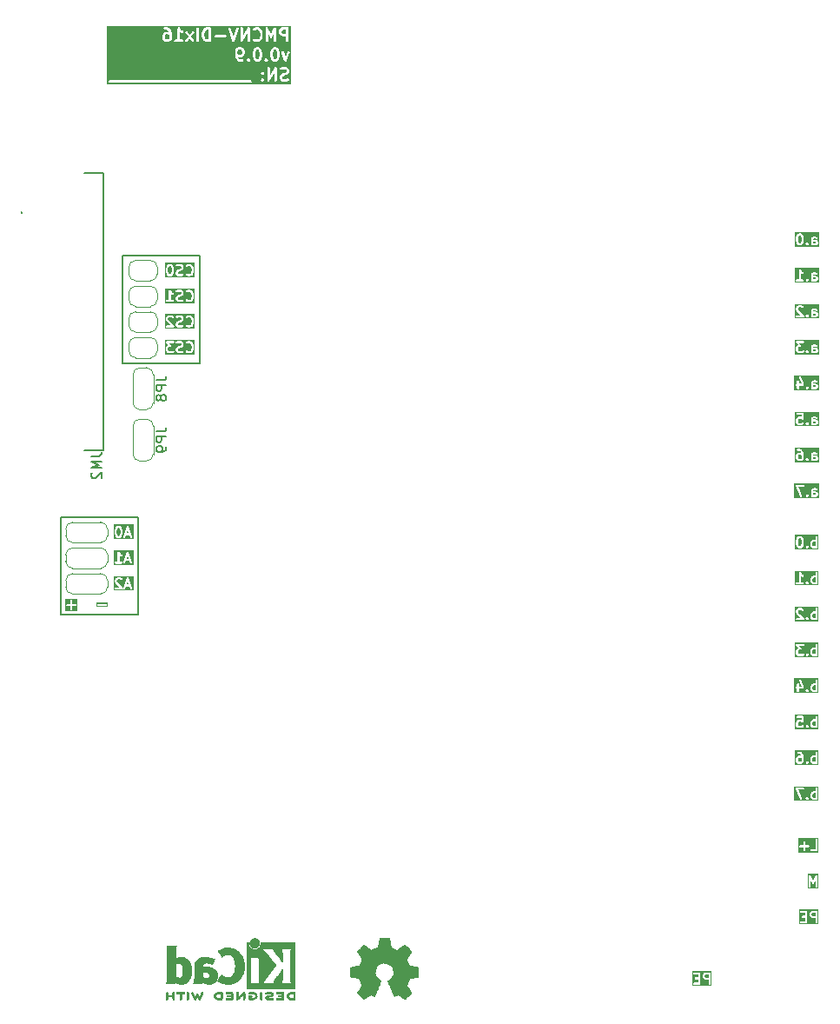
<source format=gbr>
%TF.GenerationSoftware,KiCad,Pcbnew,9.0.6*%
%TF.CreationDate,2025-12-07T15:00:32+03:00*%
%TF.ProjectId,PMCNV-DIx16,504d434e-562d-4444-9978-31362e6b6963,rev?*%
%TF.SameCoordinates,Original*%
%TF.FileFunction,Legend,Bot*%
%TF.FilePolarity,Positive*%
%FSLAX46Y46*%
G04 Gerber Fmt 4.6, Leading zero omitted, Abs format (unit mm)*
G04 Created by KiCad (PCBNEW 9.0.6) date 2025-12-07 15:00:32*
%MOMM*%
%LPD*%
G01*
G04 APERTURE LIST*
%ADD10C,0.160000*%
%ADD11C,0.200000*%
%ADD12C,0.240000*%
%ADD13C,0.150000*%
%ADD14C,0.100000*%
%ADD15C,0.120000*%
%ADD16C,0.010000*%
G04 APERTURE END LIST*
D10*
X-28500000Y25500000D02*
X-21000000Y25500000D01*
X-21000000Y15000000D01*
X-28500000Y15000000D01*
X-28500000Y25500000D01*
X-34500000Y0D02*
X-27000000Y0D01*
X-27000000Y-9500000D01*
X-34500000Y-9500000D01*
X-34500000Y0D01*
D11*
G36*
X39030326Y-9394974D02*
G01*
X39030326Y-9842796D01*
X39011481Y-9852219D01*
X38868219Y-9852219D01*
X38808609Y-9822414D01*
X38783942Y-9797746D01*
X38754136Y-9738134D01*
X38754136Y-9499635D01*
X38783941Y-9440025D01*
X38808609Y-9415356D01*
X38868219Y-9385552D01*
X39011481Y-9385552D01*
X39030326Y-9394974D01*
G37*
G36*
X39341437Y-10163330D02*
G01*
X37014454Y-10163330D01*
X37014454Y-9142695D01*
X37125565Y-9142695D01*
X37125565Y-9237933D01*
X37126537Y-9247806D01*
X37126350Y-9250440D01*
X37127137Y-9253903D01*
X37127486Y-9257442D01*
X37128497Y-9259884D01*
X37130697Y-9269556D01*
X37178316Y-9412412D01*
X37186307Y-9430313D01*
X37188662Y-9433028D01*
X37190037Y-9436347D01*
X37202473Y-9451501D01*
X37603190Y-9852219D01*
X37225565Y-9852219D01*
X37206056Y-9854140D01*
X37170008Y-9869072D01*
X37142418Y-9896662D01*
X37127486Y-9932710D01*
X37127486Y-9971728D01*
X37142418Y-10007776D01*
X37170008Y-10035366D01*
X37206056Y-10050298D01*
X37225565Y-10052219D01*
X37844612Y-10052219D01*
X37864121Y-10050298D01*
X37900169Y-10035366D01*
X37927759Y-10007776D01*
X37942691Y-9971728D01*
X37942691Y-9932710D01*
X37927759Y-9896662D01*
X37927758Y-9896661D01*
X37918263Y-9885091D01*
X38079866Y-9885091D01*
X38079866Y-9924109D01*
X38086329Y-9939712D01*
X38094798Y-9960158D01*
X38094802Y-9960162D01*
X38107234Y-9975311D01*
X38154853Y-10022929D01*
X38170006Y-10035366D01*
X38179009Y-10039095D01*
X38206055Y-10050298D01*
X38245073Y-10050298D01*
X38281121Y-10035366D01*
X38296275Y-10022930D01*
X38343893Y-9975311D01*
X38356330Y-9960158D01*
X38363082Y-9943856D01*
X38371261Y-9924110D01*
X38371262Y-9885092D01*
X38356331Y-9849043D01*
X38343894Y-9833890D01*
X38296275Y-9786270D01*
X38281122Y-9773833D01*
X38266190Y-9767648D01*
X38245073Y-9758901D01*
X38206055Y-9758901D01*
X38195497Y-9763274D01*
X38170007Y-9773832D01*
X38170006Y-9773833D01*
X38154852Y-9786270D01*
X38107234Y-9833890D01*
X38094797Y-9849043D01*
X38084784Y-9873219D01*
X38079866Y-9885091D01*
X37918263Y-9885091D01*
X37915323Y-9881508D01*
X37509844Y-9476028D01*
X38554136Y-9476028D01*
X38554136Y-9761742D01*
X38556057Y-9781251D01*
X38557432Y-9784571D01*
X38557687Y-9788155D01*
X38564693Y-9806463D01*
X38612312Y-9901701D01*
X38617595Y-9910093D01*
X38618607Y-9912537D01*
X38620863Y-9915286D01*
X38622755Y-9918291D01*
X38624749Y-9920020D01*
X38631044Y-9927690D01*
X38678662Y-9975310D01*
X38686330Y-9981603D01*
X38688062Y-9983600D01*
X38691070Y-9985493D01*
X38693816Y-9987747D01*
X38696256Y-9988757D01*
X38704653Y-9994043D01*
X38799890Y-10041662D01*
X38818199Y-10048668D01*
X38821782Y-10048922D01*
X38825103Y-10050298D01*
X38844612Y-10052219D01*
X39035088Y-10052219D01*
X39054597Y-10050298D01*
X39057917Y-10048922D01*
X39061501Y-10048668D01*
X39079809Y-10041662D01*
X39084412Y-10039360D01*
X39110817Y-10050298D01*
X39149835Y-10050298D01*
X39185883Y-10035366D01*
X39213473Y-10007776D01*
X39228405Y-9971728D01*
X39230326Y-9952219D01*
X39230326Y-8952219D01*
X39228405Y-8932710D01*
X39213473Y-8896662D01*
X39185883Y-8869072D01*
X39149835Y-8854140D01*
X39110817Y-8854140D01*
X39074769Y-8869072D01*
X39047179Y-8896662D01*
X39032247Y-8932710D01*
X39030326Y-8952219D01*
X39030326Y-9185552D01*
X38844612Y-9185552D01*
X38825103Y-9187473D01*
X38821782Y-9188848D01*
X38818199Y-9189103D01*
X38799890Y-9196109D01*
X38704653Y-9243728D01*
X38696256Y-9249013D01*
X38693816Y-9250024D01*
X38691070Y-9252277D01*
X38688062Y-9254171D01*
X38686329Y-9256168D01*
X38678663Y-9262461D01*
X38631044Y-9310079D01*
X38624749Y-9317749D01*
X38622755Y-9319479D01*
X38620861Y-9322486D01*
X38618608Y-9325233D01*
X38617597Y-9327672D01*
X38612312Y-9336069D01*
X38564693Y-9431307D01*
X38557687Y-9449615D01*
X38557432Y-9453198D01*
X38556057Y-9456519D01*
X38554136Y-9476028D01*
X37509844Y-9476028D01*
X37360586Y-9326770D01*
X37325565Y-9221706D01*
X37325565Y-9166302D01*
X37355370Y-9106692D01*
X37380038Y-9082023D01*
X37439648Y-9052219D01*
X37630529Y-9052219D01*
X37690138Y-9082024D01*
X37726282Y-9118167D01*
X37741435Y-9130604D01*
X37777484Y-9145535D01*
X37816502Y-9145535D01*
X37852550Y-9130604D01*
X37880140Y-9103014D01*
X37895071Y-9066966D01*
X37895071Y-9027948D01*
X37880140Y-8991899D01*
X37867703Y-8976746D01*
X37820085Y-8929127D01*
X37812414Y-8922832D01*
X37810685Y-8920838D01*
X37807677Y-8918944D01*
X37804931Y-8916691D01*
X37802491Y-8915680D01*
X37794095Y-8910395D01*
X37698857Y-8862776D01*
X37680549Y-8855770D01*
X37676965Y-8855515D01*
X37673645Y-8854140D01*
X37654136Y-8852219D01*
X37416041Y-8852219D01*
X37396532Y-8854140D01*
X37393211Y-8855515D01*
X37389628Y-8855770D01*
X37371319Y-8862776D01*
X37276082Y-8910395D01*
X37267685Y-8915680D01*
X37265245Y-8916691D01*
X37262499Y-8918944D01*
X37259491Y-8920838D01*
X37257758Y-8922835D01*
X37250092Y-8929128D01*
X37202473Y-8976746D01*
X37196178Y-8984416D01*
X37194184Y-8986146D01*
X37192290Y-8989153D01*
X37190037Y-8991900D01*
X37189026Y-8994339D01*
X37183741Y-9002736D01*
X37136122Y-9097974D01*
X37129116Y-9116282D01*
X37128861Y-9119865D01*
X37127486Y-9123186D01*
X37125565Y-9142695D01*
X37014454Y-9142695D01*
X37014454Y-8741108D01*
X39341437Y-8741108D01*
X39341437Y-10163330D01*
G37*
G36*
X39030326Y-38876028D02*
G01*
X38772981Y-38876028D01*
X38713371Y-38846223D01*
X38688703Y-38821554D01*
X38658898Y-38761944D01*
X38658898Y-38666302D01*
X38688703Y-38606692D01*
X38713371Y-38582023D01*
X38772981Y-38552219D01*
X39030326Y-38552219D01*
X39030326Y-38876028D01*
G37*
G36*
X39341437Y-39663330D02*
G01*
X37444946Y-39663330D01*
X37444946Y-38432710D01*
X37556057Y-38432710D01*
X37556057Y-38471728D01*
X37570989Y-38507776D01*
X37598579Y-38535366D01*
X37634627Y-38550298D01*
X37654136Y-38552219D01*
X38030326Y-38552219D01*
X38030326Y-38828409D01*
X37796993Y-38828409D01*
X37777484Y-38830330D01*
X37741436Y-38845262D01*
X37713846Y-38872852D01*
X37698914Y-38908900D01*
X37698914Y-38947918D01*
X37713846Y-38983966D01*
X37741436Y-39011556D01*
X37777484Y-39026488D01*
X37796993Y-39028409D01*
X38030326Y-39028409D01*
X38030326Y-39352219D01*
X37654136Y-39352219D01*
X37634627Y-39354140D01*
X37598579Y-39369072D01*
X37570989Y-39396662D01*
X37556057Y-39432710D01*
X37556057Y-39471728D01*
X37570989Y-39507776D01*
X37598579Y-39535366D01*
X37634627Y-39550298D01*
X37654136Y-39552219D01*
X38130326Y-39552219D01*
X38149835Y-39550298D01*
X38185883Y-39535366D01*
X38213473Y-39507776D01*
X38228405Y-39471728D01*
X38230326Y-39452219D01*
X38230326Y-38642695D01*
X38458898Y-38642695D01*
X38458898Y-38785552D01*
X38460819Y-38805061D01*
X38462194Y-38808381D01*
X38462449Y-38811965D01*
X38469455Y-38830273D01*
X38517074Y-38925511D01*
X38522359Y-38933907D01*
X38523370Y-38936347D01*
X38525623Y-38939093D01*
X38527517Y-38942101D01*
X38529511Y-38943830D01*
X38535806Y-38951501D01*
X38583425Y-38999119D01*
X38591091Y-39005411D01*
X38592824Y-39007409D01*
X38595832Y-39009302D01*
X38598578Y-39011556D01*
X38601018Y-39012566D01*
X38609415Y-39017852D01*
X38704652Y-39065471D01*
X38722961Y-39072477D01*
X38726544Y-39072731D01*
X38729865Y-39074107D01*
X38749374Y-39076028D01*
X39030326Y-39076028D01*
X39030326Y-39452219D01*
X39032247Y-39471728D01*
X39047179Y-39507776D01*
X39074769Y-39535366D01*
X39110817Y-39550298D01*
X39149835Y-39550298D01*
X39185883Y-39535366D01*
X39213473Y-39507776D01*
X39228405Y-39471728D01*
X39230326Y-39452219D01*
X39230326Y-38452219D01*
X39228405Y-38432710D01*
X39213473Y-38396662D01*
X39185883Y-38369072D01*
X39149835Y-38354140D01*
X39130326Y-38352219D01*
X38749374Y-38352219D01*
X38729865Y-38354140D01*
X38726544Y-38355515D01*
X38722961Y-38355770D01*
X38704652Y-38362776D01*
X38609415Y-38410395D01*
X38601018Y-38415680D01*
X38598578Y-38416691D01*
X38595832Y-38418944D01*
X38592824Y-38420838D01*
X38591091Y-38422835D01*
X38583425Y-38429128D01*
X38535806Y-38476746D01*
X38529511Y-38484416D01*
X38527517Y-38486146D01*
X38525623Y-38489153D01*
X38523370Y-38491900D01*
X38522359Y-38494339D01*
X38517074Y-38502736D01*
X38469455Y-38597974D01*
X38462449Y-38616282D01*
X38462194Y-38619865D01*
X38460819Y-38623186D01*
X38458898Y-38642695D01*
X38230326Y-38642695D01*
X38230326Y-38452219D01*
X38228405Y-38432710D01*
X38213473Y-38396662D01*
X38185883Y-38369072D01*
X38149835Y-38354140D01*
X38130326Y-38352219D01*
X37654136Y-38352219D01*
X37634627Y-38354140D01*
X37598579Y-38369072D01*
X37570989Y-38396662D01*
X37556057Y-38432710D01*
X37444946Y-38432710D01*
X37444946Y-38241108D01*
X39341437Y-38241108D01*
X39341437Y-39663330D01*
G37*
G36*
X37594900Y27417976D02*
G01*
X37619569Y27393308D01*
X37655022Y27322401D01*
X37696993Y27154520D01*
X37696993Y26941044D01*
X37655022Y26773163D01*
X37619569Y26702257D01*
X37594900Y26677587D01*
X37535291Y26647781D01*
X37487267Y26647781D01*
X37427657Y26677586D01*
X37402990Y26702254D01*
X37367535Y26773163D01*
X37325565Y26941044D01*
X37325565Y27154519D01*
X37367535Y27322401D01*
X37402989Y27393308D01*
X37427657Y27417977D01*
X37487267Y27447781D01*
X37535291Y27447781D01*
X37594900Y27417976D01*
G37*
G36*
X39055790Y26806579D02*
G01*
X39077945Y26762270D01*
X39077945Y26714246D01*
X39055790Y26669937D01*
X39011481Y26647781D01*
X38820600Y26647781D01*
X38801755Y26657204D01*
X38801755Y26828734D01*
X39011481Y26828734D01*
X39055790Y26806579D01*
G37*
G36*
X39389056Y26336670D02*
G01*
X37014454Y26336670D01*
X37014454Y27166829D01*
X37125565Y27166829D01*
X37125565Y26928734D01*
X37125900Y26925332D01*
X37125683Y26923873D01*
X37126762Y26916576D01*
X37127486Y26909225D01*
X37128050Y26907862D01*
X37128551Y26904480D01*
X37176170Y26714005D01*
X37176683Y26712568D01*
X37176735Y26711845D01*
X37179843Y26703721D01*
X37182765Y26695544D01*
X37183195Y26694964D01*
X37183741Y26693537D01*
X37231360Y26598299D01*
X37236643Y26589907D01*
X37237655Y26587463D01*
X37239911Y26584714D01*
X37241803Y26581709D01*
X37243797Y26579980D01*
X37250092Y26572310D01*
X37297710Y26524690D01*
X37305378Y26518397D01*
X37307110Y26516400D01*
X37310118Y26514507D01*
X37312864Y26512253D01*
X37315304Y26511243D01*
X37323701Y26505957D01*
X37418938Y26458338D01*
X37437247Y26451332D01*
X37440830Y26451078D01*
X37444151Y26449702D01*
X37463660Y26447781D01*
X37558898Y26447781D01*
X37578407Y26449702D01*
X37581727Y26451078D01*
X37585311Y26451332D01*
X37603619Y26458338D01*
X37698857Y26505957D01*
X37707252Y26511242D01*
X37709694Y26512253D01*
X37712441Y26514509D01*
X37715447Y26516400D01*
X37717177Y26518395D01*
X37724847Y26524690D01*
X37772466Y26572310D01*
X37778758Y26579977D01*
X37780755Y26581708D01*
X37782648Y26584716D01*
X37784903Y26587463D01*
X37785914Y26589905D01*
X37791198Y26598299D01*
X37799503Y26614909D01*
X38079866Y26614909D01*
X38079866Y26575891D01*
X38086329Y26560288D01*
X38094798Y26539842D01*
X38094802Y26539838D01*
X38107234Y26524689D01*
X38154853Y26477071D01*
X38170006Y26464634D01*
X38179009Y26460905D01*
X38206055Y26449702D01*
X38245073Y26449702D01*
X38281121Y26464634D01*
X38296275Y26477070D01*
X38343893Y26524689D01*
X38356330Y26539842D01*
X38363082Y26556144D01*
X38371261Y26575890D01*
X38371262Y26614908D01*
X38356331Y26650957D01*
X38343894Y26666110D01*
X38296275Y26713730D01*
X38281122Y26726167D01*
X38258928Y26735360D01*
X38256528Y26736354D01*
X38245073Y26741099D01*
X38206055Y26741099D01*
X38195497Y26736726D01*
X38170007Y26726168D01*
X38170006Y26726167D01*
X38154852Y26713730D01*
X38107234Y26666110D01*
X38094797Y26650957D01*
X38084784Y26626781D01*
X38079866Y26614909D01*
X37799503Y26614909D01*
X37838817Y26693536D01*
X37839363Y26694965D01*
X37839793Y26695544D01*
X37842714Y26703721D01*
X37845823Y26711845D01*
X37845874Y26712566D01*
X37846388Y26714004D01*
X37894007Y26904480D01*
X37894507Y26907862D01*
X37895072Y26909225D01*
X37895795Y26916576D01*
X37896875Y26923873D01*
X37896657Y26925332D01*
X37896993Y26928734D01*
X37896993Y27071591D01*
X38601755Y27071591D01*
X38601755Y26547781D01*
X38603676Y26528272D01*
X38618608Y26492224D01*
X38646198Y26464634D01*
X38682246Y26449702D01*
X38721264Y26449702D01*
X38747668Y26460640D01*
X38752271Y26458338D01*
X38770580Y26451332D01*
X38774163Y26451078D01*
X38777484Y26449702D01*
X38796993Y26447781D01*
X39035088Y26447781D01*
X39054597Y26449702D01*
X39057917Y26451078D01*
X39061501Y26451332D01*
X39079809Y26458338D01*
X39175047Y26505957D01*
X39178309Y26508011D01*
X39179849Y26508524D01*
X39181765Y26510187D01*
X39191637Y26516400D01*
X39199852Y26525874D01*
X39209326Y26534089D01*
X39215539Y26543961D01*
X39217202Y26545877D01*
X39217714Y26547416D01*
X39219769Y26550679D01*
X39267388Y26645918D01*
X39274394Y26664226D01*
X39274648Y26667810D01*
X39276024Y26671130D01*
X39277945Y26690639D01*
X39277945Y26785877D01*
X39276024Y26805386D01*
X39274648Y26808707D01*
X39274394Y26812290D01*
X39267388Y26830599D01*
X39219769Y26925836D01*
X39217714Y26929100D01*
X39217202Y26930638D01*
X39215540Y26932554D01*
X39209326Y26942427D01*
X39199850Y26950645D01*
X39191637Y26960115D01*
X39181765Y26966329D01*
X39179849Y26967991D01*
X39178310Y26968505D01*
X39175047Y26970558D01*
X39079809Y27018177D01*
X39061501Y27025183D01*
X39057917Y27025438D01*
X39054597Y27026813D01*
X39035088Y27028734D01*
X38820600Y27028734D01*
X38801755Y27038157D01*
X38801755Y27047984D01*
X38823910Y27092294D01*
X38868219Y27114448D01*
X39011481Y27114448D01*
X39085604Y27077386D01*
X39103913Y27070380D01*
X39142833Y27067614D01*
X39179849Y27079953D01*
X39209326Y27105518D01*
X39226775Y27140416D01*
X39229540Y27179336D01*
X39217202Y27216352D01*
X39191637Y27245829D01*
X39175047Y27256272D01*
X39079809Y27303891D01*
X39061501Y27310897D01*
X39057917Y27311152D01*
X39054597Y27312527D01*
X39035088Y27314448D01*
X38844612Y27314448D01*
X38825103Y27312527D01*
X38821782Y27311152D01*
X38818199Y27310897D01*
X38799890Y27303891D01*
X38704653Y27256272D01*
X38701389Y27254218D01*
X38699851Y27253705D01*
X38697935Y27252044D01*
X38688062Y27245829D01*
X38679844Y27236354D01*
X38670374Y27228140D01*
X38664160Y27218269D01*
X38662498Y27216352D01*
X38661984Y27214814D01*
X38659931Y27211550D01*
X38612312Y27116312D01*
X38605306Y27098004D01*
X38605051Y27094421D01*
X38603676Y27091100D01*
X38601755Y27071591D01*
X37896993Y27071591D01*
X37896993Y27166829D01*
X37896657Y27170232D01*
X37896875Y27171690D01*
X37895795Y27178988D01*
X37895072Y27186338D01*
X37894507Y27187702D01*
X37894007Y27191083D01*
X37846388Y27381559D01*
X37845874Y27382998D01*
X37845823Y27383718D01*
X37842714Y27391843D01*
X37839793Y27400019D01*
X37839363Y27400599D01*
X37838817Y27402027D01*
X37791198Y27497264D01*
X37785912Y27505661D01*
X37784902Y27508101D01*
X37782648Y27510847D01*
X37780755Y27513855D01*
X37778757Y27515588D01*
X37772465Y27523254D01*
X37724847Y27570873D01*
X37717176Y27577168D01*
X37715447Y27579162D01*
X37712439Y27581056D01*
X37709693Y27583309D01*
X37707253Y27584320D01*
X37698857Y27589605D01*
X37603619Y27637224D01*
X37585311Y27644230D01*
X37581727Y27644485D01*
X37578407Y27645860D01*
X37558898Y27647781D01*
X37463660Y27647781D01*
X37444151Y27645860D01*
X37440830Y27644485D01*
X37437247Y27644230D01*
X37418938Y27637224D01*
X37323701Y27589605D01*
X37315304Y27584320D01*
X37312864Y27583309D01*
X37310118Y27581056D01*
X37307110Y27579162D01*
X37305377Y27577165D01*
X37297711Y27570872D01*
X37250092Y27523254D01*
X37243797Y27515584D01*
X37241803Y27513854D01*
X37239909Y27510847D01*
X37237656Y27508100D01*
X37236645Y27505661D01*
X37231360Y27497264D01*
X37183741Y27402026D01*
X37183195Y27400600D01*
X37182765Y27400019D01*
X37179843Y27391843D01*
X37176735Y27383718D01*
X37176683Y27382996D01*
X37176170Y27381558D01*
X37128551Y27191083D01*
X37128050Y27187702D01*
X37127486Y27186338D01*
X37126762Y27178988D01*
X37125683Y27171690D01*
X37125900Y27170232D01*
X37125565Y27166829D01*
X37014454Y27166829D01*
X37014454Y27758892D01*
X39389056Y27758892D01*
X39389056Y26336670D01*
G37*
G36*
X39055790Y16306579D02*
G01*
X39077945Y16262270D01*
X39077945Y16214246D01*
X39055790Y16169937D01*
X39011481Y16147781D01*
X38820600Y16147781D01*
X38801755Y16157204D01*
X38801755Y16328734D01*
X39011481Y16328734D01*
X39055790Y16306579D01*
G37*
G36*
X39389056Y15836670D02*
G01*
X37014454Y15836670D01*
X37014454Y16476353D01*
X37125565Y16476353D01*
X37125565Y16238258D01*
X37127486Y16218749D01*
X37128861Y16215429D01*
X37129116Y16211845D01*
X37136122Y16193537D01*
X37183741Y16098299D01*
X37189024Y16089907D01*
X37190036Y16087463D01*
X37192292Y16084714D01*
X37194184Y16081709D01*
X37196178Y16079980D01*
X37202473Y16072310D01*
X37250091Y16024690D01*
X37257759Y16018397D01*
X37259491Y16016400D01*
X37262499Y16014507D01*
X37265245Y16012253D01*
X37267685Y16011243D01*
X37276082Y16005957D01*
X37371319Y15958338D01*
X37389628Y15951332D01*
X37393211Y15951078D01*
X37396532Y15949702D01*
X37416041Y15947781D01*
X37701755Y15947781D01*
X37721264Y15949702D01*
X37724584Y15951078D01*
X37728168Y15951332D01*
X37746476Y15958338D01*
X37841714Y16005957D01*
X37850109Y16011242D01*
X37852551Y16012253D01*
X37855298Y16014509D01*
X37858304Y16016400D01*
X37860034Y16018395D01*
X37867704Y16024690D01*
X37915323Y16072310D01*
X37927760Y16087463D01*
X37939128Y16114909D01*
X38079866Y16114909D01*
X38079866Y16075891D01*
X38086329Y16060288D01*
X38094798Y16039842D01*
X38094802Y16039838D01*
X38107234Y16024689D01*
X38154853Y15977071D01*
X38170006Y15964634D01*
X38179009Y15960905D01*
X38206055Y15949702D01*
X38245073Y15949702D01*
X38281121Y15964634D01*
X38296275Y15977070D01*
X38343893Y16024689D01*
X38356330Y16039842D01*
X38363082Y16056144D01*
X38371261Y16075890D01*
X38371262Y16114908D01*
X38356331Y16150957D01*
X38343894Y16166110D01*
X38296275Y16213730D01*
X38281122Y16226167D01*
X38258928Y16235360D01*
X38256528Y16236354D01*
X38245073Y16241099D01*
X38206055Y16241099D01*
X38195497Y16236726D01*
X38170007Y16226168D01*
X38170006Y16226167D01*
X38154852Y16213730D01*
X38107234Y16166110D01*
X38094797Y16150957D01*
X38084784Y16126781D01*
X38079866Y16114909D01*
X37939128Y16114909D01*
X37942691Y16123512D01*
X37942690Y16162530D01*
X37927759Y16198578D01*
X37900168Y16226168D01*
X37864120Y16241099D01*
X37825102Y16241098D01*
X37789054Y16226167D01*
X37773900Y16213730D01*
X37737757Y16177587D01*
X37678148Y16147781D01*
X37439648Y16147781D01*
X37380038Y16177586D01*
X37355371Y16202254D01*
X37325565Y16261866D01*
X37325565Y16452746D01*
X37355370Y16512356D01*
X37380038Y16537025D01*
X37439648Y16566829D01*
X37558898Y16566829D01*
X37569215Y16567845D01*
X37571840Y16567670D01*
X37573647Y16568282D01*
X37578407Y16568750D01*
X37585265Y16571591D01*
X38601755Y16571591D01*
X38601755Y16047781D01*
X38603676Y16028272D01*
X38618608Y15992224D01*
X38646198Y15964634D01*
X38682246Y15949702D01*
X38721264Y15949702D01*
X38747668Y15960640D01*
X38752271Y15958338D01*
X38770580Y15951332D01*
X38774163Y15951078D01*
X38777484Y15949702D01*
X38796993Y15947781D01*
X39035088Y15947781D01*
X39054597Y15949702D01*
X39057917Y15951078D01*
X39061501Y15951332D01*
X39079809Y15958338D01*
X39175047Y16005957D01*
X39178309Y16008011D01*
X39179849Y16008524D01*
X39181765Y16010187D01*
X39191637Y16016400D01*
X39199852Y16025874D01*
X39209326Y16034089D01*
X39215539Y16043961D01*
X39217202Y16045877D01*
X39217714Y16047416D01*
X39219769Y16050679D01*
X39267388Y16145918D01*
X39274394Y16164226D01*
X39274648Y16167810D01*
X39276024Y16171130D01*
X39277945Y16190639D01*
X39277945Y16285877D01*
X39276024Y16305386D01*
X39274648Y16308707D01*
X39274394Y16312290D01*
X39267388Y16330599D01*
X39219769Y16425836D01*
X39217714Y16429100D01*
X39217202Y16430638D01*
X39215540Y16432554D01*
X39209326Y16442427D01*
X39199850Y16450645D01*
X39191637Y16460115D01*
X39181765Y16466329D01*
X39179849Y16467991D01*
X39178310Y16468505D01*
X39175047Y16470558D01*
X39079809Y16518177D01*
X39061501Y16525183D01*
X39057917Y16525438D01*
X39054597Y16526813D01*
X39035088Y16528734D01*
X38820600Y16528734D01*
X38801755Y16538157D01*
X38801755Y16547984D01*
X38823910Y16592294D01*
X38868219Y16614448D01*
X39011481Y16614448D01*
X39085604Y16577386D01*
X39103913Y16570380D01*
X39142833Y16567614D01*
X39179849Y16579953D01*
X39209326Y16605518D01*
X39226775Y16640416D01*
X39229540Y16679336D01*
X39217202Y16716352D01*
X39191637Y16745829D01*
X39175047Y16756272D01*
X39079809Y16803891D01*
X39061501Y16810897D01*
X39057917Y16811152D01*
X39054597Y16812527D01*
X39035088Y16814448D01*
X38844612Y16814448D01*
X38825103Y16812527D01*
X38821782Y16811152D01*
X38818199Y16810897D01*
X38799890Y16803891D01*
X38704653Y16756272D01*
X38701389Y16754218D01*
X38699851Y16753705D01*
X38697935Y16752044D01*
X38688062Y16745829D01*
X38679844Y16736354D01*
X38670374Y16728140D01*
X38664160Y16718269D01*
X38662498Y16716352D01*
X38661984Y16714814D01*
X38659931Y16711550D01*
X38612312Y16616312D01*
X38605306Y16598004D01*
X38605051Y16594421D01*
X38603676Y16591100D01*
X38601755Y16571591D01*
X37585265Y16571591D01*
X37593410Y16574965D01*
X37608802Y16580170D01*
X37611341Y16582393D01*
X37614455Y16583682D01*
X37625932Y16595160D01*
X37638166Y16605864D01*
X37639661Y16608889D01*
X37642045Y16611272D01*
X37648259Y16626274D01*
X37655462Y16640839D01*
X37655686Y16644205D01*
X37656977Y16647320D01*
X37656977Y16663569D01*
X37658057Y16679771D01*
X37656977Y16682965D01*
X37656977Y16686338D01*
X37650761Y16701344D01*
X37645557Y16716732D01*
X37642775Y16720623D01*
X37642045Y16722386D01*
X37640185Y16724246D01*
X37634156Y16732679D01*
X37445942Y16947781D01*
X37844612Y16947781D01*
X37864121Y16949702D01*
X37900169Y16964634D01*
X37927759Y16992224D01*
X37942691Y17028272D01*
X37942691Y17067290D01*
X37927759Y17103338D01*
X37900169Y17130928D01*
X37864121Y17145860D01*
X37844612Y17147781D01*
X37225565Y17147781D01*
X37215247Y17146766D01*
X37212623Y17146940D01*
X37210815Y17146329D01*
X37206056Y17145860D01*
X37191050Y17139645D01*
X37175662Y17134440D01*
X37173122Y17132219D01*
X37170008Y17130928D01*
X37158523Y17119444D01*
X37146298Y17108746D01*
X37144802Y17105723D01*
X37142418Y17103338D01*
X37136201Y17088332D01*
X37129001Y17073771D01*
X37128776Y17070406D01*
X37127486Y17067290D01*
X37127486Y17051042D01*
X37126406Y17034839D01*
X37127486Y17031646D01*
X37127486Y17028272D01*
X37133701Y17013267D01*
X37138906Y16997878D01*
X37141687Y16993988D01*
X37142418Y16992224D01*
X37144277Y16990365D01*
X37150307Y16981931D01*
X37354928Y16748077D01*
X37276082Y16708653D01*
X37267685Y16703368D01*
X37265245Y16702357D01*
X37262499Y16700104D01*
X37259491Y16698210D01*
X37257758Y16696213D01*
X37250092Y16689920D01*
X37202473Y16642302D01*
X37196178Y16634632D01*
X37194184Y16632902D01*
X37192290Y16629895D01*
X37190037Y16627148D01*
X37189026Y16624709D01*
X37183741Y16616312D01*
X37136122Y16521074D01*
X37129116Y16502766D01*
X37128861Y16499183D01*
X37127486Y16495862D01*
X37125565Y16476353D01*
X37014454Y16476353D01*
X37014454Y17258892D01*
X39389056Y17258892D01*
X39389056Y15836670D01*
G37*
G36*
X-23808611Y24417976D02*
G01*
X-23783942Y24393308D01*
X-23748489Y24322401D01*
X-23706518Y24154520D01*
X-23706518Y23941044D01*
X-23748489Y23773163D01*
X-23783942Y23702257D01*
X-23808611Y23677587D01*
X-23868220Y23647781D01*
X-23916244Y23647781D01*
X-23975854Y23677586D01*
X-24000521Y23702254D01*
X-24035976Y23773163D01*
X-24077946Y23941044D01*
X-24077946Y24154519D01*
X-24035976Y24322401D01*
X-24000522Y24393308D01*
X-23975854Y24417977D01*
X-23916244Y24447781D01*
X-23868220Y24447781D01*
X-23808611Y24417976D01*
G37*
G36*
X-21443026Y23336670D02*
G01*
X-24389057Y23336670D01*
X-24389057Y24166829D01*
X-24277946Y24166829D01*
X-24277946Y23928734D01*
X-24277611Y23925332D01*
X-24277828Y23923873D01*
X-24276749Y23916576D01*
X-24276025Y23909225D01*
X-24275461Y23907862D01*
X-24274960Y23904480D01*
X-24227341Y23714005D01*
X-24226828Y23712568D01*
X-24226776Y23711845D01*
X-24223668Y23703721D01*
X-24220746Y23695544D01*
X-24220316Y23694964D01*
X-24219770Y23693537D01*
X-24172151Y23598299D01*
X-24166868Y23589907D01*
X-24165856Y23587463D01*
X-24163600Y23584714D01*
X-24161708Y23581709D01*
X-24159714Y23579980D01*
X-24153419Y23572310D01*
X-24105801Y23524690D01*
X-24098133Y23518397D01*
X-24096401Y23516400D01*
X-24093393Y23514507D01*
X-24090647Y23512253D01*
X-24088207Y23511243D01*
X-24079810Y23505957D01*
X-23984573Y23458338D01*
X-23966264Y23451332D01*
X-23962681Y23451078D01*
X-23959360Y23449702D01*
X-23939851Y23447781D01*
X-23844613Y23447781D01*
X-23825104Y23449702D01*
X-23821784Y23451078D01*
X-23818200Y23451332D01*
X-23799892Y23458338D01*
X-23704654Y23505957D01*
X-23696259Y23511242D01*
X-23693817Y23512253D01*
X-23691070Y23514509D01*
X-23688064Y23516400D01*
X-23686334Y23518395D01*
X-23678664Y23524690D01*
X-23631045Y23572310D01*
X-23624753Y23579977D01*
X-23622756Y23581708D01*
X-23620863Y23584716D01*
X-23618608Y23587463D01*
X-23617597Y23589905D01*
X-23612313Y23598299D01*
X-23564694Y23693536D01*
X-23564148Y23694965D01*
X-23563718Y23695544D01*
X-23560797Y23703721D01*
X-23557688Y23711845D01*
X-23557637Y23712566D01*
X-23557123Y23714004D01*
X-23527250Y23833496D01*
X-23325565Y23833496D01*
X-23325565Y23738258D01*
X-23323644Y23718749D01*
X-23322269Y23715429D01*
X-23322014Y23711845D01*
X-23315008Y23693537D01*
X-23267389Y23598299D01*
X-23262106Y23589907D01*
X-23261094Y23587463D01*
X-23258838Y23584714D01*
X-23256946Y23581709D01*
X-23254952Y23579980D01*
X-23248657Y23572310D01*
X-23201039Y23524690D01*
X-23193371Y23518397D01*
X-23191639Y23516400D01*
X-23188631Y23514507D01*
X-23185885Y23512253D01*
X-23183445Y23511243D01*
X-23175048Y23505957D01*
X-23079811Y23458338D01*
X-23061502Y23451332D01*
X-23057919Y23451078D01*
X-23054598Y23449702D01*
X-23035089Y23447781D01*
X-22796994Y23447781D01*
X-22787121Y23448754D01*
X-22784487Y23448566D01*
X-22781024Y23449354D01*
X-22777485Y23449702D01*
X-22775043Y23450714D01*
X-22765371Y23452913D01*
X-22622515Y23500532D01*
X-22604614Y23508523D01*
X-22575138Y23534088D01*
X-22557689Y23568987D01*
X-22554922Y23607907D01*
X-22567261Y23644923D01*
X-22592826Y23674399D01*
X-22627725Y23691849D01*
X-22666645Y23694615D01*
X-22685760Y23690268D01*
X-22813221Y23647781D01*
X-23011482Y23647781D01*
X-23071092Y23677586D01*
X-23095759Y23702254D01*
X-23125565Y23761866D01*
X-23125565Y23809889D01*
X-23095760Y23869499D01*
X-23071092Y23894168D01*
X-23000185Y23929621D01*
X-22820360Y23974577D01*
X-22818923Y23975091D01*
X-22818200Y23975142D01*
X-22810076Y23978251D01*
X-22801899Y23981172D01*
X-22801319Y23981603D01*
X-22799892Y23982148D01*
X-22704654Y24029767D01*
X-22696258Y24035053D01*
X-22693818Y24036063D01*
X-22691072Y24038317D01*
X-22688064Y24040210D01*
X-22686335Y24042205D01*
X-22678664Y24048499D01*
X-22631046Y24096118D01*
X-22624754Y24103785D01*
X-22622756Y24105517D01*
X-22620863Y24108526D01*
X-22618609Y24111271D01*
X-22617599Y24113712D01*
X-22612313Y24122108D01*
X-22564694Y24217345D01*
X-22557688Y24235654D01*
X-22557434Y24239238D01*
X-22556058Y24242558D01*
X-22554137Y24262067D01*
X-22554137Y24357305D01*
X-22556058Y24376814D01*
X-22557434Y24380135D01*
X-22557688Y24383718D01*
X-22564694Y24402027D01*
X-22599707Y24472052D01*
X-22371263Y24472052D01*
X-22371263Y24433034D01*
X-22356331Y24396986D01*
X-22328741Y24369396D01*
X-22292693Y24354464D01*
X-22253675Y24354464D01*
X-22217627Y24369396D01*
X-22202473Y24381832D01*
X-22171547Y24412760D01*
X-22066482Y24447781D01*
X-22003697Y24447781D01*
X-21898633Y24412760D01*
X-21831560Y24345687D01*
X-21796108Y24274782D01*
X-21754137Y24106901D01*
X-21754137Y23988663D01*
X-21796108Y23820782D01*
X-21831561Y23749876D01*
X-21898632Y23682803D01*
X-22003697Y23647781D01*
X-22066482Y23647781D01*
X-22171547Y23682803D01*
X-22202473Y23713730D01*
X-22217626Y23726167D01*
X-22253674Y23741098D01*
X-22292692Y23741099D01*
X-22328741Y23726168D01*
X-22356331Y23698578D01*
X-22371262Y23662530D01*
X-22371263Y23623512D01*
X-22356332Y23587463D01*
X-22343895Y23572310D01*
X-22296277Y23524690D01*
X-22281123Y23512253D01*
X-22277804Y23510878D01*
X-22275088Y23508523D01*
X-22257188Y23500532D01*
X-22114331Y23452913D01*
X-22104659Y23450714D01*
X-22102217Y23449702D01*
X-22098680Y23449354D01*
X-22095216Y23448566D01*
X-22092582Y23448754D01*
X-22082708Y23447781D01*
X-21987470Y23447781D01*
X-21977597Y23448754D01*
X-21974963Y23448566D01*
X-21971500Y23449354D01*
X-21967961Y23449702D01*
X-21965519Y23450714D01*
X-21955847Y23452913D01*
X-21812991Y23500532D01*
X-21795090Y23508523D01*
X-21792375Y23510878D01*
X-21789055Y23512253D01*
X-21773902Y23524690D01*
X-21678664Y23619929D01*
X-21672372Y23627596D01*
X-21670375Y23629327D01*
X-21668482Y23632335D01*
X-21666227Y23635082D01*
X-21665216Y23637524D01*
X-21659932Y23645918D01*
X-21612313Y23741155D01*
X-21611767Y23742584D01*
X-21611337Y23743163D01*
X-21608416Y23751340D01*
X-21605307Y23759464D01*
X-21605256Y23760185D01*
X-21604742Y23761623D01*
X-21557123Y23952099D01*
X-21556623Y23955481D01*
X-21556058Y23956844D01*
X-21555335Y23964195D01*
X-21554255Y23971492D01*
X-21554473Y23972951D01*
X-21554137Y23976353D01*
X-21554137Y24119210D01*
X-21554473Y24122613D01*
X-21554255Y24124071D01*
X-21555335Y24131369D01*
X-21556058Y24138719D01*
X-21556623Y24140083D01*
X-21557123Y24143464D01*
X-21604742Y24333940D01*
X-21605256Y24335379D01*
X-21605307Y24336099D01*
X-21608416Y24344224D01*
X-21611337Y24352400D01*
X-21611767Y24352980D01*
X-21612313Y24354408D01*
X-21659932Y24449645D01*
X-21665219Y24458044D01*
X-21666228Y24460481D01*
X-21668480Y24463225D01*
X-21670375Y24466236D01*
X-21672373Y24467969D01*
X-21678664Y24475635D01*
X-21773902Y24570873D01*
X-21789056Y24583309D01*
X-21792375Y24584684D01*
X-21795090Y24587039D01*
X-21812991Y24595030D01*
X-21955847Y24642649D01*
X-21965519Y24644849D01*
X-21967961Y24645860D01*
X-21971500Y24646209D01*
X-21974963Y24646996D01*
X-21977597Y24646809D01*
X-21987470Y24647781D01*
X-22082708Y24647781D01*
X-22092582Y24646809D01*
X-22095216Y24646996D01*
X-22098680Y24646209D01*
X-22102217Y24645860D01*
X-22104659Y24644849D01*
X-22114331Y24642649D01*
X-22257188Y24595030D01*
X-22275088Y24587039D01*
X-22277804Y24584684D01*
X-22281123Y24583309D01*
X-22296276Y24570872D01*
X-22343895Y24523254D01*
X-22356331Y24508100D01*
X-22371263Y24472052D01*
X-22599707Y24472052D01*
X-22612313Y24497264D01*
X-22617599Y24505661D01*
X-22618609Y24508101D01*
X-22620863Y24510847D01*
X-22622756Y24513855D01*
X-22624754Y24515588D01*
X-22631046Y24523254D01*
X-22678664Y24570873D01*
X-22686335Y24577168D01*
X-22688064Y24579162D01*
X-22691072Y24581056D01*
X-22693818Y24583309D01*
X-22696258Y24584320D01*
X-22704654Y24589605D01*
X-22799892Y24637224D01*
X-22818200Y24644230D01*
X-22821784Y24644485D01*
X-22825104Y24645860D01*
X-22844613Y24647781D01*
X-23082708Y24647781D01*
X-23092582Y24646809D01*
X-23095216Y24646996D01*
X-23098680Y24646209D01*
X-23102217Y24645860D01*
X-23104659Y24644849D01*
X-23114331Y24642649D01*
X-23257188Y24595030D01*
X-23275088Y24587039D01*
X-23304564Y24561474D01*
X-23322014Y24526575D01*
X-23324780Y24487655D01*
X-23312442Y24450639D01*
X-23286877Y24421163D01*
X-23251978Y24403713D01*
X-23213058Y24400947D01*
X-23193942Y24405294D01*
X-23066482Y24447781D01*
X-22868220Y24447781D01*
X-22808611Y24417976D01*
X-22783942Y24393308D01*
X-22754137Y24333698D01*
X-22754137Y24285674D01*
X-22783942Y24226065D01*
X-22808611Y24201397D01*
X-22879518Y24165943D01*
X-23059343Y24120986D01*
X-23060782Y24120473D01*
X-23061502Y24120421D01*
X-23069627Y24117313D01*
X-23077803Y24114391D01*
X-23078383Y24113962D01*
X-23079811Y24113415D01*
X-23175048Y24065796D01*
X-23183445Y24060511D01*
X-23185885Y24059500D01*
X-23188631Y24057247D01*
X-23191639Y24055353D01*
X-23193372Y24053356D01*
X-23201038Y24047063D01*
X-23248657Y23999445D01*
X-23254952Y23991775D01*
X-23256946Y23990045D01*
X-23258840Y23987038D01*
X-23261093Y23984291D01*
X-23262104Y23981852D01*
X-23267389Y23973455D01*
X-23315008Y23878217D01*
X-23322014Y23859909D01*
X-23322269Y23856326D01*
X-23323644Y23853005D01*
X-23325565Y23833496D01*
X-23527250Y23833496D01*
X-23509504Y23904480D01*
X-23509004Y23907862D01*
X-23508439Y23909225D01*
X-23507716Y23916576D01*
X-23506636Y23923873D01*
X-23506854Y23925332D01*
X-23506518Y23928734D01*
X-23506518Y24166829D01*
X-23506854Y24170232D01*
X-23506636Y24171690D01*
X-23507716Y24178988D01*
X-23508439Y24186338D01*
X-23509004Y24187702D01*
X-23509504Y24191083D01*
X-23557123Y24381559D01*
X-23557637Y24382998D01*
X-23557688Y24383718D01*
X-23560797Y24391843D01*
X-23563718Y24400019D01*
X-23564148Y24400599D01*
X-23564694Y24402027D01*
X-23612313Y24497264D01*
X-23617599Y24505661D01*
X-23618609Y24508101D01*
X-23620863Y24510847D01*
X-23622756Y24513855D01*
X-23624754Y24515588D01*
X-23631046Y24523254D01*
X-23678664Y24570873D01*
X-23686335Y24577168D01*
X-23688064Y24579162D01*
X-23691072Y24581056D01*
X-23693818Y24583309D01*
X-23696258Y24584320D01*
X-23704654Y24589605D01*
X-23799892Y24637224D01*
X-23818200Y24644230D01*
X-23821784Y24644485D01*
X-23825104Y24645860D01*
X-23844613Y24647781D01*
X-23939851Y24647781D01*
X-23959360Y24645860D01*
X-23962681Y24644485D01*
X-23966264Y24644230D01*
X-23984573Y24637224D01*
X-24079810Y24589605D01*
X-24088207Y24584320D01*
X-24090647Y24583309D01*
X-24093393Y24581056D01*
X-24096401Y24579162D01*
X-24098134Y24577165D01*
X-24105800Y24570872D01*
X-24153419Y24523254D01*
X-24159714Y24515584D01*
X-24161708Y24513854D01*
X-24163602Y24510847D01*
X-24165855Y24508100D01*
X-24166866Y24505661D01*
X-24172151Y24497264D01*
X-24219770Y24402026D01*
X-24220316Y24400600D01*
X-24220746Y24400019D01*
X-24223668Y24391843D01*
X-24226776Y24383718D01*
X-24226828Y24382996D01*
X-24227341Y24381558D01*
X-24274960Y24191083D01*
X-24275461Y24187702D01*
X-24276025Y24186338D01*
X-24276749Y24178988D01*
X-24277828Y24171690D01*
X-24277611Y24170232D01*
X-24277946Y24166829D01*
X-24389057Y24166829D01*
X-24389057Y24758892D01*
X-21443026Y24758892D01*
X-21443026Y23336670D01*
G37*
G36*
X39055790Y2306579D02*
G01*
X39077945Y2262270D01*
X39077945Y2214246D01*
X39055790Y2169937D01*
X39011481Y2147781D01*
X38820600Y2147781D01*
X38801755Y2157204D01*
X38801755Y2328734D01*
X39011481Y2328734D01*
X39055790Y2306579D01*
G37*
G36*
X39389056Y1836670D02*
G01*
X36968526Y1836670D01*
X36968526Y3066093D01*
X37079637Y3066093D01*
X37079867Y3047202D01*
X37079867Y3028272D01*
X37080104Y3027699D01*
X37080112Y3027077D01*
X37086031Y3008389D01*
X37514602Y2008389D01*
X37524053Y1991215D01*
X37551978Y1963963D01*
X37588205Y1949472D01*
X37627220Y1949948D01*
X37663084Y1965318D01*
X37690335Y1993242D01*
X37704826Y2029470D01*
X37704351Y2068485D01*
X37698431Y2087173D01*
X37686544Y2114909D01*
X38079866Y2114909D01*
X38079866Y2075891D01*
X38082934Y2068485D01*
X38094798Y2039842D01*
X38094802Y2039838D01*
X38107234Y2024689D01*
X38154853Y1977071D01*
X38170006Y1964634D01*
X38179009Y1960905D01*
X38206055Y1949702D01*
X38245073Y1949702D01*
X38281121Y1964634D01*
X38296275Y1977070D01*
X38343893Y2024689D01*
X38356330Y2039842D01*
X38360819Y2050679D01*
X38371261Y2075890D01*
X38371262Y2114908D01*
X38356331Y2150957D01*
X38343894Y2166110D01*
X38296275Y2213730D01*
X38281122Y2226167D01*
X38258928Y2235360D01*
X38256528Y2236354D01*
X38245073Y2241099D01*
X38206055Y2241099D01*
X38195497Y2236726D01*
X38170007Y2226168D01*
X38170006Y2226167D01*
X38154852Y2213730D01*
X38107234Y2166110D01*
X38094797Y2150957D01*
X38091510Y2143020D01*
X38079866Y2114909D01*
X37686544Y2114909D01*
X37490824Y2571591D01*
X38601755Y2571591D01*
X38601755Y2047781D01*
X38603676Y2028272D01*
X38618608Y1992224D01*
X38646198Y1964634D01*
X38682246Y1949702D01*
X38721264Y1949702D01*
X38747668Y1960640D01*
X38752271Y1958338D01*
X38770580Y1951332D01*
X38774163Y1951078D01*
X38777484Y1949702D01*
X38796993Y1947781D01*
X39035088Y1947781D01*
X39054597Y1949702D01*
X39057917Y1951078D01*
X39061501Y1951332D01*
X39079809Y1958338D01*
X39175047Y2005957D01*
X39178309Y2008011D01*
X39179849Y2008524D01*
X39181765Y2010187D01*
X39191637Y2016400D01*
X39199852Y2025874D01*
X39209326Y2034089D01*
X39215539Y2043961D01*
X39217202Y2045877D01*
X39217714Y2047416D01*
X39219769Y2050679D01*
X39267388Y2145918D01*
X39274394Y2164226D01*
X39274648Y2167810D01*
X39276024Y2171130D01*
X39277945Y2190639D01*
X39277945Y2285877D01*
X39276024Y2305386D01*
X39274648Y2308707D01*
X39274394Y2312290D01*
X39267388Y2330599D01*
X39219769Y2425836D01*
X39217714Y2429100D01*
X39217202Y2430638D01*
X39215540Y2432554D01*
X39209326Y2442427D01*
X39199850Y2450645D01*
X39191637Y2460115D01*
X39181765Y2466329D01*
X39179849Y2467991D01*
X39178310Y2468505D01*
X39175047Y2470558D01*
X39079809Y2518177D01*
X39061501Y2525183D01*
X39057917Y2525438D01*
X39054597Y2526813D01*
X39035088Y2528734D01*
X38820600Y2528734D01*
X38801755Y2538157D01*
X38801755Y2547984D01*
X38823910Y2592294D01*
X38868219Y2614448D01*
X39011481Y2614448D01*
X39085604Y2577386D01*
X39103913Y2570380D01*
X39142833Y2567614D01*
X39179849Y2579953D01*
X39209326Y2605518D01*
X39226775Y2640416D01*
X39229540Y2679336D01*
X39217202Y2716352D01*
X39191637Y2745829D01*
X39175047Y2756272D01*
X39079809Y2803891D01*
X39061501Y2810897D01*
X39057917Y2811152D01*
X39054597Y2812527D01*
X39035088Y2814448D01*
X38844612Y2814448D01*
X38825103Y2812527D01*
X38821782Y2811152D01*
X38818199Y2810897D01*
X38799890Y2803891D01*
X38704653Y2756272D01*
X38701389Y2754218D01*
X38699851Y2753705D01*
X38697935Y2752044D01*
X38688062Y2745829D01*
X38679844Y2736354D01*
X38670374Y2728140D01*
X38664160Y2718269D01*
X38662498Y2716352D01*
X38661984Y2714814D01*
X38659931Y2711550D01*
X38612312Y2616312D01*
X38605306Y2598004D01*
X38605051Y2594421D01*
X38603676Y2591100D01*
X38601755Y2571591D01*
X37490824Y2571591D01*
X37329600Y2947781D01*
X37844612Y2947781D01*
X37864121Y2949702D01*
X37900169Y2964634D01*
X37927759Y2992224D01*
X37942691Y3028272D01*
X37942691Y3067290D01*
X37927759Y3103338D01*
X37900169Y3130928D01*
X37864121Y3145860D01*
X37844612Y3147781D01*
X37177946Y3147781D01*
X37158437Y3145860D01*
X37157863Y3145623D01*
X37157242Y3145615D01*
X37139820Y3138149D01*
X37122389Y3130928D01*
X37121951Y3130491D01*
X37121379Y3130245D01*
X37108157Y3116697D01*
X37094799Y3103338D01*
X37094561Y3102764D01*
X37094128Y3102320D01*
X37087114Y3084788D01*
X37079867Y3067290D01*
X37079867Y3066668D01*
X37079637Y3066093D01*
X36968526Y3066093D01*
X36968526Y3258892D01*
X39389056Y3258892D01*
X39389056Y1836670D01*
G37*
G36*
X39030326Y-16394974D02*
G01*
X39030326Y-16842796D01*
X39011481Y-16852219D01*
X38868219Y-16852219D01*
X38808609Y-16822414D01*
X38783942Y-16797746D01*
X38754136Y-16738134D01*
X38754136Y-16499635D01*
X38783941Y-16440025D01*
X38808609Y-16415356D01*
X38868219Y-16385552D01*
X39011481Y-16385552D01*
X39030326Y-16394974D01*
G37*
G36*
X39341437Y-17163330D02*
G01*
X36968756Y-17163330D01*
X36968756Y-16599376D01*
X37079867Y-16599376D01*
X37079867Y-16638394D01*
X37094799Y-16674442D01*
X37122389Y-16702032D01*
X37158437Y-16716964D01*
X37177946Y-16718885D01*
X37220803Y-16718885D01*
X37220803Y-16952219D01*
X37222724Y-16971728D01*
X37237656Y-17007776D01*
X37265246Y-17035366D01*
X37301294Y-17050298D01*
X37340312Y-17050298D01*
X37376360Y-17035366D01*
X37403950Y-17007776D01*
X37418882Y-16971728D01*
X37420803Y-16952219D01*
X37420803Y-16885091D01*
X38079866Y-16885091D01*
X38079866Y-16924109D01*
X38086329Y-16939712D01*
X38094798Y-16960158D01*
X38094802Y-16960162D01*
X38107234Y-16975311D01*
X38154853Y-17022929D01*
X38170006Y-17035366D01*
X38179009Y-17039095D01*
X38206055Y-17050298D01*
X38245073Y-17050298D01*
X38281121Y-17035366D01*
X38296275Y-17022930D01*
X38343893Y-16975311D01*
X38356330Y-16960158D01*
X38363082Y-16943856D01*
X38371261Y-16924110D01*
X38371262Y-16885092D01*
X38356331Y-16849043D01*
X38343894Y-16833890D01*
X38296275Y-16786270D01*
X38281122Y-16773833D01*
X38266190Y-16767648D01*
X38245073Y-16758901D01*
X38206055Y-16758901D01*
X38195497Y-16763274D01*
X38170007Y-16773832D01*
X38170006Y-16773833D01*
X38154852Y-16786270D01*
X38107234Y-16833890D01*
X38094797Y-16849043D01*
X38084784Y-16873219D01*
X38079866Y-16885091D01*
X37420803Y-16885091D01*
X37420803Y-16718885D01*
X37796993Y-16718885D01*
X37806866Y-16717912D01*
X37809500Y-16718100D01*
X37811401Y-16717466D01*
X37816502Y-16716964D01*
X37831314Y-16710828D01*
X37846516Y-16705761D01*
X37849229Y-16703407D01*
X37852550Y-16702032D01*
X37863888Y-16690693D01*
X37875992Y-16680196D01*
X37877598Y-16676983D01*
X37880140Y-16674442D01*
X37886276Y-16659627D01*
X37893442Y-16645297D01*
X37893696Y-16641714D01*
X37895072Y-16638394D01*
X37895072Y-16622361D01*
X37896208Y-16606377D01*
X37895072Y-16601381D01*
X37895072Y-16599376D01*
X37894060Y-16596934D01*
X37891861Y-16587262D01*
X37854783Y-16476028D01*
X38554136Y-16476028D01*
X38554136Y-16761742D01*
X38556057Y-16781251D01*
X38557432Y-16784571D01*
X38557687Y-16788155D01*
X38564693Y-16806463D01*
X38612312Y-16901701D01*
X38617595Y-16910093D01*
X38618607Y-16912537D01*
X38620863Y-16915286D01*
X38622755Y-16918291D01*
X38624749Y-16920020D01*
X38631044Y-16927690D01*
X38678662Y-16975310D01*
X38686330Y-16981603D01*
X38688062Y-16983600D01*
X38691070Y-16985493D01*
X38693816Y-16987747D01*
X38696256Y-16988757D01*
X38704653Y-16994043D01*
X38799890Y-17041662D01*
X38818199Y-17048668D01*
X38821782Y-17048922D01*
X38825103Y-17050298D01*
X38844612Y-17052219D01*
X39035088Y-17052219D01*
X39054597Y-17050298D01*
X39057917Y-17048922D01*
X39061501Y-17048668D01*
X39079809Y-17041662D01*
X39084412Y-17039360D01*
X39110817Y-17050298D01*
X39149835Y-17050298D01*
X39185883Y-17035366D01*
X39213473Y-17007776D01*
X39228405Y-16971728D01*
X39230326Y-16952219D01*
X39230326Y-15952219D01*
X39228405Y-15932710D01*
X39213473Y-15896662D01*
X39185883Y-15869072D01*
X39149835Y-15854140D01*
X39110817Y-15854140D01*
X39074769Y-15869072D01*
X39047179Y-15896662D01*
X39032247Y-15932710D01*
X39030326Y-15952219D01*
X39030326Y-16185552D01*
X38844612Y-16185552D01*
X38825103Y-16187473D01*
X38821782Y-16188848D01*
X38818199Y-16189103D01*
X38799890Y-16196109D01*
X38704653Y-16243728D01*
X38696256Y-16249013D01*
X38693816Y-16250024D01*
X38691070Y-16252277D01*
X38688062Y-16254171D01*
X38686329Y-16256168D01*
X38678663Y-16262461D01*
X38631044Y-16310079D01*
X38624749Y-16317749D01*
X38622755Y-16319479D01*
X38620861Y-16322486D01*
X38618608Y-16325233D01*
X38617597Y-16327672D01*
X38612312Y-16336069D01*
X38564693Y-16431307D01*
X38557687Y-16449615D01*
X38557432Y-16453198D01*
X38556057Y-16456519D01*
X38554136Y-16476028D01*
X37854783Y-16476028D01*
X37653766Y-15872977D01*
X37645775Y-15855077D01*
X37620210Y-15825601D01*
X37585311Y-15808151D01*
X37546391Y-15805385D01*
X37509375Y-15817723D01*
X37479899Y-15843288D01*
X37462449Y-15878187D01*
X37459683Y-15917107D01*
X37464030Y-15936223D01*
X37658251Y-16518885D01*
X37420803Y-16518885D01*
X37420803Y-16285552D01*
X37418882Y-16266043D01*
X37403950Y-16229995D01*
X37376360Y-16202405D01*
X37340312Y-16187473D01*
X37301294Y-16187473D01*
X37265246Y-16202405D01*
X37237656Y-16229995D01*
X37222724Y-16266043D01*
X37220803Y-16285552D01*
X37220803Y-16518885D01*
X37177946Y-16518885D01*
X37158437Y-16520806D01*
X37122389Y-16535738D01*
X37094799Y-16563328D01*
X37079867Y-16599376D01*
X36968756Y-16599376D01*
X36968756Y-15694274D01*
X39341437Y-15694274D01*
X39341437Y-17163330D01*
G37*
G36*
X-32909859Y-9161409D02*
G01*
X-34090143Y-9161409D01*
X-34090143Y-8551757D01*
X-33979032Y-8551757D01*
X-33979032Y-8590775D01*
X-33964100Y-8626823D01*
X-33936510Y-8654413D01*
X-33900462Y-8669345D01*
X-33880953Y-8671266D01*
X-33600001Y-8671266D01*
X-33600001Y-8952219D01*
X-33598080Y-8971728D01*
X-33583148Y-9007776D01*
X-33555558Y-9035366D01*
X-33519510Y-9050298D01*
X-33480492Y-9050298D01*
X-33444444Y-9035366D01*
X-33416854Y-9007776D01*
X-33401922Y-8971728D01*
X-33400001Y-8952219D01*
X-33400001Y-8671266D01*
X-33119049Y-8671266D01*
X-33099540Y-8669345D01*
X-33063492Y-8654413D01*
X-33035902Y-8626823D01*
X-33020970Y-8590775D01*
X-33020970Y-8551757D01*
X-33035902Y-8515709D01*
X-33063492Y-8488119D01*
X-33099540Y-8473187D01*
X-33119049Y-8471266D01*
X-33400001Y-8471266D01*
X-33400001Y-8190314D01*
X-33401922Y-8170805D01*
X-33416854Y-8134757D01*
X-33444444Y-8107167D01*
X-33480492Y-8092235D01*
X-33519510Y-8092235D01*
X-33555558Y-8107167D01*
X-33583148Y-8134757D01*
X-33598080Y-8170805D01*
X-33600001Y-8190314D01*
X-33600001Y-8471266D01*
X-33880953Y-8471266D01*
X-33900462Y-8473187D01*
X-33936510Y-8488119D01*
X-33964100Y-8515709D01*
X-33979032Y-8551757D01*
X-34090143Y-8551757D01*
X-34090143Y-7981124D01*
X-32909859Y-7981124D01*
X-32909859Y-9161409D01*
G37*
G36*
X39055790Y23306579D02*
G01*
X39077945Y23262270D01*
X39077945Y23214246D01*
X39055790Y23169937D01*
X39011481Y23147781D01*
X38820600Y23147781D01*
X38801755Y23157204D01*
X38801755Y23328734D01*
X39011481Y23328734D01*
X39055790Y23306579D01*
G37*
G36*
X39389056Y22836670D02*
G01*
X37016375Y22836670D01*
X37016375Y23067290D01*
X37127486Y23067290D01*
X37127486Y23028272D01*
X37142418Y22992224D01*
X37170008Y22964634D01*
X37206056Y22949702D01*
X37225565Y22947781D01*
X37796993Y22947781D01*
X37816502Y22949702D01*
X37852550Y22964634D01*
X37880140Y22992224D01*
X37895072Y23028272D01*
X37895072Y23067290D01*
X37880140Y23103338D01*
X37868569Y23114909D01*
X38079866Y23114909D01*
X38079866Y23075891D01*
X38083429Y23067290D01*
X38094798Y23039842D01*
X38094802Y23039838D01*
X38107234Y23024689D01*
X38154853Y22977071D01*
X38170006Y22964634D01*
X38179009Y22960905D01*
X38206055Y22949702D01*
X38245073Y22949702D01*
X38281121Y22964634D01*
X38296275Y22977070D01*
X38343893Y23024689D01*
X38356330Y23039842D01*
X38360819Y23050679D01*
X38371261Y23075890D01*
X38371262Y23114908D01*
X38356331Y23150957D01*
X38343894Y23166110D01*
X38296275Y23213730D01*
X38281122Y23226167D01*
X38258928Y23235360D01*
X38256528Y23236354D01*
X38245073Y23241099D01*
X38206055Y23241099D01*
X38195497Y23236726D01*
X38170007Y23226168D01*
X38170006Y23226167D01*
X38154852Y23213730D01*
X38107234Y23166110D01*
X38094797Y23150957D01*
X38091510Y23143020D01*
X38079866Y23114909D01*
X37868569Y23114909D01*
X37852550Y23130928D01*
X37816502Y23145860D01*
X37796993Y23147781D01*
X37611279Y23147781D01*
X37611279Y23571591D01*
X38601755Y23571591D01*
X38601755Y23047781D01*
X38603676Y23028272D01*
X38618608Y22992224D01*
X38646198Y22964634D01*
X38682246Y22949702D01*
X38721264Y22949702D01*
X38747668Y22960640D01*
X38752271Y22958338D01*
X38770580Y22951332D01*
X38774163Y22951078D01*
X38777484Y22949702D01*
X38796993Y22947781D01*
X39035088Y22947781D01*
X39054597Y22949702D01*
X39057917Y22951078D01*
X39061501Y22951332D01*
X39079809Y22958338D01*
X39175047Y23005957D01*
X39178309Y23008011D01*
X39179849Y23008524D01*
X39181765Y23010187D01*
X39191637Y23016400D01*
X39199852Y23025874D01*
X39209326Y23034089D01*
X39215539Y23043961D01*
X39217202Y23045877D01*
X39217714Y23047416D01*
X39219769Y23050679D01*
X39267388Y23145918D01*
X39274394Y23164226D01*
X39274648Y23167810D01*
X39276024Y23171130D01*
X39277945Y23190639D01*
X39277945Y23285877D01*
X39276024Y23305386D01*
X39274648Y23308707D01*
X39274394Y23312290D01*
X39267388Y23330599D01*
X39219769Y23425836D01*
X39217714Y23429100D01*
X39217202Y23430638D01*
X39215540Y23432554D01*
X39209326Y23442427D01*
X39199850Y23450645D01*
X39191637Y23460115D01*
X39181765Y23466329D01*
X39179849Y23467991D01*
X39178310Y23468505D01*
X39175047Y23470558D01*
X39079809Y23518177D01*
X39061501Y23525183D01*
X39057917Y23525438D01*
X39054597Y23526813D01*
X39035088Y23528734D01*
X38820600Y23528734D01*
X38801755Y23538157D01*
X38801755Y23547984D01*
X38823910Y23592294D01*
X38868219Y23614448D01*
X39011481Y23614448D01*
X39085604Y23577386D01*
X39103913Y23570380D01*
X39142833Y23567614D01*
X39179849Y23579953D01*
X39209326Y23605518D01*
X39226775Y23640416D01*
X39229540Y23679336D01*
X39217202Y23716352D01*
X39191637Y23745829D01*
X39175047Y23756272D01*
X39079809Y23803891D01*
X39061501Y23810897D01*
X39057917Y23811152D01*
X39054597Y23812527D01*
X39035088Y23814448D01*
X38844612Y23814448D01*
X38825103Y23812527D01*
X38821782Y23811152D01*
X38818199Y23810897D01*
X38799890Y23803891D01*
X38704653Y23756272D01*
X38701389Y23754218D01*
X38699851Y23753705D01*
X38697935Y23752044D01*
X38688062Y23745829D01*
X38679844Y23736354D01*
X38670374Y23728140D01*
X38664160Y23718269D01*
X38662498Y23716352D01*
X38661984Y23714814D01*
X38659931Y23711550D01*
X38612312Y23616312D01*
X38605306Y23598004D01*
X38605051Y23594421D01*
X38603676Y23591100D01*
X38601755Y23571591D01*
X37611279Y23571591D01*
X37611279Y23758740D01*
X37631044Y23738975D01*
X37638710Y23732684D01*
X37640443Y23730686D01*
X37643454Y23728791D01*
X37646198Y23726539D01*
X37648635Y23725530D01*
X37657034Y23720243D01*
X37752271Y23672624D01*
X37770580Y23665618D01*
X37809500Y23662852D01*
X37846516Y23675191D01*
X37875993Y23700756D01*
X37893442Y23735654D01*
X37896207Y23774574D01*
X37883869Y23811590D01*
X37858304Y23841067D01*
X37841714Y23851510D01*
X37760992Y23891871D01*
X37684228Y23968635D01*
X37594484Y24103251D01*
X37594439Y24103306D01*
X37594426Y24103338D01*
X37594352Y24103412D01*
X37582064Y24118418D01*
X37573835Y24123929D01*
X37566836Y24130928D01*
X37557784Y24134678D01*
X37549644Y24140129D01*
X37539936Y24142071D01*
X37530788Y24145860D01*
X37520989Y24145860D01*
X37511384Y24147781D01*
X37501673Y24145860D01*
X37491770Y24145860D01*
X37482717Y24142111D01*
X37473107Y24140209D01*
X37464868Y24134717D01*
X37455722Y24130928D01*
X37448795Y24124002D01*
X37440642Y24118566D01*
X37435131Y24110338D01*
X37428132Y24103338D01*
X37424382Y24094287D01*
X37418931Y24086146D01*
X37416989Y24076439D01*
X37413200Y24067290D01*
X37411299Y24047988D01*
X37411279Y24047886D01*
X37411285Y24047852D01*
X37411279Y24047781D01*
X37411279Y23147781D01*
X37225565Y23147781D01*
X37206056Y23145860D01*
X37170008Y23130928D01*
X37142418Y23103338D01*
X37127486Y23067290D01*
X37016375Y23067290D01*
X37016375Y24258892D01*
X39389056Y24258892D01*
X39389056Y22836670D01*
G37*
G36*
X39030326Y-19894974D02*
G01*
X39030326Y-20342796D01*
X39011481Y-20352219D01*
X38868219Y-20352219D01*
X38808609Y-20322414D01*
X38783942Y-20297746D01*
X38754136Y-20238134D01*
X38754136Y-19999635D01*
X38783941Y-19940025D01*
X38808609Y-19915356D01*
X38868219Y-19885552D01*
X39011481Y-19885552D01*
X39030326Y-19894974D01*
G37*
G36*
X39341437Y-20663330D02*
G01*
X37014454Y-20663330D01*
X37014454Y-20023647D01*
X37125565Y-20023647D01*
X37125565Y-20261742D01*
X37127486Y-20281251D01*
X37128861Y-20284571D01*
X37129116Y-20288155D01*
X37136122Y-20306463D01*
X37183741Y-20401701D01*
X37189024Y-20410093D01*
X37190036Y-20412537D01*
X37192292Y-20415286D01*
X37194184Y-20418291D01*
X37196178Y-20420020D01*
X37202473Y-20427690D01*
X37250091Y-20475310D01*
X37257759Y-20481603D01*
X37259491Y-20483600D01*
X37262499Y-20485493D01*
X37265245Y-20487747D01*
X37267685Y-20488757D01*
X37276082Y-20494043D01*
X37371319Y-20541662D01*
X37389628Y-20548668D01*
X37393211Y-20548922D01*
X37396532Y-20550298D01*
X37416041Y-20552219D01*
X37654136Y-20552219D01*
X37673645Y-20550298D01*
X37676965Y-20548922D01*
X37680549Y-20548668D01*
X37698857Y-20541662D01*
X37794095Y-20494043D01*
X37802490Y-20488758D01*
X37804932Y-20487747D01*
X37807679Y-20485491D01*
X37810685Y-20483600D01*
X37812415Y-20481605D01*
X37820085Y-20475310D01*
X37867704Y-20427690D01*
X37880141Y-20412537D01*
X37891509Y-20385091D01*
X38079866Y-20385091D01*
X38079866Y-20424109D01*
X38086329Y-20439712D01*
X38094798Y-20460158D01*
X38094802Y-20460162D01*
X38107234Y-20475311D01*
X38154853Y-20522929D01*
X38170006Y-20535366D01*
X38179009Y-20539095D01*
X38206055Y-20550298D01*
X38245073Y-20550298D01*
X38281121Y-20535366D01*
X38296275Y-20522930D01*
X38343893Y-20475311D01*
X38356330Y-20460158D01*
X38363082Y-20443856D01*
X38371261Y-20424110D01*
X38371262Y-20385092D01*
X38356331Y-20349043D01*
X38343894Y-20333890D01*
X38296275Y-20286270D01*
X38281122Y-20273833D01*
X38266190Y-20267648D01*
X38245073Y-20258901D01*
X38206055Y-20258901D01*
X38195497Y-20263274D01*
X38170007Y-20273832D01*
X38170006Y-20273833D01*
X38154852Y-20286270D01*
X38107234Y-20333890D01*
X38094797Y-20349043D01*
X38084784Y-20373219D01*
X38079866Y-20385091D01*
X37891509Y-20385091D01*
X37895072Y-20376488D01*
X37895071Y-20337470D01*
X37880140Y-20301422D01*
X37852549Y-20273832D01*
X37816501Y-20258901D01*
X37777483Y-20258902D01*
X37741435Y-20273833D01*
X37726281Y-20286270D01*
X37690138Y-20322413D01*
X37630529Y-20352219D01*
X37439648Y-20352219D01*
X37380038Y-20322414D01*
X37355371Y-20297746D01*
X37325565Y-20238134D01*
X37325565Y-20047254D01*
X37355370Y-19987644D01*
X37380038Y-19962975D01*
X37439648Y-19933171D01*
X37630529Y-19933171D01*
X37690138Y-19962976D01*
X37726282Y-19999119D01*
X37741435Y-20011556D01*
X37746089Y-20013483D01*
X37749985Y-20016671D01*
X37763978Y-20020893D01*
X37777484Y-20026487D01*
X37782518Y-20026487D01*
X37787340Y-20027942D01*
X37801891Y-20026487D01*
X37816502Y-20026487D01*
X37821151Y-20024561D01*
X37826164Y-20024060D01*
X37839047Y-20017148D01*
X37852550Y-20011556D01*
X37856110Y-20007995D01*
X37860548Y-20005615D01*
X37869803Y-19994302D01*
X37880140Y-19983966D01*
X37882067Y-19979313D01*
X37884755Y-19976028D01*
X38554136Y-19976028D01*
X38554136Y-20261742D01*
X38556057Y-20281251D01*
X38557432Y-20284571D01*
X38557687Y-20288155D01*
X38564693Y-20306463D01*
X38612312Y-20401701D01*
X38617595Y-20410093D01*
X38618607Y-20412537D01*
X38620863Y-20415286D01*
X38622755Y-20418291D01*
X38624749Y-20420020D01*
X38631044Y-20427690D01*
X38678662Y-20475310D01*
X38686330Y-20481603D01*
X38688062Y-20483600D01*
X38691070Y-20485493D01*
X38693816Y-20487747D01*
X38696256Y-20488757D01*
X38704653Y-20494043D01*
X38799890Y-20541662D01*
X38818199Y-20548668D01*
X38821782Y-20548922D01*
X38825103Y-20550298D01*
X38844612Y-20552219D01*
X39035088Y-20552219D01*
X39054597Y-20550298D01*
X39057917Y-20548922D01*
X39061501Y-20548668D01*
X39079809Y-20541662D01*
X39084412Y-20539360D01*
X39110817Y-20550298D01*
X39149835Y-20550298D01*
X39185883Y-20535366D01*
X39213473Y-20507776D01*
X39228405Y-20471728D01*
X39230326Y-20452219D01*
X39230326Y-19452219D01*
X39228405Y-19432710D01*
X39213473Y-19396662D01*
X39185883Y-19369072D01*
X39149835Y-19354140D01*
X39110817Y-19354140D01*
X39074769Y-19369072D01*
X39047179Y-19396662D01*
X39032247Y-19432710D01*
X39030326Y-19452219D01*
X39030326Y-19685552D01*
X38844612Y-19685552D01*
X38825103Y-19687473D01*
X38821782Y-19688848D01*
X38818199Y-19689103D01*
X38799890Y-19696109D01*
X38704653Y-19743728D01*
X38696256Y-19749013D01*
X38693816Y-19750024D01*
X38691070Y-19752277D01*
X38688062Y-19754171D01*
X38686329Y-19756168D01*
X38678663Y-19762461D01*
X38631044Y-19810079D01*
X38624749Y-19817749D01*
X38622755Y-19819479D01*
X38620861Y-19822486D01*
X38618608Y-19825233D01*
X38617597Y-19827672D01*
X38612312Y-19836069D01*
X38564693Y-19931307D01*
X38557687Y-19949615D01*
X38557432Y-19953198D01*
X38556057Y-19956519D01*
X38554136Y-19976028D01*
X37884755Y-19976028D01*
X37885255Y-19975417D01*
X37889477Y-19961422D01*
X37895071Y-19947918D01*
X37895071Y-19942884D01*
X37896526Y-19938062D01*
X37896497Y-19918459D01*
X37848878Y-19442269D01*
X37847453Y-19435160D01*
X37847453Y-19432710D01*
X37846501Y-19430412D01*
X37845025Y-19423048D01*
X37838115Y-19410167D01*
X37832521Y-19396662D01*
X37828960Y-19393101D01*
X37826580Y-19388664D01*
X37815267Y-19379408D01*
X37804931Y-19369072D01*
X37800278Y-19367144D01*
X37796382Y-19363957D01*
X37782392Y-19359736D01*
X37768883Y-19354140D01*
X37761405Y-19353403D01*
X37759027Y-19352686D01*
X37756590Y-19352929D01*
X37749374Y-19352219D01*
X37273184Y-19352219D01*
X37253675Y-19354140D01*
X37217627Y-19369072D01*
X37190037Y-19396662D01*
X37175105Y-19432710D01*
X37175105Y-19471728D01*
X37190037Y-19507776D01*
X37217627Y-19535366D01*
X37253675Y-19550298D01*
X37273184Y-19552219D01*
X37658875Y-19552219D01*
X37677302Y-19736491D01*
X37676965Y-19736467D01*
X37673645Y-19735092D01*
X37654136Y-19733171D01*
X37416041Y-19733171D01*
X37396532Y-19735092D01*
X37393211Y-19736467D01*
X37389628Y-19736722D01*
X37371319Y-19743728D01*
X37276082Y-19791347D01*
X37267685Y-19796632D01*
X37265245Y-19797643D01*
X37262499Y-19799896D01*
X37259491Y-19801790D01*
X37257758Y-19803787D01*
X37250092Y-19810080D01*
X37202473Y-19857698D01*
X37196178Y-19865368D01*
X37194184Y-19867098D01*
X37192290Y-19870105D01*
X37190037Y-19872852D01*
X37189026Y-19875291D01*
X37183741Y-19883688D01*
X37136122Y-19978926D01*
X37129116Y-19997234D01*
X37128861Y-20000817D01*
X37127486Y-20004138D01*
X37125565Y-20023647D01*
X37014454Y-20023647D01*
X37014454Y-19241108D01*
X39341437Y-19241108D01*
X39341437Y-20663330D01*
G37*
G36*
X-28808611Y-1082024D02*
G01*
X-28783942Y-1106692D01*
X-28748489Y-1177599D01*
X-28706518Y-1345480D01*
X-28706518Y-1558956D01*
X-28748489Y-1726837D01*
X-28783942Y-1797743D01*
X-28808611Y-1822413D01*
X-28868220Y-1852219D01*
X-28916244Y-1852219D01*
X-28975854Y-1822414D01*
X-29000521Y-1797746D01*
X-29035976Y-1726837D01*
X-29077946Y-1558956D01*
X-29077946Y-1345481D01*
X-29035976Y-1177599D01*
X-29000522Y-1106692D01*
X-28975854Y-1082023D01*
X-28916244Y-1052219D01*
X-28868220Y-1052219D01*
X-28808611Y-1082024D01*
G37*
G36*
X-27888117Y-1566504D02*
G01*
X-28086822Y-1566504D01*
X-27987470Y-1268446D01*
X-27888117Y-1566504D01*
G37*
G36*
X-27443811Y-2163330D02*
G01*
X-29389057Y-2163330D01*
X-29389057Y-1333171D01*
X-29277946Y-1333171D01*
X-29277946Y-1571266D01*
X-29277611Y-1574668D01*
X-29277828Y-1576127D01*
X-29276749Y-1583424D01*
X-29276025Y-1590775D01*
X-29275461Y-1592138D01*
X-29274960Y-1595520D01*
X-29227341Y-1785995D01*
X-29226828Y-1787432D01*
X-29226776Y-1788155D01*
X-29223668Y-1796279D01*
X-29220746Y-1804456D01*
X-29220316Y-1805036D01*
X-29219770Y-1806463D01*
X-29172151Y-1901701D01*
X-29166868Y-1910093D01*
X-29165856Y-1912537D01*
X-29163600Y-1915286D01*
X-29161708Y-1918291D01*
X-29159714Y-1920020D01*
X-29153419Y-1927690D01*
X-29105801Y-1975310D01*
X-29098133Y-1981603D01*
X-29096401Y-1983600D01*
X-29093393Y-1985493D01*
X-29090647Y-1987747D01*
X-29088207Y-1988757D01*
X-29079810Y-1994043D01*
X-28984573Y-2041662D01*
X-28966264Y-2048668D01*
X-28962681Y-2048922D01*
X-28959360Y-2050298D01*
X-28939851Y-2052219D01*
X-28844613Y-2052219D01*
X-28825104Y-2050298D01*
X-28821784Y-2048922D01*
X-28818200Y-2048668D01*
X-28799892Y-2041662D01*
X-28704654Y-1994043D01*
X-28696259Y-1988758D01*
X-28693817Y-1987747D01*
X-28691070Y-1985491D01*
X-28688064Y-1983600D01*
X-28686334Y-1981605D01*
X-28678664Y-1975310D01*
X-28643067Y-1939712D01*
X-28420018Y-1939712D01*
X-28417252Y-1978632D01*
X-28399802Y-2013531D01*
X-28370326Y-2039096D01*
X-28333310Y-2051434D01*
X-28294390Y-2048668D01*
X-28259491Y-2031218D01*
X-28233926Y-2001742D01*
X-28225935Y-1983842D01*
X-28153489Y-1766504D01*
X-27821451Y-1766504D01*
X-27749005Y-1983841D01*
X-27741014Y-2001742D01*
X-27715449Y-2031218D01*
X-27680550Y-2048667D01*
X-27641630Y-2051434D01*
X-27604614Y-2039095D01*
X-27575138Y-2013530D01*
X-27557688Y-1978631D01*
X-27554922Y-1939711D01*
X-27559269Y-1920596D01*
X-27892602Y-920596D01*
X-27900593Y-902696D01*
X-27905278Y-897294D01*
X-27908471Y-890908D01*
X-27917940Y-882695D01*
X-27926158Y-873220D01*
X-27932550Y-870023D01*
X-27937947Y-865343D01*
X-27949841Y-861378D01*
X-27961057Y-855770D01*
X-27968185Y-855263D01*
X-27974963Y-853004D01*
X-27987468Y-853893D01*
X-27999977Y-853004D01*
X-28006759Y-855264D01*
X-28013883Y-855771D01*
X-28025092Y-861374D01*
X-28036993Y-865342D01*
X-28042394Y-870025D01*
X-28048782Y-873220D01*
X-28056998Y-882691D01*
X-28066469Y-890907D01*
X-28069664Y-897296D01*
X-28074347Y-902696D01*
X-28082338Y-920597D01*
X-28415671Y-1920596D01*
X-28420018Y-1939712D01*
X-28643067Y-1939712D01*
X-28631045Y-1927690D01*
X-28624753Y-1920023D01*
X-28622756Y-1918292D01*
X-28620863Y-1915284D01*
X-28618608Y-1912537D01*
X-28617597Y-1910095D01*
X-28612313Y-1901701D01*
X-28564694Y-1806464D01*
X-28564148Y-1805035D01*
X-28563718Y-1804456D01*
X-28560797Y-1796279D01*
X-28557688Y-1788155D01*
X-28557637Y-1787434D01*
X-28557123Y-1785996D01*
X-28509504Y-1595520D01*
X-28509004Y-1592138D01*
X-28508439Y-1590775D01*
X-28507716Y-1583424D01*
X-28506636Y-1576127D01*
X-28506854Y-1574668D01*
X-28506518Y-1571266D01*
X-28506518Y-1333171D01*
X-28506854Y-1329768D01*
X-28506636Y-1328310D01*
X-28507716Y-1321012D01*
X-28508439Y-1313662D01*
X-28509004Y-1312298D01*
X-28509504Y-1308917D01*
X-28557123Y-1118441D01*
X-28557637Y-1117002D01*
X-28557688Y-1116282D01*
X-28560797Y-1108157D01*
X-28563718Y-1099981D01*
X-28564148Y-1099401D01*
X-28564694Y-1097973D01*
X-28612313Y-1002736D01*
X-28617599Y-994339D01*
X-28618609Y-991899D01*
X-28620863Y-989153D01*
X-28622756Y-986145D01*
X-28624754Y-984412D01*
X-28631046Y-976746D01*
X-28678664Y-929127D01*
X-28686335Y-922832D01*
X-28688064Y-920838D01*
X-28691072Y-918944D01*
X-28693818Y-916691D01*
X-28696258Y-915680D01*
X-28704654Y-910395D01*
X-28799892Y-862776D01*
X-28818200Y-855770D01*
X-28821784Y-855515D01*
X-28825104Y-854140D01*
X-28844613Y-852219D01*
X-28939851Y-852219D01*
X-28959360Y-854140D01*
X-28962681Y-855515D01*
X-28966264Y-855770D01*
X-28984573Y-862776D01*
X-29079810Y-910395D01*
X-29088207Y-915680D01*
X-29090647Y-916691D01*
X-29093393Y-918944D01*
X-29096401Y-920838D01*
X-29098134Y-922835D01*
X-29105800Y-929128D01*
X-29153419Y-976746D01*
X-29159714Y-984416D01*
X-29161708Y-986146D01*
X-29163602Y-989153D01*
X-29165855Y-991900D01*
X-29166866Y-994339D01*
X-29172151Y-1002736D01*
X-29219770Y-1097974D01*
X-29220316Y-1099400D01*
X-29220746Y-1099981D01*
X-29223668Y-1108157D01*
X-29226776Y-1116282D01*
X-29226828Y-1117004D01*
X-29227341Y-1118442D01*
X-29274960Y-1308917D01*
X-29275461Y-1312298D01*
X-29276025Y-1313662D01*
X-29276749Y-1321012D01*
X-29277828Y-1328310D01*
X-29277611Y-1329768D01*
X-29277946Y-1333171D01*
X-29389057Y-1333171D01*
X-29389057Y-741108D01*
X-27443811Y-741108D01*
X-27443811Y-2163330D01*
G37*
G36*
X39341437Y-32663330D02*
G01*
X37349708Y-32663330D01*
X37349708Y-32051757D01*
X37460819Y-32051757D01*
X37460819Y-32090775D01*
X37475751Y-32126823D01*
X37503341Y-32154413D01*
X37539389Y-32169345D01*
X37558898Y-32171266D01*
X37839850Y-32171266D01*
X37839850Y-32452219D01*
X37841771Y-32471728D01*
X37856703Y-32507776D01*
X37884293Y-32535366D01*
X37920341Y-32550298D01*
X37959359Y-32550298D01*
X37995407Y-32535366D01*
X38022997Y-32507776D01*
X38037929Y-32471728D01*
X38039850Y-32452219D01*
X38039850Y-32432710D01*
X38556057Y-32432710D01*
X38556057Y-32471728D01*
X38570989Y-32507776D01*
X38598579Y-32535366D01*
X38634627Y-32550298D01*
X38654136Y-32552219D01*
X39130326Y-32552219D01*
X39149835Y-32550298D01*
X39185883Y-32535366D01*
X39213473Y-32507776D01*
X39228405Y-32471728D01*
X39230326Y-32452219D01*
X39230326Y-31452219D01*
X39228405Y-31432710D01*
X39213473Y-31396662D01*
X39185883Y-31369072D01*
X39149835Y-31354140D01*
X39110817Y-31354140D01*
X39074769Y-31369072D01*
X39047179Y-31396662D01*
X39032247Y-31432710D01*
X39030326Y-31452219D01*
X39030326Y-32352219D01*
X38654136Y-32352219D01*
X38634627Y-32354140D01*
X38598579Y-32369072D01*
X38570989Y-32396662D01*
X38556057Y-32432710D01*
X38039850Y-32432710D01*
X38039850Y-32171266D01*
X38320802Y-32171266D01*
X38340311Y-32169345D01*
X38376359Y-32154413D01*
X38403949Y-32126823D01*
X38418881Y-32090775D01*
X38418881Y-32051757D01*
X38403949Y-32015709D01*
X38376359Y-31988119D01*
X38340311Y-31973187D01*
X38320802Y-31971266D01*
X38039850Y-31971266D01*
X38039850Y-31690314D01*
X38037929Y-31670805D01*
X38022997Y-31634757D01*
X37995407Y-31607167D01*
X37959359Y-31592235D01*
X37920341Y-31592235D01*
X37884293Y-31607167D01*
X37856703Y-31634757D01*
X37841771Y-31670805D01*
X37839850Y-31690314D01*
X37839850Y-31971266D01*
X37558898Y-31971266D01*
X37539389Y-31973187D01*
X37503341Y-31988119D01*
X37475751Y-32015709D01*
X37460819Y-32051757D01*
X37349708Y-32051757D01*
X37349708Y-31243029D01*
X39341437Y-31243029D01*
X39341437Y-32663330D01*
G37*
G36*
X-29909859Y-8782377D02*
G01*
X-31090143Y-8782377D01*
X-31090143Y-8551757D01*
X-30979032Y-8551757D01*
X-30979032Y-8590775D01*
X-30964100Y-8626823D01*
X-30936510Y-8654413D01*
X-30900462Y-8669345D01*
X-30880953Y-8671266D01*
X-30119049Y-8671266D01*
X-30099540Y-8669345D01*
X-30063492Y-8654413D01*
X-30035902Y-8626823D01*
X-30020970Y-8590775D01*
X-30020970Y-8551757D01*
X-30035902Y-8515709D01*
X-30063492Y-8488119D01*
X-30099540Y-8473187D01*
X-30119049Y-8471266D01*
X-30880953Y-8471266D01*
X-30900462Y-8473187D01*
X-30936510Y-8488119D01*
X-30964100Y-8515709D01*
X-30979032Y-8551757D01*
X-31090143Y-8551757D01*
X-31090143Y-8360155D01*
X-29909859Y-8360155D01*
X-29909859Y-8782377D01*
G37*
G36*
X37642519Y-23462976D02*
G01*
X37667188Y-23487644D01*
X37696993Y-23547254D01*
X37696993Y-23738135D01*
X37667188Y-23797743D01*
X37642519Y-23822413D01*
X37582910Y-23852219D01*
X37439648Y-23852219D01*
X37380038Y-23822414D01*
X37355371Y-23797746D01*
X37325565Y-23738134D01*
X37325565Y-23547254D01*
X37355370Y-23487644D01*
X37380038Y-23462975D01*
X37439648Y-23433171D01*
X37582910Y-23433171D01*
X37642519Y-23462976D01*
G37*
G36*
X39030326Y-23394974D02*
G01*
X39030326Y-23842796D01*
X39011481Y-23852219D01*
X38868219Y-23852219D01*
X38808609Y-23822414D01*
X38783942Y-23797746D01*
X38754136Y-23738134D01*
X38754136Y-23499635D01*
X38783941Y-23440025D01*
X38808609Y-23415356D01*
X38868219Y-23385552D01*
X39011481Y-23385552D01*
X39030326Y-23394974D01*
G37*
G36*
X39341437Y-24163330D02*
G01*
X37014454Y-24163330D01*
X37014454Y-23523647D01*
X37125565Y-23523647D01*
X37125565Y-23761742D01*
X37127486Y-23781251D01*
X37128861Y-23784571D01*
X37129116Y-23788155D01*
X37136122Y-23806463D01*
X37183741Y-23901701D01*
X37189024Y-23910093D01*
X37190036Y-23912537D01*
X37192292Y-23915286D01*
X37194184Y-23918291D01*
X37196178Y-23920020D01*
X37202473Y-23927690D01*
X37250091Y-23975310D01*
X37257759Y-23981603D01*
X37259491Y-23983600D01*
X37262499Y-23985493D01*
X37265245Y-23987747D01*
X37267685Y-23988757D01*
X37276082Y-23994043D01*
X37371319Y-24041662D01*
X37389628Y-24048668D01*
X37393211Y-24048922D01*
X37396532Y-24050298D01*
X37416041Y-24052219D01*
X37606517Y-24052219D01*
X37626026Y-24050298D01*
X37629346Y-24048922D01*
X37632930Y-24048668D01*
X37651238Y-24041662D01*
X37746476Y-23994043D01*
X37754871Y-23988758D01*
X37757313Y-23987747D01*
X37760060Y-23985491D01*
X37763066Y-23983600D01*
X37764796Y-23981605D01*
X37772466Y-23975310D01*
X37820085Y-23927690D01*
X37826377Y-23920023D01*
X37828374Y-23918292D01*
X37830267Y-23915284D01*
X37832522Y-23912537D01*
X37833533Y-23910095D01*
X37838817Y-23901701D01*
X37847122Y-23885091D01*
X38079866Y-23885091D01*
X38079866Y-23924109D01*
X38086329Y-23939712D01*
X38094798Y-23960158D01*
X38094802Y-23960162D01*
X38107234Y-23975311D01*
X38154853Y-24022929D01*
X38170006Y-24035366D01*
X38179009Y-24039095D01*
X38206055Y-24050298D01*
X38245073Y-24050298D01*
X38281121Y-24035366D01*
X38296275Y-24022930D01*
X38343893Y-23975311D01*
X38356330Y-23960158D01*
X38363082Y-23943856D01*
X38371261Y-23924110D01*
X38371262Y-23885092D01*
X38356331Y-23849043D01*
X38343894Y-23833890D01*
X38296275Y-23786270D01*
X38281122Y-23773833D01*
X38266190Y-23767648D01*
X38245073Y-23758901D01*
X38206055Y-23758901D01*
X38195497Y-23763274D01*
X38170007Y-23773832D01*
X38170006Y-23773833D01*
X38154852Y-23786270D01*
X38107234Y-23833890D01*
X38094797Y-23849043D01*
X38084784Y-23873219D01*
X38079866Y-23885091D01*
X37847122Y-23885091D01*
X37886436Y-23806464D01*
X37893442Y-23788155D01*
X37893696Y-23784571D01*
X37895072Y-23781251D01*
X37896993Y-23761742D01*
X37896993Y-23476028D01*
X38554136Y-23476028D01*
X38554136Y-23761742D01*
X38556057Y-23781251D01*
X38557432Y-23784571D01*
X38557687Y-23788155D01*
X38564693Y-23806463D01*
X38612312Y-23901701D01*
X38617595Y-23910093D01*
X38618607Y-23912537D01*
X38620863Y-23915286D01*
X38622755Y-23918291D01*
X38624749Y-23920020D01*
X38631044Y-23927690D01*
X38678662Y-23975310D01*
X38686330Y-23981603D01*
X38688062Y-23983600D01*
X38691070Y-23985493D01*
X38693816Y-23987747D01*
X38696256Y-23988757D01*
X38704653Y-23994043D01*
X38799890Y-24041662D01*
X38818199Y-24048668D01*
X38821782Y-24048922D01*
X38825103Y-24050298D01*
X38844612Y-24052219D01*
X39035088Y-24052219D01*
X39054597Y-24050298D01*
X39057917Y-24048922D01*
X39061501Y-24048668D01*
X39079809Y-24041662D01*
X39084412Y-24039360D01*
X39110817Y-24050298D01*
X39149835Y-24050298D01*
X39185883Y-24035366D01*
X39213473Y-24007776D01*
X39228405Y-23971728D01*
X39230326Y-23952219D01*
X39230326Y-22952219D01*
X39228405Y-22932710D01*
X39213473Y-22896662D01*
X39185883Y-22869072D01*
X39149835Y-22854140D01*
X39110817Y-22854140D01*
X39074769Y-22869072D01*
X39047179Y-22896662D01*
X39032247Y-22932710D01*
X39030326Y-22952219D01*
X39030326Y-23185552D01*
X38844612Y-23185552D01*
X38825103Y-23187473D01*
X38821782Y-23188848D01*
X38818199Y-23189103D01*
X38799890Y-23196109D01*
X38704653Y-23243728D01*
X38696256Y-23249013D01*
X38693816Y-23250024D01*
X38691070Y-23252277D01*
X38688062Y-23254171D01*
X38686329Y-23256168D01*
X38678663Y-23262461D01*
X38631044Y-23310079D01*
X38624749Y-23317749D01*
X38622755Y-23319479D01*
X38620861Y-23322486D01*
X38618608Y-23325233D01*
X38617597Y-23327672D01*
X38612312Y-23336069D01*
X38564693Y-23431307D01*
X38557687Y-23449615D01*
X38557432Y-23453198D01*
X38556057Y-23456519D01*
X38554136Y-23476028D01*
X37896993Y-23476028D01*
X37896993Y-23380790D01*
X37896657Y-23377387D01*
X37896875Y-23375929D01*
X37895795Y-23368631D01*
X37895072Y-23361281D01*
X37894507Y-23359917D01*
X37894007Y-23356536D01*
X37846388Y-23166060D01*
X37842281Y-23154565D01*
X37841802Y-23152142D01*
X37840631Y-23149945D01*
X37839793Y-23147600D01*
X37838321Y-23145613D01*
X37832579Y-23134844D01*
X37737341Y-22991987D01*
X37737297Y-22991933D01*
X37737283Y-22991899D01*
X37731138Y-22984413D01*
X37724921Y-22976820D01*
X37724889Y-22976798D01*
X37724846Y-22976746D01*
X37677228Y-22929127D01*
X37669557Y-22922832D01*
X37667828Y-22920838D01*
X37664820Y-22918944D01*
X37662074Y-22916691D01*
X37659634Y-22915680D01*
X37651238Y-22910395D01*
X37556000Y-22862776D01*
X37537692Y-22855770D01*
X37534108Y-22855515D01*
X37530788Y-22854140D01*
X37511279Y-22852219D01*
X37320803Y-22852219D01*
X37301294Y-22854140D01*
X37265246Y-22869072D01*
X37237656Y-22896662D01*
X37222724Y-22932710D01*
X37222724Y-22971728D01*
X37237656Y-23007776D01*
X37265246Y-23035366D01*
X37301294Y-23050298D01*
X37320803Y-23052219D01*
X37487672Y-23052219D01*
X37547281Y-23082024D01*
X37576423Y-23111165D01*
X37656561Y-23231372D01*
X37660851Y-23248534D01*
X37651238Y-23243728D01*
X37632930Y-23236722D01*
X37629346Y-23236467D01*
X37626026Y-23235092D01*
X37606517Y-23233171D01*
X37416041Y-23233171D01*
X37396532Y-23235092D01*
X37393211Y-23236467D01*
X37389628Y-23236722D01*
X37371319Y-23243728D01*
X37276082Y-23291347D01*
X37267685Y-23296632D01*
X37265245Y-23297643D01*
X37262499Y-23299896D01*
X37259491Y-23301790D01*
X37257758Y-23303787D01*
X37250092Y-23310080D01*
X37202473Y-23357698D01*
X37196178Y-23365368D01*
X37194184Y-23367098D01*
X37192290Y-23370105D01*
X37190037Y-23372852D01*
X37189026Y-23375291D01*
X37183741Y-23383688D01*
X37136122Y-23478926D01*
X37129116Y-23497234D01*
X37128861Y-23500817D01*
X37127486Y-23504138D01*
X37125565Y-23523647D01*
X37014454Y-23523647D01*
X37014454Y-22741108D01*
X39341437Y-22741108D01*
X39341437Y-24163330D01*
G37*
G36*
X-21443026Y15836670D02*
G01*
X-24389057Y15836670D01*
X-24389057Y16476353D01*
X-24277946Y16476353D01*
X-24277946Y16238258D01*
X-24276025Y16218749D01*
X-24274650Y16215429D01*
X-24274395Y16211845D01*
X-24267389Y16193537D01*
X-24219770Y16098299D01*
X-24214487Y16089907D01*
X-24213475Y16087463D01*
X-24211219Y16084714D01*
X-24209327Y16081709D01*
X-24207333Y16079980D01*
X-24201038Y16072310D01*
X-24153420Y16024690D01*
X-24145752Y16018397D01*
X-24144020Y16016400D01*
X-24141012Y16014507D01*
X-24138266Y16012253D01*
X-24135826Y16011243D01*
X-24127429Y16005957D01*
X-24032192Y15958338D01*
X-24013883Y15951332D01*
X-24010300Y15951078D01*
X-24006979Y15949702D01*
X-23987470Y15947781D01*
X-23701756Y15947781D01*
X-23682247Y15949702D01*
X-23678927Y15951078D01*
X-23675343Y15951332D01*
X-23657035Y15958338D01*
X-23561797Y16005957D01*
X-23553402Y16011242D01*
X-23550960Y16012253D01*
X-23548213Y16014509D01*
X-23545207Y16016400D01*
X-23543477Y16018395D01*
X-23535807Y16024690D01*
X-23488188Y16072310D01*
X-23475751Y16087463D01*
X-23460820Y16123512D01*
X-23460821Y16162530D01*
X-23475752Y16198578D01*
X-23503343Y16226168D01*
X-23539391Y16241099D01*
X-23578409Y16241098D01*
X-23614457Y16226167D01*
X-23629611Y16213730D01*
X-23665754Y16177587D01*
X-23725363Y16147781D01*
X-23963863Y16147781D01*
X-24023473Y16177586D01*
X-24048140Y16202254D01*
X-24077946Y16261866D01*
X-24077946Y16333496D01*
X-23325565Y16333496D01*
X-23325565Y16238258D01*
X-23323644Y16218749D01*
X-23322269Y16215429D01*
X-23322014Y16211845D01*
X-23315008Y16193537D01*
X-23267389Y16098299D01*
X-23262106Y16089907D01*
X-23261094Y16087463D01*
X-23258838Y16084714D01*
X-23256946Y16081709D01*
X-23254952Y16079980D01*
X-23248657Y16072310D01*
X-23201039Y16024690D01*
X-23193371Y16018397D01*
X-23191639Y16016400D01*
X-23188631Y16014507D01*
X-23185885Y16012253D01*
X-23183445Y16011243D01*
X-23175048Y16005957D01*
X-23079811Y15958338D01*
X-23061502Y15951332D01*
X-23057919Y15951078D01*
X-23054598Y15949702D01*
X-23035089Y15947781D01*
X-22796994Y15947781D01*
X-22787121Y15948754D01*
X-22784487Y15948566D01*
X-22781024Y15949354D01*
X-22777485Y15949702D01*
X-22775043Y15950714D01*
X-22765371Y15952913D01*
X-22622515Y16000532D01*
X-22604614Y16008523D01*
X-22575138Y16034088D01*
X-22557689Y16068987D01*
X-22554922Y16107907D01*
X-22567261Y16144923D01*
X-22592826Y16174399D01*
X-22627725Y16191849D01*
X-22666645Y16194615D01*
X-22685760Y16190268D01*
X-22813221Y16147781D01*
X-23011482Y16147781D01*
X-23071092Y16177586D01*
X-23095759Y16202254D01*
X-23125565Y16261866D01*
X-23125565Y16309889D01*
X-23095760Y16369499D01*
X-23071092Y16394168D01*
X-23000185Y16429621D01*
X-22820360Y16474577D01*
X-22818923Y16475091D01*
X-22818200Y16475142D01*
X-22810076Y16478251D01*
X-22801899Y16481172D01*
X-22801319Y16481603D01*
X-22799892Y16482148D01*
X-22704654Y16529767D01*
X-22696258Y16535053D01*
X-22693818Y16536063D01*
X-22691072Y16538317D01*
X-22688064Y16540210D01*
X-22686335Y16542205D01*
X-22678664Y16548499D01*
X-22631046Y16596118D01*
X-22624754Y16603785D01*
X-22622756Y16605517D01*
X-22620863Y16608526D01*
X-22618609Y16611271D01*
X-22617599Y16613712D01*
X-22612313Y16622108D01*
X-22564694Y16717345D01*
X-22557688Y16735654D01*
X-22557434Y16739238D01*
X-22556058Y16742558D01*
X-22554137Y16762067D01*
X-22554137Y16857305D01*
X-22556058Y16876814D01*
X-22557434Y16880135D01*
X-22557688Y16883718D01*
X-22564694Y16902027D01*
X-22599707Y16972052D01*
X-22371263Y16972052D01*
X-22371263Y16933034D01*
X-22356331Y16896986D01*
X-22328741Y16869396D01*
X-22292693Y16854464D01*
X-22253675Y16854464D01*
X-22217627Y16869396D01*
X-22202473Y16881832D01*
X-22171547Y16912760D01*
X-22066482Y16947781D01*
X-22003697Y16947781D01*
X-21898633Y16912760D01*
X-21831560Y16845687D01*
X-21796108Y16774782D01*
X-21754137Y16606901D01*
X-21754137Y16488663D01*
X-21796108Y16320782D01*
X-21831561Y16249876D01*
X-21898632Y16182803D01*
X-22003697Y16147781D01*
X-22066482Y16147781D01*
X-22171547Y16182803D01*
X-22202473Y16213730D01*
X-22217626Y16226167D01*
X-22253674Y16241098D01*
X-22292692Y16241099D01*
X-22328741Y16226168D01*
X-22356331Y16198578D01*
X-22371262Y16162530D01*
X-22371263Y16123512D01*
X-22356332Y16087463D01*
X-22343895Y16072310D01*
X-22296277Y16024690D01*
X-22281123Y16012253D01*
X-22277804Y16010878D01*
X-22275088Y16008523D01*
X-22257188Y16000532D01*
X-22114331Y15952913D01*
X-22104659Y15950714D01*
X-22102217Y15949702D01*
X-22098680Y15949354D01*
X-22095216Y15948566D01*
X-22092582Y15948754D01*
X-22082708Y15947781D01*
X-21987470Y15947781D01*
X-21977597Y15948754D01*
X-21974963Y15948566D01*
X-21971500Y15949354D01*
X-21967961Y15949702D01*
X-21965519Y15950714D01*
X-21955847Y15952913D01*
X-21812991Y16000532D01*
X-21795090Y16008523D01*
X-21792375Y16010878D01*
X-21789055Y16012253D01*
X-21773902Y16024690D01*
X-21678664Y16119929D01*
X-21672372Y16127596D01*
X-21670375Y16129327D01*
X-21668482Y16132335D01*
X-21666227Y16135082D01*
X-21665216Y16137524D01*
X-21659932Y16145918D01*
X-21612313Y16241155D01*
X-21611767Y16242584D01*
X-21611337Y16243163D01*
X-21608416Y16251340D01*
X-21605307Y16259464D01*
X-21605256Y16260185D01*
X-21604742Y16261623D01*
X-21557123Y16452099D01*
X-21556623Y16455481D01*
X-21556058Y16456844D01*
X-21555335Y16464195D01*
X-21554255Y16471492D01*
X-21554473Y16472951D01*
X-21554137Y16476353D01*
X-21554137Y16619210D01*
X-21554473Y16622613D01*
X-21554255Y16624071D01*
X-21555335Y16631369D01*
X-21556058Y16638719D01*
X-21556623Y16640083D01*
X-21557123Y16643464D01*
X-21604742Y16833940D01*
X-21605256Y16835379D01*
X-21605307Y16836099D01*
X-21608416Y16844224D01*
X-21611337Y16852400D01*
X-21611767Y16852980D01*
X-21612313Y16854408D01*
X-21659932Y16949645D01*
X-21665219Y16958044D01*
X-21666228Y16960481D01*
X-21668480Y16963225D01*
X-21670375Y16966236D01*
X-21672373Y16967969D01*
X-21678664Y16975635D01*
X-21773902Y17070873D01*
X-21789056Y17083309D01*
X-21792375Y17084684D01*
X-21795090Y17087039D01*
X-21812991Y17095030D01*
X-21955847Y17142649D01*
X-21965519Y17144849D01*
X-21967961Y17145860D01*
X-21971500Y17146209D01*
X-21974963Y17146996D01*
X-21977597Y17146809D01*
X-21987470Y17147781D01*
X-22082708Y17147781D01*
X-22092582Y17146809D01*
X-22095216Y17146996D01*
X-22098680Y17146209D01*
X-22102217Y17145860D01*
X-22104659Y17144849D01*
X-22114331Y17142649D01*
X-22257188Y17095030D01*
X-22275088Y17087039D01*
X-22277804Y17084684D01*
X-22281123Y17083309D01*
X-22296276Y17070872D01*
X-22343895Y17023254D01*
X-22356331Y17008100D01*
X-22371263Y16972052D01*
X-22599707Y16972052D01*
X-22612313Y16997264D01*
X-22617599Y17005661D01*
X-22618609Y17008101D01*
X-22620863Y17010847D01*
X-22622756Y17013855D01*
X-22624754Y17015588D01*
X-22631046Y17023254D01*
X-22678664Y17070873D01*
X-22686335Y17077168D01*
X-22688064Y17079162D01*
X-22691072Y17081056D01*
X-22693818Y17083309D01*
X-22696258Y17084320D01*
X-22704654Y17089605D01*
X-22799892Y17137224D01*
X-22818200Y17144230D01*
X-22821784Y17144485D01*
X-22825104Y17145860D01*
X-22844613Y17147781D01*
X-23082708Y17147781D01*
X-23092582Y17146809D01*
X-23095216Y17146996D01*
X-23098680Y17146209D01*
X-23102217Y17145860D01*
X-23104659Y17144849D01*
X-23114331Y17142649D01*
X-23257188Y17095030D01*
X-23275088Y17087039D01*
X-23304564Y17061474D01*
X-23322014Y17026575D01*
X-23324780Y16987655D01*
X-23312442Y16950639D01*
X-23286877Y16921163D01*
X-23251978Y16903713D01*
X-23213058Y16900947D01*
X-23193942Y16905294D01*
X-23066482Y16947781D01*
X-22868220Y16947781D01*
X-22808611Y16917976D01*
X-22783942Y16893308D01*
X-22754137Y16833698D01*
X-22754137Y16785674D01*
X-22783942Y16726065D01*
X-22808611Y16701397D01*
X-22879518Y16665943D01*
X-23059343Y16620986D01*
X-23060782Y16620473D01*
X-23061502Y16620421D01*
X-23069627Y16617313D01*
X-23077803Y16614391D01*
X-23078383Y16613962D01*
X-23079811Y16613415D01*
X-23175048Y16565796D01*
X-23183445Y16560511D01*
X-23185885Y16559500D01*
X-23188631Y16557247D01*
X-23191639Y16555353D01*
X-23193372Y16553356D01*
X-23201038Y16547063D01*
X-23248657Y16499445D01*
X-23254952Y16491775D01*
X-23256946Y16490045D01*
X-23258840Y16487038D01*
X-23261093Y16484291D01*
X-23262104Y16481852D01*
X-23267389Y16473455D01*
X-23315008Y16378217D01*
X-23322014Y16359909D01*
X-23322269Y16356326D01*
X-23323644Y16353005D01*
X-23325565Y16333496D01*
X-24077946Y16333496D01*
X-24077946Y16452746D01*
X-24048141Y16512356D01*
X-24023473Y16537025D01*
X-23963863Y16566829D01*
X-23844613Y16566829D01*
X-23834296Y16567845D01*
X-23831671Y16567670D01*
X-23829864Y16568282D01*
X-23825104Y16568750D01*
X-23810101Y16574965D01*
X-23794709Y16580170D01*
X-23792170Y16582393D01*
X-23789056Y16583682D01*
X-23777579Y16595160D01*
X-23765345Y16605864D01*
X-23763850Y16608889D01*
X-23761466Y16611272D01*
X-23755252Y16626274D01*
X-23748049Y16640839D01*
X-23747825Y16644205D01*
X-23746534Y16647320D01*
X-23746534Y16663569D01*
X-23745454Y16679771D01*
X-23746534Y16682965D01*
X-23746534Y16686338D01*
X-23752750Y16701344D01*
X-23757954Y16716732D01*
X-23760736Y16720623D01*
X-23761466Y16722386D01*
X-23763326Y16724246D01*
X-23769355Y16732679D01*
X-23957569Y16947781D01*
X-23558899Y16947781D01*
X-23539390Y16949702D01*
X-23503342Y16964634D01*
X-23475752Y16992224D01*
X-23460820Y17028272D01*
X-23460820Y17067290D01*
X-23475752Y17103338D01*
X-23503342Y17130928D01*
X-23539390Y17145860D01*
X-23558899Y17147781D01*
X-24177946Y17147781D01*
X-24188264Y17146766D01*
X-24190888Y17146940D01*
X-24192696Y17146329D01*
X-24197455Y17145860D01*
X-24212461Y17139645D01*
X-24227849Y17134440D01*
X-24230389Y17132219D01*
X-24233503Y17130928D01*
X-24244988Y17119444D01*
X-24257213Y17108746D01*
X-24258709Y17105723D01*
X-24261093Y17103338D01*
X-24267310Y17088332D01*
X-24274510Y17073771D01*
X-24274735Y17070406D01*
X-24276025Y17067290D01*
X-24276025Y17051042D01*
X-24277105Y17034839D01*
X-24276025Y17031646D01*
X-24276025Y17028272D01*
X-24269810Y17013267D01*
X-24264605Y16997878D01*
X-24261824Y16993988D01*
X-24261093Y16992224D01*
X-24259234Y16990365D01*
X-24253204Y16981931D01*
X-24048583Y16748077D01*
X-24127429Y16708653D01*
X-24135826Y16703368D01*
X-24138266Y16702357D01*
X-24141012Y16700104D01*
X-24144020Y16698210D01*
X-24145753Y16696213D01*
X-24153419Y16689920D01*
X-24201038Y16642302D01*
X-24207333Y16634632D01*
X-24209327Y16632902D01*
X-24211221Y16629895D01*
X-24213474Y16627148D01*
X-24214485Y16624709D01*
X-24219770Y16616312D01*
X-24267389Y16521074D01*
X-24274395Y16502766D01*
X-24274650Y16499183D01*
X-24276025Y16495862D01*
X-24277946Y16476353D01*
X-24389057Y16476353D01*
X-24389057Y17258892D01*
X-21443026Y17258892D01*
X-21443026Y15836670D01*
G37*
G36*
X-27888117Y-4066504D02*
G01*
X-28086822Y-4066504D01*
X-27987470Y-3768446D01*
X-27888117Y-4066504D01*
G37*
G36*
X-27443811Y-4663330D02*
G01*
X-29387136Y-4663330D01*
X-29387136Y-4432710D01*
X-29276025Y-4432710D01*
X-29276025Y-4471728D01*
X-29261093Y-4507776D01*
X-29233503Y-4535366D01*
X-29197455Y-4550298D01*
X-29177946Y-4552219D01*
X-28606518Y-4552219D01*
X-28587009Y-4550298D01*
X-28550961Y-4535366D01*
X-28523371Y-4507776D01*
X-28508439Y-4471728D01*
X-28508439Y-4439712D01*
X-28420018Y-4439712D01*
X-28417252Y-4478632D01*
X-28399802Y-4513531D01*
X-28370326Y-4539096D01*
X-28333310Y-4551434D01*
X-28294390Y-4548668D01*
X-28259491Y-4531218D01*
X-28233926Y-4501742D01*
X-28225935Y-4483842D01*
X-28153489Y-4266504D01*
X-27821451Y-4266504D01*
X-27749005Y-4483841D01*
X-27741014Y-4501742D01*
X-27715449Y-4531218D01*
X-27680550Y-4548667D01*
X-27641630Y-4551434D01*
X-27604614Y-4539095D01*
X-27575138Y-4513530D01*
X-27557688Y-4478631D01*
X-27554922Y-4439711D01*
X-27559269Y-4420596D01*
X-27892602Y-3420596D01*
X-27900593Y-3402696D01*
X-27905278Y-3397294D01*
X-27908471Y-3390908D01*
X-27917940Y-3382695D01*
X-27926158Y-3373220D01*
X-27932550Y-3370023D01*
X-27937947Y-3365343D01*
X-27949841Y-3361378D01*
X-27961057Y-3355770D01*
X-27968185Y-3355263D01*
X-27974963Y-3353004D01*
X-27987468Y-3353893D01*
X-27999977Y-3353004D01*
X-28006759Y-3355264D01*
X-28013883Y-3355771D01*
X-28025092Y-3361374D01*
X-28036993Y-3365342D01*
X-28042394Y-3370025D01*
X-28048782Y-3373220D01*
X-28056998Y-3382691D01*
X-28066469Y-3390907D01*
X-28069664Y-3397296D01*
X-28074347Y-3402696D01*
X-28082338Y-3420597D01*
X-28415671Y-4420596D01*
X-28420018Y-4439712D01*
X-28508439Y-4439712D01*
X-28508439Y-4432710D01*
X-28523371Y-4396662D01*
X-28550961Y-4369072D01*
X-28587009Y-4354140D01*
X-28606518Y-4352219D01*
X-28792232Y-4352219D01*
X-28792232Y-3741260D01*
X-28772467Y-3761025D01*
X-28764801Y-3767316D01*
X-28763068Y-3769314D01*
X-28760057Y-3771209D01*
X-28757313Y-3773461D01*
X-28754876Y-3774470D01*
X-28746477Y-3779757D01*
X-28651240Y-3827376D01*
X-28632931Y-3834382D01*
X-28594011Y-3837148D01*
X-28556995Y-3824809D01*
X-28527518Y-3799244D01*
X-28510069Y-3764346D01*
X-28507304Y-3725426D01*
X-28519642Y-3688410D01*
X-28545207Y-3658933D01*
X-28561797Y-3648490D01*
X-28642519Y-3608129D01*
X-28719283Y-3531365D01*
X-28809027Y-3396749D01*
X-28809072Y-3396694D01*
X-28809085Y-3396662D01*
X-28809159Y-3396588D01*
X-28821447Y-3381582D01*
X-28829676Y-3376071D01*
X-28836675Y-3369072D01*
X-28845727Y-3365322D01*
X-28853867Y-3359871D01*
X-28863575Y-3357929D01*
X-28872723Y-3354140D01*
X-28882522Y-3354140D01*
X-28892127Y-3352219D01*
X-28901838Y-3354140D01*
X-28911741Y-3354140D01*
X-28920794Y-3357889D01*
X-28930404Y-3359791D01*
X-28938643Y-3365283D01*
X-28947789Y-3369072D01*
X-28954716Y-3375998D01*
X-28962869Y-3381434D01*
X-28968380Y-3389662D01*
X-28975379Y-3396662D01*
X-28979129Y-3405713D01*
X-28984580Y-3413854D01*
X-28986522Y-3423561D01*
X-28990311Y-3432710D01*
X-28992212Y-3452012D01*
X-28992232Y-3452114D01*
X-28992226Y-3452148D01*
X-28992232Y-3452219D01*
X-28992232Y-4352219D01*
X-29177946Y-4352219D01*
X-29197455Y-4354140D01*
X-29233503Y-4369072D01*
X-29261093Y-4396662D01*
X-29276025Y-4432710D01*
X-29387136Y-4432710D01*
X-29387136Y-3241108D01*
X-27443811Y-3241108D01*
X-27443811Y-4663330D01*
G37*
D12*
G36*
X-16914695Y45501574D02*
G01*
X-16885089Y45471968D01*
X-16849324Y45400438D01*
X-16849324Y45171380D01*
X-16885089Y45099850D01*
X-16914695Y45070245D01*
X-16986223Y45034480D01*
X-17158139Y45034480D01*
X-17229668Y45070245D01*
X-17259274Y45099851D01*
X-17295038Y45171380D01*
X-17295038Y45400439D01*
X-17259274Y45471968D01*
X-17229668Y45501574D01*
X-17158139Y45537338D01*
X-16986223Y45537338D01*
X-16914695Y45501574D01*
G37*
G36*
X-15257551Y45501574D02*
G01*
X-15227947Y45471970D01*
X-15185403Y45386882D01*
X-15135038Y45185422D01*
X-15135038Y44929253D01*
X-15185403Y44727793D01*
X-15227947Y44642705D01*
X-15257549Y44613104D01*
X-15329081Y44577338D01*
X-15386709Y44577338D01*
X-15458241Y44613104D01*
X-15487845Y44642708D01*
X-15530387Y44727793D01*
X-15580752Y44929253D01*
X-15580752Y45185423D01*
X-15530387Y45386883D01*
X-15487845Y45471968D01*
X-15458240Y45501574D01*
X-15386710Y45537338D01*
X-15329080Y45537338D01*
X-15257551Y45501574D01*
G37*
G36*
X-13543265Y45501574D02*
G01*
X-13513661Y45471970D01*
X-13471117Y45386882D01*
X-13420752Y45185422D01*
X-13420752Y44929253D01*
X-13471117Y44727793D01*
X-13513661Y44642705D01*
X-13543263Y44613104D01*
X-13614795Y44577338D01*
X-13672423Y44577338D01*
X-13743955Y44613104D01*
X-13773559Y44642708D01*
X-13816101Y44727793D01*
X-13866466Y44929253D01*
X-13866466Y45185423D01*
X-13816101Y45386883D01*
X-13773559Y45471968D01*
X-13743954Y45501574D01*
X-13672424Y45537338D01*
X-13614794Y45537338D01*
X-13543265Y45501574D01*
G37*
G36*
X-24000409Y46976363D02*
G01*
X-23970803Y46946757D01*
X-23935038Y46875227D01*
X-23935038Y46646169D01*
X-23970803Y46574639D01*
X-24000408Y46545034D01*
X-24071936Y46509270D01*
X-24243853Y46509270D01*
X-24315382Y46545034D01*
X-24344988Y46574640D01*
X-24380752Y46646169D01*
X-24380752Y46875228D01*
X-24344988Y46946757D01*
X-24315382Y46976363D01*
X-24243853Y47012127D01*
X-24071937Y47012127D01*
X-24000409Y46976363D01*
G37*
G36*
X-20106466Y46509270D02*
G01*
X-20252707Y46509270D01*
X-20378787Y46551296D01*
X-20459272Y46631781D01*
X-20501815Y46716868D01*
X-20552180Y46918328D01*
X-20552180Y47060212D01*
X-20501815Y47261672D01*
X-20459272Y47346759D01*
X-20378787Y47427244D01*
X-20252707Y47469270D01*
X-20106466Y47469270D01*
X-20106466Y46509270D01*
G37*
G36*
X-12563609Y47080698D02*
G01*
X-12872424Y47080698D01*
X-12943953Y47116463D01*
X-12973559Y47146069D01*
X-13009323Y47217598D01*
X-13009323Y47332371D01*
X-12973559Y47403900D01*
X-12943953Y47433506D01*
X-12872424Y47469270D01*
X-12563609Y47469270D01*
X-12563609Y47080698D01*
G37*
G36*
X-12077278Y42157787D02*
G01*
X-30008926Y42157787D01*
X-30008926Y42434531D01*
X-29875593Y42434531D01*
X-29875593Y42387709D01*
X-29857675Y42344452D01*
X-29824567Y42311344D01*
X-29781310Y42293426D01*
X-29757899Y42291120D01*
X-28843613Y42291120D01*
X-27929327Y42291120D01*
X-27015041Y42291120D01*
X-26100755Y42291120D01*
X-25186469Y42291120D01*
X-24272183Y42291120D01*
X-23357897Y42291120D01*
X-22443611Y42291120D01*
X-21529325Y42291120D01*
X-20615039Y42291120D01*
X-19700753Y42291120D01*
X-18786467Y42291120D01*
X-17872181Y42291120D01*
X-16957895Y42291120D01*
X-16043609Y42291120D01*
X-16020198Y42293426D01*
X-15976941Y42311344D01*
X-15943833Y42344452D01*
X-15925915Y42387709D01*
X-15925915Y42434531D01*
X-15943833Y42477788D01*
X-15976941Y42510896D01*
X-16020198Y42528814D01*
X-16043609Y42531120D01*
X-16957895Y42531120D01*
X-17872181Y42531120D01*
X-18786467Y42531120D01*
X-19700753Y42531120D01*
X-20615039Y42531120D01*
X-21529325Y42531120D01*
X-22443611Y42531120D01*
X-23357897Y42531120D01*
X-24272183Y42531120D01*
X-25186469Y42531120D01*
X-26100755Y42531120D01*
X-27015041Y42531120D01*
X-27929327Y42531120D01*
X-28843613Y42531120D01*
X-29757899Y42531120D01*
X-29781310Y42528814D01*
X-29824567Y42510896D01*
X-29857675Y42477788D01*
X-29875593Y42434531D01*
X-30008926Y42434531D01*
X-30008926Y42605959D01*
X-15018446Y42605959D01*
X-15018446Y42559137D01*
X-15014171Y42548817D01*
X-15000528Y42515879D01*
X-14985604Y42497694D01*
X-14928461Y42440552D01*
X-14910282Y42425634D01*
X-14910278Y42425630D01*
X-14910277Y42425630D01*
X-14910276Y42425629D01*
X-14899474Y42421155D01*
X-14867020Y42407712D01*
X-14867019Y42407712D01*
X-14820199Y42407712D01*
X-14820197Y42407712D01*
X-14776940Y42425630D01*
X-14776937Y42425634D01*
X-14758757Y42440552D01*
X-14701614Y42497695D01*
X-14686690Y42515879D01*
X-14668772Y42559136D01*
X-14668772Y42605958D01*
X-14686689Y42649215D01*
X-14686691Y42649217D01*
X-14701613Y42667401D01*
X-14758756Y42724544D01*
X-14776941Y42739467D01*
X-14820198Y42757385D01*
X-14867020Y42757385D01*
X-14910277Y42739467D01*
X-14928462Y42724544D01*
X-14985605Y42667401D01*
X-15000528Y42649217D01*
X-15000529Y42649215D01*
X-15004657Y42639248D01*
X-15018446Y42605959D01*
X-30008926Y42605959D01*
X-30008926Y43234531D01*
X-15018446Y43234531D01*
X-15018446Y43187709D01*
X-15000528Y43144452D01*
X-14985605Y43126267D01*
X-14928462Y43069124D01*
X-14910277Y43054201D01*
X-14867020Y43036283D01*
X-14820198Y43036283D01*
X-14776941Y43054201D01*
X-14758756Y43069124D01*
X-14701613Y43126267D01*
X-14686690Y43144452D01*
X-14668773Y43187709D01*
X-14668773Y43234531D01*
X-14686690Y43277788D01*
X-14701613Y43295973D01*
X-14758756Y43353116D01*
X-14776941Y43368039D01*
X-14820198Y43385957D01*
X-14867020Y43385957D01*
X-14910277Y43368039D01*
X-14928462Y43353116D01*
X-14985605Y43295973D01*
X-15000528Y43277788D01*
X-15018446Y43234531D01*
X-30008926Y43234531D01*
X-30008926Y43725406D01*
X-14392180Y43725406D01*
X-14392180Y42525406D01*
X-14391587Y42519381D01*
X-14391886Y42517025D01*
X-14391054Y42513974D01*
X-14389874Y42501995D01*
X-14383766Y42487248D01*
X-14379567Y42471853D01*
X-14374884Y42465805D01*
X-14371956Y42458738D01*
X-14360673Y42447455D01*
X-14350899Y42434834D01*
X-14344257Y42431039D01*
X-14338848Y42425630D01*
X-14324104Y42419523D01*
X-14310246Y42411604D01*
X-14302659Y42410640D01*
X-14295591Y42407712D01*
X-14279627Y42407712D01*
X-14263799Y42405700D01*
X-14256421Y42407712D01*
X-14248769Y42407712D01*
X-14234022Y42413821D01*
X-14218627Y42418019D01*
X-14212579Y42422703D01*
X-14205512Y42425630D01*
X-14194229Y42436914D01*
X-14181608Y42446687D01*
X-14174642Y42456501D01*
X-14172404Y42458738D01*
X-14171495Y42460934D01*
X-14167991Y42465869D01*
X-13706466Y43273539D01*
X-13706466Y42525406D01*
X-13704160Y42501995D01*
X-13686242Y42458738D01*
X-13653134Y42425630D01*
X-13609877Y42407712D01*
X-13563055Y42407712D01*
X-13519798Y42425630D01*
X-13486690Y42458738D01*
X-13468772Y42501995D01*
X-13466466Y42525406D01*
X-13466466Y42868263D01*
X-13192180Y42868263D01*
X-13192180Y42753977D01*
X-13189874Y42730566D01*
X-13188224Y42726582D01*
X-13187918Y42722282D01*
X-13179511Y42700311D01*
X-13122368Y42586025D01*
X-13116025Y42575949D01*
X-13114813Y42573023D01*
X-13112110Y42569729D01*
X-13109836Y42566117D01*
X-13107442Y42564041D01*
X-13099890Y42554838D01*
X-13042747Y42497695D01*
X-13033542Y42490141D01*
X-13031467Y42487749D01*
X-13027860Y42485479D01*
X-13024562Y42482772D01*
X-13021635Y42481560D01*
X-13011559Y42475217D01*
X-12897275Y42418075D01*
X-12875304Y42409668D01*
X-12871005Y42409363D01*
X-12867020Y42407712D01*
X-12843609Y42405406D01*
X-12557894Y42405406D01*
X-12546049Y42406573D01*
X-12542886Y42406348D01*
X-12538725Y42407295D01*
X-12534483Y42407712D01*
X-12531557Y42408925D01*
X-12519947Y42411564D01*
X-12348519Y42468706D01*
X-12327038Y42478297D01*
X-12291667Y42508974D01*
X-12270728Y42550853D01*
X-12267408Y42597556D01*
X-12282214Y42641975D01*
X-12312892Y42677347D01*
X-12354770Y42698286D01*
X-12401474Y42701606D01*
X-12424413Y42696390D01*
X-12577367Y42645406D01*
X-12815281Y42645406D01*
X-12886810Y42681170D01*
X-12916416Y42710776D01*
X-12952180Y42782305D01*
X-12952180Y42839935D01*
X-12916416Y42911464D01*
X-12886810Y42941070D01*
X-12801725Y42983613D01*
X-12585932Y43037560D01*
X-12584203Y43038178D01*
X-12583342Y43038239D01*
X-12573617Y43041961D01*
X-12563780Y43045475D01*
X-12563085Y43045991D01*
X-12561371Y43046646D01*
X-12447086Y43103789D01*
X-12437010Y43110133D01*
X-12434084Y43111344D01*
X-12430790Y43114048D01*
X-12427178Y43116321D01*
X-12425102Y43118716D01*
X-12415899Y43126267D01*
X-12358756Y43183410D01*
X-12351205Y43192613D01*
X-12348810Y43194689D01*
X-12346537Y43198301D01*
X-12343833Y43201595D01*
X-12342622Y43204520D01*
X-12336278Y43214597D01*
X-12279135Y43328882D01*
X-12270728Y43350853D01*
X-12270423Y43355153D01*
X-12268772Y43359137D01*
X-12266466Y43382548D01*
X-12266466Y43496834D01*
X-12268772Y43520245D01*
X-12270422Y43524227D01*
X-12270727Y43528529D01*
X-12279135Y43550499D01*
X-12336278Y43664786D01*
X-12342622Y43674864D01*
X-12343833Y43677788D01*
X-12346537Y43681083D01*
X-12348810Y43684694D01*
X-12351205Y43686771D01*
X-12358756Y43695973D01*
X-12415899Y43753116D01*
X-12425102Y43760668D01*
X-12427178Y43763062D01*
X-12430790Y43765336D01*
X-12434084Y43768039D01*
X-12437010Y43769251D01*
X-12447086Y43775594D01*
X-12561371Y43832737D01*
X-12583342Y43841144D01*
X-12587642Y43841450D01*
X-12591626Y43843100D01*
X-12615037Y43845406D01*
X-12900752Y43845406D01*
X-12912604Y43844239D01*
X-12915761Y43844463D01*
X-12919917Y43843519D01*
X-12924163Y43843100D01*
X-12927091Y43841888D01*
X-12938700Y43839248D01*
X-13110128Y43782105D01*
X-13131608Y43772514D01*
X-13166979Y43741836D01*
X-13187918Y43699958D01*
X-13191238Y43653254D01*
X-13176431Y43608835D01*
X-13145753Y43573464D01*
X-13103875Y43552525D01*
X-13057171Y43549205D01*
X-13034232Y43554421D01*
X-12881279Y43605406D01*
X-12643365Y43605406D01*
X-12571837Y43569642D01*
X-12542231Y43540036D01*
X-12506466Y43468506D01*
X-12506466Y43410877D01*
X-12542231Y43339348D01*
X-12571837Y43309742D01*
X-12656922Y43267199D01*
X-12872713Y43213251D01*
X-12874442Y43212634D01*
X-12875304Y43212572D01*
X-12885036Y43208849D01*
X-12894866Y43205336D01*
X-12895562Y43204821D01*
X-12897275Y43204165D01*
X-13011560Y43147022D01*
X-13021638Y43140679D01*
X-13024562Y43139467D01*
X-13027857Y43136764D01*
X-13031468Y43134490D01*
X-13033545Y43132096D01*
X-13042747Y43124544D01*
X-13099890Y43067401D01*
X-13107442Y43058199D01*
X-13109836Y43056122D01*
X-13112110Y43052511D01*
X-13114813Y43049216D01*
X-13116025Y43046291D01*
X-13122368Y43036214D01*
X-13179511Y42921929D01*
X-13187918Y42899958D01*
X-13188224Y42895659D01*
X-13189874Y42891674D01*
X-13192180Y42868263D01*
X-13466466Y42868263D01*
X-13466466Y43725406D01*
X-13467060Y43731432D01*
X-13466760Y43733787D01*
X-13467593Y43736839D01*
X-13468772Y43748817D01*
X-13474881Y43763565D01*
X-13479079Y43778959D01*
X-13483763Y43785008D01*
X-13486690Y43792074D01*
X-13497974Y43803358D01*
X-13507747Y43815978D01*
X-13514390Y43819774D01*
X-13519798Y43825182D01*
X-13534543Y43831290D01*
X-13548400Y43839208D01*
X-13555988Y43840173D01*
X-13563055Y43843100D01*
X-13579019Y43843100D01*
X-13594847Y43845112D01*
X-13602225Y43843100D01*
X-13609877Y43843100D01*
X-13624625Y43836992D01*
X-13640019Y43832793D01*
X-13646068Y43828110D01*
X-13653134Y43825182D01*
X-13664418Y43813899D01*
X-13677038Y43804125D01*
X-13684004Y43794313D01*
X-13686242Y43792074D01*
X-13687153Y43789877D01*
X-13690655Y43784942D01*
X-14152180Y42977274D01*
X-14152180Y43725406D01*
X-14154486Y43748817D01*
X-14172404Y43792074D01*
X-14205512Y43825182D01*
X-14248769Y43843100D01*
X-14295591Y43843100D01*
X-14338848Y43825182D01*
X-14371956Y43792074D01*
X-14389874Y43748817D01*
X-14392180Y43725406D01*
X-30008926Y43725406D01*
X-30008926Y45428766D01*
X-17535038Y45428766D01*
X-17535038Y44971623D01*
X-17534636Y44967539D01*
X-17534896Y44965790D01*
X-17533601Y44957028D01*
X-17532732Y44948212D01*
X-17532056Y44946579D01*
X-17531455Y44942519D01*
X-17474312Y44713947D01*
X-17469385Y44700156D01*
X-17468809Y44697247D01*
X-17467403Y44694609D01*
X-17466397Y44691795D01*
X-17464633Y44689414D01*
X-17457741Y44676488D01*
X-17343457Y44505060D01*
X-17343402Y44504993D01*
X-17343386Y44504955D01*
X-17336000Y44495954D01*
X-17328552Y44486860D01*
X-17328519Y44486838D01*
X-17328463Y44486770D01*
X-17271320Y44429627D01*
X-17262117Y44422075D01*
X-17260040Y44419680D01*
X-17256428Y44417407D01*
X-17253135Y44414704D01*
X-17250212Y44413494D01*
X-17240132Y44407148D01*
X-17125846Y44350006D01*
X-17103875Y44341599D01*
X-17099575Y44341294D01*
X-17095592Y44339644D01*
X-17072181Y44337338D01*
X-16843610Y44337338D01*
X-16820199Y44339644D01*
X-16776942Y44357562D01*
X-16743834Y44390670D01*
X-16725916Y44433927D01*
X-16725916Y44480749D01*
X-16743834Y44524006D01*
X-16757719Y44537891D01*
X-16389875Y44537891D01*
X-16389875Y44491069D01*
X-16382120Y44472347D01*
X-16371957Y44447811D01*
X-16357033Y44429626D01*
X-16299890Y44372484D01*
X-16281711Y44357566D01*
X-16281707Y44357562D01*
X-16281706Y44357562D01*
X-16281705Y44357561D01*
X-16263465Y44350006D01*
X-16238449Y44339644D01*
X-16238448Y44339644D01*
X-16191628Y44339644D01*
X-16191626Y44339644D01*
X-16148369Y44357562D01*
X-16148366Y44357566D01*
X-16130186Y44372484D01*
X-16073043Y44429627D01*
X-16058119Y44447811D01*
X-16040201Y44491068D01*
X-16040201Y44537890D01*
X-16058118Y44581147D01*
X-16058120Y44581149D01*
X-16073042Y44599333D01*
X-16130185Y44656476D01*
X-16148370Y44671399D01*
X-16191627Y44689317D01*
X-16238449Y44689317D01*
X-16269420Y44676488D01*
X-16281706Y44671399D01*
X-16299891Y44656476D01*
X-16357034Y44599333D01*
X-16371957Y44581149D01*
X-16371958Y44581147D01*
X-16378211Y44566051D01*
X-16389875Y44537891D01*
X-16757719Y44537891D01*
X-16776942Y44557114D01*
X-16820199Y44575032D01*
X-16843610Y44577338D01*
X-17043852Y44577338D01*
X-17115385Y44613104D01*
X-17150356Y44648075D01*
X-17246520Y44792322D01*
X-17251669Y44812917D01*
X-17240133Y44807149D01*
X-17218162Y44798742D01*
X-17213863Y44798437D01*
X-17209878Y44796786D01*
X-17186467Y44794480D01*
X-16957895Y44794480D01*
X-16934484Y44796786D01*
X-16930500Y44798437D01*
X-16926200Y44798742D01*
X-16904229Y44807149D01*
X-16789944Y44864292D01*
X-16779868Y44870636D01*
X-16776942Y44871847D01*
X-16773648Y44874551D01*
X-16770036Y44876824D01*
X-16767960Y44879219D01*
X-16758757Y44886770D01*
X-16701614Y44943913D01*
X-16694063Y44953116D01*
X-16691668Y44955192D01*
X-16689395Y44958804D01*
X-16686691Y44962098D01*
X-16685480Y44965023D01*
X-16679136Y44975100D01*
X-16621993Y45089387D01*
X-16613585Y45111357D01*
X-16613280Y45115660D01*
X-16611630Y45119641D01*
X-16609324Y45143052D01*
X-16609324Y45200195D01*
X-15820752Y45200195D01*
X-15820752Y44914480D01*
X-15820350Y44910396D01*
X-15820610Y44908647D01*
X-15819315Y44899885D01*
X-15818446Y44891069D01*
X-15817770Y44889436D01*
X-15817169Y44885376D01*
X-15760026Y44656804D01*
X-15759409Y44655075D01*
X-15759347Y44654214D01*
X-15755626Y44644489D01*
X-15752111Y44634652D01*
X-15751596Y44633957D01*
X-15750940Y44632243D01*
X-15693797Y44517957D01*
X-15687456Y44507883D01*
X-15686243Y44504956D01*
X-15683538Y44501660D01*
X-15681265Y44498049D01*
X-15678872Y44495974D01*
X-15671320Y44486771D01*
X-15614177Y44429628D01*
X-15604975Y44422075D01*
X-15602897Y44419680D01*
X-15599288Y44417408D01*
X-15595993Y44414704D01*
X-15593067Y44413492D01*
X-15582989Y44407148D01*
X-15468703Y44350006D01*
X-15446732Y44341599D01*
X-15442432Y44341294D01*
X-15438449Y44339644D01*
X-15415038Y44337338D01*
X-15300752Y44337338D01*
X-15277341Y44339644D01*
X-15273359Y44341294D01*
X-15269058Y44341599D01*
X-15247087Y44350006D01*
X-15132801Y44407148D01*
X-15122724Y44413493D01*
X-15119797Y44414704D01*
X-15116502Y44417409D01*
X-15112893Y44419680D01*
X-15110818Y44422074D01*
X-15101612Y44429628D01*
X-15044470Y44486771D01*
X-15036919Y44495974D01*
X-15034525Y44498049D01*
X-15032253Y44501660D01*
X-15029547Y44504956D01*
X-15028335Y44507883D01*
X-15021993Y44517957D01*
X-15012026Y44537891D01*
X-14675589Y44537891D01*
X-14675589Y44491069D01*
X-14667834Y44472347D01*
X-14657671Y44447811D01*
X-14642747Y44429626D01*
X-14585604Y44372484D01*
X-14567425Y44357566D01*
X-14567421Y44357562D01*
X-14567420Y44357562D01*
X-14567419Y44357561D01*
X-14549179Y44350006D01*
X-14524163Y44339644D01*
X-14524162Y44339644D01*
X-14477342Y44339644D01*
X-14477340Y44339644D01*
X-14434083Y44357562D01*
X-14434080Y44357566D01*
X-14415900Y44372484D01*
X-14358757Y44429627D01*
X-14343833Y44447811D01*
X-14325915Y44491068D01*
X-14325915Y44537890D01*
X-14343832Y44581147D01*
X-14343834Y44581149D01*
X-14358756Y44599333D01*
X-14415899Y44656476D01*
X-14434084Y44671399D01*
X-14477341Y44689317D01*
X-14524163Y44689317D01*
X-14555134Y44676488D01*
X-14567420Y44671399D01*
X-14585605Y44656476D01*
X-14642748Y44599333D01*
X-14657671Y44581149D01*
X-14657672Y44581147D01*
X-14663925Y44566051D01*
X-14675589Y44537891D01*
X-15012026Y44537891D01*
X-14964850Y44632244D01*
X-14964195Y44633956D01*
X-14963679Y44634652D01*
X-14960173Y44644467D01*
X-14956442Y44654214D01*
X-14956381Y44655080D01*
X-14955764Y44656805D01*
X-14898621Y44885376D01*
X-14898021Y44889436D01*
X-14897344Y44891069D01*
X-14896476Y44899885D01*
X-14895180Y44908647D01*
X-14895441Y44910396D01*
X-14895038Y44914480D01*
X-14895038Y45200195D01*
X-14106466Y45200195D01*
X-14106466Y44914480D01*
X-14106064Y44910396D01*
X-14106324Y44908647D01*
X-14105029Y44899885D01*
X-14104160Y44891069D01*
X-14103484Y44889436D01*
X-14102883Y44885376D01*
X-14045740Y44656804D01*
X-14045123Y44655075D01*
X-14045061Y44654214D01*
X-14041340Y44644489D01*
X-14037825Y44634652D01*
X-14037310Y44633957D01*
X-14036654Y44632243D01*
X-13979511Y44517957D01*
X-13973170Y44507883D01*
X-13971957Y44504956D01*
X-13969252Y44501660D01*
X-13966979Y44498049D01*
X-13964586Y44495974D01*
X-13957034Y44486771D01*
X-13899891Y44429628D01*
X-13890689Y44422075D01*
X-13888611Y44419680D01*
X-13885002Y44417408D01*
X-13881707Y44414704D01*
X-13878781Y44413492D01*
X-13868703Y44407148D01*
X-13754417Y44350006D01*
X-13732446Y44341599D01*
X-13728146Y44341294D01*
X-13724163Y44339644D01*
X-13700752Y44337338D01*
X-13586466Y44337338D01*
X-13563055Y44339644D01*
X-13559073Y44341294D01*
X-13554772Y44341599D01*
X-13532801Y44350006D01*
X-13418515Y44407148D01*
X-13408438Y44413493D01*
X-13405511Y44414704D01*
X-13402216Y44417409D01*
X-13398607Y44419680D01*
X-13396532Y44422074D01*
X-13387326Y44429628D01*
X-13330184Y44486771D01*
X-13322633Y44495974D01*
X-13320239Y44498049D01*
X-13317967Y44501660D01*
X-13315261Y44504956D01*
X-13314049Y44507883D01*
X-13307707Y44517957D01*
X-13250564Y44632244D01*
X-13249909Y44633956D01*
X-13249393Y44634652D01*
X-13245887Y44644467D01*
X-13242156Y44654214D01*
X-13242095Y44655080D01*
X-13241478Y44656805D01*
X-13184335Y44885376D01*
X-13183735Y44889436D01*
X-13183058Y44891069D01*
X-13182190Y44899885D01*
X-13180894Y44908647D01*
X-13181155Y44910396D01*
X-13180752Y44914480D01*
X-13180752Y45200195D01*
X-13181155Y45204280D01*
X-13180894Y45206028D01*
X-13182190Y45214791D01*
X-13183058Y45223606D01*
X-13183735Y45225240D01*
X-13184335Y45229299D01*
X-13186960Y45239800D01*
X-13019463Y45239800D01*
X-13013761Y45216978D01*
X-12728046Y44416977D01*
X-12718000Y44395706D01*
X-12713957Y44391240D01*
X-12711379Y44385798D01*
X-12698365Y44374017D01*
X-12686577Y44360995D01*
X-12681134Y44358417D01*
X-12676669Y44354375D01*
X-12660134Y44348470D01*
X-12644263Y44340952D01*
X-12638248Y44340653D01*
X-12632575Y44338627D01*
X-12615037Y44339499D01*
X-12597499Y44338627D01*
X-12591827Y44340653D01*
X-12585811Y44340952D01*
X-12569944Y44348469D01*
X-12553405Y44354375D01*
X-12548939Y44358419D01*
X-12543497Y44360996D01*
X-12531713Y44374014D01*
X-12518695Y44385798D01*
X-12516118Y44391240D01*
X-12512074Y44395706D01*
X-12502028Y44416978D01*
X-12216314Y45216978D01*
X-12210611Y45239801D01*
X-12212937Y45286564D01*
X-12232981Y45328879D01*
X-12267691Y45360302D01*
X-12311785Y45376050D01*
X-12358549Y45373725D01*
X-12400863Y45353681D01*
X-12432286Y45318970D01*
X-12442332Y45297699D01*
X-12615038Y44814124D01*
X-12787743Y45297698D01*
X-12797789Y45318970D01*
X-12829212Y45353680D01*
X-12871526Y45373724D01*
X-12918290Y45376049D01*
X-12962384Y45360301D01*
X-12997094Y45328878D01*
X-13017138Y45286564D01*
X-13019463Y45239800D01*
X-13186960Y45239800D01*
X-13241478Y45457870D01*
X-13242095Y45459596D01*
X-13242156Y45460461D01*
X-13245887Y45470209D01*
X-13249393Y45480023D01*
X-13249909Y45480720D01*
X-13250564Y45482431D01*
X-13307707Y45596718D01*
X-13314049Y45606793D01*
X-13315261Y45609719D01*
X-13317967Y45613016D01*
X-13320239Y45616626D01*
X-13322633Y45618702D01*
X-13330184Y45627904D01*
X-13387326Y45685047D01*
X-13396531Y45692602D01*
X-13398606Y45694994D01*
X-13402214Y45697266D01*
X-13405511Y45699971D01*
X-13408439Y45701184D01*
X-13418514Y45707526D01*
X-13532800Y45764669D01*
X-13554771Y45773076D01*
X-13559071Y45773382D01*
X-13563055Y45775032D01*
X-13586466Y45777338D01*
X-13700752Y45777338D01*
X-13724163Y45775032D01*
X-13728145Y45773383D01*
X-13732447Y45773077D01*
X-13754417Y45764669D01*
X-13868704Y45707526D01*
X-13878779Y45701184D01*
X-13881707Y45699971D01*
X-13885004Y45697266D01*
X-13888612Y45694994D01*
X-13890689Y45692600D01*
X-13899891Y45685047D01*
X-13957034Y45627904D01*
X-13964586Y45618702D01*
X-13966979Y45616626D01*
X-13969252Y45613016D01*
X-13971957Y45609719D01*
X-13973170Y45606793D01*
X-13979511Y45596718D01*
X-14036654Y45482432D01*
X-14037310Y45480719D01*
X-14037825Y45480023D01*
X-14041340Y45470187D01*
X-14045061Y45460461D01*
X-14045123Y45459601D01*
X-14045740Y45457871D01*
X-14102883Y45229299D01*
X-14103484Y45225240D01*
X-14104160Y45223606D01*
X-14105029Y45214791D01*
X-14106324Y45206028D01*
X-14106064Y45204280D01*
X-14106466Y45200195D01*
X-14895038Y45200195D01*
X-14895441Y45204280D01*
X-14895180Y45206028D01*
X-14896476Y45214791D01*
X-14897344Y45223606D01*
X-14898021Y45225240D01*
X-14898621Y45229299D01*
X-14955764Y45457870D01*
X-14956381Y45459596D01*
X-14956442Y45460461D01*
X-14960173Y45470209D01*
X-14963679Y45480023D01*
X-14964195Y45480720D01*
X-14964850Y45482431D01*
X-15021993Y45596718D01*
X-15028335Y45606793D01*
X-15029547Y45609719D01*
X-15032253Y45613016D01*
X-15034525Y45616626D01*
X-15036919Y45618702D01*
X-15044470Y45627904D01*
X-15101612Y45685047D01*
X-15110817Y45692602D01*
X-15112892Y45694994D01*
X-15116500Y45697266D01*
X-15119797Y45699971D01*
X-15122725Y45701184D01*
X-15132800Y45707526D01*
X-15247086Y45764669D01*
X-15269057Y45773076D01*
X-15273357Y45773382D01*
X-15277341Y45775032D01*
X-15300752Y45777338D01*
X-15415038Y45777338D01*
X-15438449Y45775032D01*
X-15442431Y45773383D01*
X-15446733Y45773077D01*
X-15468703Y45764669D01*
X-15582990Y45707526D01*
X-15593065Y45701184D01*
X-15595993Y45699971D01*
X-15599290Y45697266D01*
X-15602898Y45694994D01*
X-15604975Y45692600D01*
X-15614177Y45685047D01*
X-15671320Y45627904D01*
X-15678872Y45618702D01*
X-15681265Y45616626D01*
X-15683538Y45613016D01*
X-15686243Y45609719D01*
X-15687456Y45606793D01*
X-15693797Y45596718D01*
X-15750940Y45482432D01*
X-15751596Y45480719D01*
X-15752111Y45480023D01*
X-15755626Y45470187D01*
X-15759347Y45460461D01*
X-15759409Y45459601D01*
X-15760026Y45457871D01*
X-15817169Y45229299D01*
X-15817770Y45225240D01*
X-15818446Y45223606D01*
X-15819315Y45214791D01*
X-15820610Y45206028D01*
X-15820350Y45204280D01*
X-15820752Y45200195D01*
X-16609324Y45200195D01*
X-16609324Y45428766D01*
X-16611630Y45452177D01*
X-16613280Y45456159D01*
X-16613585Y45460461D01*
X-16621993Y45482431D01*
X-16679136Y45596718D01*
X-16685480Y45606796D01*
X-16686691Y45609720D01*
X-16689395Y45613015D01*
X-16691668Y45616626D01*
X-16694063Y45618703D01*
X-16701614Y45627905D01*
X-16758757Y45685048D01*
X-16767960Y45692600D01*
X-16770036Y45694994D01*
X-16773648Y45697268D01*
X-16776942Y45699971D01*
X-16779868Y45701183D01*
X-16789944Y45707526D01*
X-16904229Y45764669D01*
X-16926200Y45773076D01*
X-16930500Y45773382D01*
X-16934484Y45775032D01*
X-16957895Y45777338D01*
X-17186467Y45777338D01*
X-17209878Y45775032D01*
X-17213863Y45773382D01*
X-17218162Y45773076D01*
X-17240133Y45764669D01*
X-17354418Y45707526D01*
X-17364496Y45701183D01*
X-17367420Y45699971D01*
X-17370715Y45697268D01*
X-17374326Y45694994D01*
X-17376403Y45692600D01*
X-17385605Y45685048D01*
X-17442748Y45627905D01*
X-17450300Y45618703D01*
X-17452694Y45616626D01*
X-17454968Y45613015D01*
X-17457671Y45609720D01*
X-17458883Y45606795D01*
X-17465226Y45596718D01*
X-17522369Y45482432D01*
X-17530776Y45460461D01*
X-17531082Y45456162D01*
X-17532732Y45452177D01*
X-17535038Y45428766D01*
X-30008926Y45428766D01*
X-30008926Y46903555D01*
X-24620752Y46903555D01*
X-24620752Y46617841D01*
X-24618446Y46594430D01*
X-24616796Y46590446D01*
X-24616490Y46586146D01*
X-24608083Y46564175D01*
X-24550940Y46449889D01*
X-24544597Y46439813D01*
X-24543385Y46436887D01*
X-24540682Y46433593D01*
X-24538408Y46429981D01*
X-24536014Y46427905D01*
X-24528462Y46418702D01*
X-24471319Y46361559D01*
X-24462114Y46354005D01*
X-24460039Y46351613D01*
X-24456432Y46349343D01*
X-24453134Y46346636D01*
X-24450207Y46345424D01*
X-24440131Y46339081D01*
X-24325847Y46281939D01*
X-24303876Y46273532D01*
X-24299577Y46273227D01*
X-24295592Y46271576D01*
X-24272181Y46269270D01*
X-24043609Y46269270D01*
X-24020198Y46271576D01*
X-24016217Y46273226D01*
X-24011914Y46273531D01*
X-23989944Y46281939D01*
X-23875659Y46339080D01*
X-23865582Y46345425D01*
X-23862656Y46346636D01*
X-23859359Y46349342D01*
X-23855751Y46351613D01*
X-23853677Y46354005D01*
X-23844471Y46361559D01*
X-23793349Y46412681D01*
X-23475589Y46412681D01*
X-23475589Y46365859D01*
X-23457671Y46322602D01*
X-23424563Y46289494D01*
X-23381306Y46271576D01*
X-23357895Y46269270D01*
X-22672181Y46269270D01*
X-22648770Y46271576D01*
X-22605513Y46289494D01*
X-22572405Y46322602D01*
X-22554487Y46365859D01*
X-22554487Y46412681D01*
X-22572405Y46455938D01*
X-22605513Y46489046D01*
X-22648770Y46506964D01*
X-22672181Y46509270D01*
X-22895038Y46509270D01*
X-22895038Y47242422D01*
X-22871320Y47218703D01*
X-22862118Y47211151D01*
X-22860041Y47208756D01*
X-22856433Y47206485D01*
X-22853136Y47203779D01*
X-22850209Y47202567D01*
X-22840133Y47196224D01*
X-22725846Y47139081D01*
X-22703876Y47130673D01*
X-22657172Y47127355D01*
X-22612753Y47142161D01*
X-22577382Y47172838D01*
X-22573776Y47180049D01*
X-22391825Y47180049D01*
X-22379189Y47134965D01*
X-22366538Y47115131D01*
X-22110505Y46789270D01*
X-22366538Y46463409D01*
X-22379189Y46443575D01*
X-22391825Y46398491D01*
X-22386246Y46352003D01*
X-22363302Y46311189D01*
X-22326485Y46282261D01*
X-22281401Y46269625D01*
X-22234913Y46275204D01*
X-22194099Y46298148D01*
X-22177822Y46315131D01*
X-21957895Y46595040D01*
X-21737967Y46315132D01*
X-21721690Y46298148D01*
X-21680876Y46275204D01*
X-21634388Y46269626D01*
X-21589304Y46282262D01*
X-21552487Y46311189D01*
X-21529543Y46352003D01*
X-21523965Y46398492D01*
X-21536600Y46443576D01*
X-21549251Y46463409D01*
X-21805285Y46789270D01*
X-21549251Y47115131D01*
X-21536600Y47134964D01*
X-21523965Y47180048D01*
X-21529543Y47226537D01*
X-21552487Y47267351D01*
X-21589304Y47296278D01*
X-21634388Y47308914D01*
X-21680876Y47303336D01*
X-21721690Y47280392D01*
X-21737967Y47263408D01*
X-21957895Y46983501D01*
X-22177822Y47263409D01*
X-22194099Y47280392D01*
X-22234913Y47303336D01*
X-22281401Y47308915D01*
X-22326485Y47296279D01*
X-22363302Y47267351D01*
X-22386246Y47226537D01*
X-22391825Y47180049D01*
X-22573776Y47180049D01*
X-22556442Y47214717D01*
X-22553123Y47261420D01*
X-22567930Y47305839D01*
X-22598607Y47341211D01*
X-22618515Y47353743D01*
X-22715383Y47402177D01*
X-22807496Y47494290D01*
X-22870816Y47589270D01*
X-21306466Y47589270D01*
X-21306466Y46389270D01*
X-21304160Y46365859D01*
X-21286242Y46322602D01*
X-21253134Y46289494D01*
X-21209877Y46271576D01*
X-21163055Y46271576D01*
X-21119798Y46289494D01*
X-21086690Y46322602D01*
X-21068772Y46365859D01*
X-21066466Y46389270D01*
X-21066466Y47074984D01*
X-20792180Y47074984D01*
X-20792180Y46903555D01*
X-20791778Y46899471D01*
X-20792038Y46897722D01*
X-20790743Y46888960D01*
X-20789874Y46880144D01*
X-20789198Y46878511D01*
X-20788597Y46874451D01*
X-20731454Y46645879D01*
X-20730837Y46644150D01*
X-20730775Y46643289D01*
X-20727054Y46633564D01*
X-20723539Y46623727D01*
X-20723024Y46623032D01*
X-20722368Y46621318D01*
X-20665225Y46507032D01*
X-20658885Y46496960D01*
X-20657671Y46494030D01*
X-20654965Y46490732D01*
X-20652693Y46487124D01*
X-20650300Y46485049D01*
X-20642747Y46475846D01*
X-20528462Y46361560D01*
X-20510278Y46346636D01*
X-20506293Y46344985D01*
X-20503036Y46342161D01*
X-20481556Y46332570D01*
X-20310126Y46275428D01*
X-20298518Y46272789D01*
X-20295591Y46271576D01*
X-20291349Y46271159D01*
X-20287188Y46270212D01*
X-20284026Y46270437D01*
X-20272180Y46269270D01*
X-19986466Y46269270D01*
X-19963055Y46271576D01*
X-19919798Y46289494D01*
X-19886690Y46322602D01*
X-19868772Y46365859D01*
X-19866466Y46389270D01*
X-19866466Y46869823D01*
X-19532731Y46869823D01*
X-19532731Y46823001D01*
X-19514813Y46779744D01*
X-19481705Y46746636D01*
X-19438448Y46728718D01*
X-19415037Y46726412D01*
X-18500752Y46726412D01*
X-18477341Y46728718D01*
X-18434084Y46746636D01*
X-18400976Y46779744D01*
X-18383058Y46823001D01*
X-18383058Y46869823D01*
X-18400976Y46913080D01*
X-18434084Y46946188D01*
X-18477341Y46964106D01*
X-18500752Y46966412D01*
X-19415037Y46966412D01*
X-19438448Y46964106D01*
X-19481705Y46946188D01*
X-19514813Y46913080D01*
X-19532731Y46869823D01*
X-19866466Y46869823D01*
X-19866466Y47574262D01*
X-18219810Y47574262D01*
X-18214594Y47551323D01*
X-17814594Y46351323D01*
X-17805003Y46329842D01*
X-17799386Y46323365D01*
X-17795551Y46315696D01*
X-17784185Y46305838D01*
X-17774326Y46294471D01*
X-17766658Y46290637D01*
X-17760180Y46285019D01*
X-17745904Y46280260D01*
X-17732447Y46273532D01*
X-17723897Y46272925D01*
X-17715760Y46270212D01*
X-17700748Y46271280D01*
X-17685744Y46270213D01*
X-17677611Y46272924D01*
X-17669057Y46273532D01*
X-17655599Y46280261D01*
X-17641324Y46285019D01*
X-17634848Y46290637D01*
X-17627178Y46294471D01*
X-17617318Y46305841D01*
X-17605953Y46315697D01*
X-17602120Y46323364D01*
X-17596501Y46329842D01*
X-17586910Y46351323D01*
X-17186910Y47551323D01*
X-17181694Y47574261D01*
X-17182761Y47589270D01*
X-17020752Y47589270D01*
X-17020752Y46389270D01*
X-17020159Y46383245D01*
X-17020458Y46380889D01*
X-17019626Y46377838D01*
X-17018446Y46365859D01*
X-17012338Y46351112D01*
X-17008139Y46335717D01*
X-17003456Y46329669D01*
X-17000528Y46322602D01*
X-16989245Y46311319D01*
X-16979471Y46298698D01*
X-16972829Y46294903D01*
X-16967420Y46289494D01*
X-16952676Y46283387D01*
X-16938818Y46275468D01*
X-16931231Y46274504D01*
X-16924163Y46271576D01*
X-16908199Y46271576D01*
X-16892371Y46269564D01*
X-16884993Y46271576D01*
X-16877341Y46271576D01*
X-16862594Y46277685D01*
X-16847199Y46281883D01*
X-16841151Y46286567D01*
X-16834084Y46289494D01*
X-16822801Y46300778D01*
X-16810180Y46310551D01*
X-16803214Y46320365D01*
X-16800976Y46322602D01*
X-16800067Y46324798D01*
X-16796563Y46329733D01*
X-16335038Y47137403D01*
X-16335038Y46389270D01*
X-16332732Y46365859D01*
X-16314814Y46322602D01*
X-16281706Y46289494D01*
X-16238449Y46271576D01*
X-16191627Y46271576D01*
X-16148370Y46289494D01*
X-16115262Y46322602D01*
X-16097344Y46365859D01*
X-16095038Y46389270D01*
X-16095038Y47498395D01*
X-15818446Y47498395D01*
X-15818446Y47451573D01*
X-15800528Y47408316D01*
X-15767420Y47375208D01*
X-15724163Y47357290D01*
X-15677341Y47357290D01*
X-15634084Y47375208D01*
X-15615899Y47390131D01*
X-15578787Y47427244D01*
X-15452708Y47469270D01*
X-15377368Y47469270D01*
X-15251288Y47427244D01*
X-15170805Y47346760D01*
X-15128260Y47261671D01*
X-15077895Y47060211D01*
X-15077895Y46918328D01*
X-15128260Y46716868D01*
X-15170805Y46631780D01*
X-15251288Y46551296D01*
X-15377368Y46509270D01*
X-15452708Y46509270D01*
X-15578787Y46551296D01*
X-15615899Y46588408D01*
X-15634084Y46603331D01*
X-15677341Y46621249D01*
X-15724163Y46621249D01*
X-15767420Y46603331D01*
X-15800528Y46570223D01*
X-15818446Y46526966D01*
X-15818446Y46480144D01*
X-15800528Y46436887D01*
X-15785605Y46418702D01*
X-15728462Y46361559D01*
X-15710277Y46346636D01*
X-15706294Y46344986D01*
X-15703036Y46342161D01*
X-15681556Y46332570D01*
X-15510128Y46275428D01*
X-15498519Y46272789D01*
X-15495592Y46271576D01*
X-15491351Y46271159D01*
X-15487189Y46270212D01*
X-15484027Y46270437D01*
X-15472181Y46269270D01*
X-15357895Y46269270D01*
X-15346050Y46270437D01*
X-15342887Y46270212D01*
X-15338726Y46271159D01*
X-15334484Y46271576D01*
X-15331558Y46272789D01*
X-15319948Y46275428D01*
X-15148519Y46332570D01*
X-15127039Y46342161D01*
X-15123783Y46344986D01*
X-15119797Y46346636D01*
X-15101613Y46361560D01*
X-14987328Y46475845D01*
X-14979775Y46485050D01*
X-14977382Y46487124D01*
X-14975112Y46490732D01*
X-14972404Y46494030D01*
X-14971191Y46496960D01*
X-14964850Y46507032D01*
X-14907707Y46621319D01*
X-14907052Y46623031D01*
X-14906536Y46623727D01*
X-14903030Y46633542D01*
X-14899299Y46643289D01*
X-14899238Y46644155D01*
X-14898621Y46645880D01*
X-14841478Y46874451D01*
X-14840878Y46878511D01*
X-14840201Y46880144D01*
X-14839333Y46888960D01*
X-14838037Y46897722D01*
X-14838298Y46899471D01*
X-14837895Y46903555D01*
X-14837895Y47074984D01*
X-14838298Y47079069D01*
X-14838037Y47080817D01*
X-14839333Y47089580D01*
X-14840201Y47098395D01*
X-14840878Y47100029D01*
X-14841478Y47104088D01*
X-14898621Y47332659D01*
X-14899238Y47334385D01*
X-14899299Y47335250D01*
X-14903030Y47344998D01*
X-14906536Y47354812D01*
X-14907052Y47355509D01*
X-14907707Y47357220D01*
X-14964850Y47471507D01*
X-14971191Y47481580D01*
X-14972404Y47484509D01*
X-14975112Y47487808D01*
X-14977382Y47491415D01*
X-14979775Y47493490D01*
X-14987328Y47502694D01*
X-15073904Y47589270D01*
X-14563609Y47589270D01*
X-14563609Y46389270D01*
X-14561303Y46365859D01*
X-14543385Y46322602D01*
X-14510277Y46289494D01*
X-14467020Y46271576D01*
X-14420198Y46271576D01*
X-14376941Y46289494D01*
X-14343833Y46322602D01*
X-14325915Y46365859D01*
X-14323609Y46389270D01*
X-14323609Y47048362D01*
X-14152351Y46681380D01*
X-14147270Y46672804D01*
X-14146216Y46669905D01*
X-14144339Y46667855D01*
X-14140361Y46661141D01*
X-14126912Y46648825D01*
X-14114595Y46635375D01*
X-14109762Y46633120D01*
X-14105831Y46629520D01*
X-14088692Y46623288D01*
X-14072165Y46615575D01*
X-14066841Y46615341D01*
X-14061828Y46613518D01*
X-14043598Y46614320D01*
X-14025389Y46613519D01*
X-14020383Y46615340D01*
X-14015052Y46615574D01*
X-13998516Y46623292D01*
X-13981387Y46629520D01*
X-13977457Y46633120D01*
X-13972623Y46635375D01*
X-13960305Y46648827D01*
X-13946857Y46661141D01*
X-13942882Y46667852D01*
X-13941002Y46669904D01*
X-13939947Y46672807D01*
X-13934867Y46681381D01*
X-13763609Y47048363D01*
X-13763609Y46389270D01*
X-13761303Y46365859D01*
X-13743385Y46322602D01*
X-13710277Y46289494D01*
X-13667020Y46271576D01*
X-13620198Y46271576D01*
X-13576941Y46289494D01*
X-13543833Y46322602D01*
X-13525915Y46365859D01*
X-13523609Y46389270D01*
X-13523609Y47360698D01*
X-13249323Y47360698D01*
X-13249323Y47189270D01*
X-13247017Y47165859D01*
X-13245367Y47161875D01*
X-13245061Y47157575D01*
X-13236654Y47135604D01*
X-13179511Y47021318D01*
X-13173168Y47011242D01*
X-13171956Y47008316D01*
X-13169253Y47005022D01*
X-13166979Y47001410D01*
X-13164585Y46999334D01*
X-13157033Y46990131D01*
X-13099890Y46932988D01*
X-13090688Y46925437D01*
X-13088611Y46923042D01*
X-13085000Y46920769D01*
X-13081705Y46918065D01*
X-13078781Y46916854D01*
X-13068703Y46910510D01*
X-12954418Y46853367D01*
X-12932447Y46844960D01*
X-12928148Y46844655D01*
X-12924163Y46843004D01*
X-12900752Y46840698D01*
X-12563609Y46840698D01*
X-12563609Y46389270D01*
X-12561303Y46365859D01*
X-12543385Y46322602D01*
X-12510277Y46289494D01*
X-12467020Y46271576D01*
X-12420198Y46271576D01*
X-12376941Y46289494D01*
X-12343833Y46322602D01*
X-12325915Y46365859D01*
X-12323609Y46389270D01*
X-12323609Y47589270D01*
X-12325915Y47612681D01*
X-12343833Y47655938D01*
X-12376941Y47689046D01*
X-12420198Y47706964D01*
X-12443609Y47709270D01*
X-12900752Y47709270D01*
X-12924163Y47706964D01*
X-12928148Y47705314D01*
X-12932447Y47705008D01*
X-12954418Y47696601D01*
X-13068703Y47639458D01*
X-13078781Y47633115D01*
X-13081705Y47631903D01*
X-13085000Y47629200D01*
X-13088611Y47626926D01*
X-13090688Y47624532D01*
X-13099890Y47616980D01*
X-13157033Y47559837D01*
X-13164585Y47550635D01*
X-13166979Y47548558D01*
X-13169253Y47544947D01*
X-13171956Y47541652D01*
X-13173168Y47538727D01*
X-13179511Y47528650D01*
X-13236654Y47414364D01*
X-13245061Y47392393D01*
X-13245367Y47388094D01*
X-13247017Y47384109D01*
X-13249323Y47360698D01*
X-13523609Y47360698D01*
X-13523609Y47589270D01*
X-13525126Y47604663D01*
X-13525001Y47607490D01*
X-13525554Y47609009D01*
X-13525915Y47612681D01*
X-13533888Y47631928D01*
X-13541002Y47651493D01*
X-13542810Y47653467D01*
X-13543833Y47655938D01*
X-13558553Y47670658D01*
X-13572623Y47686022D01*
X-13575050Y47687155D01*
X-13576941Y47689046D01*
X-13596171Y47697012D01*
X-13615052Y47705823D01*
X-13617728Y47705941D01*
X-13620198Y47706964D01*
X-13641011Y47706964D01*
X-13661828Y47707879D01*
X-13664344Y47706964D01*
X-13667020Y47706964D01*
X-13686265Y47698993D01*
X-13705831Y47691877D01*
X-13707804Y47690071D01*
X-13710277Y47689046D01*
X-13725002Y47674322D01*
X-13740361Y47660256D01*
X-13742242Y47657082D01*
X-13743385Y47655938D01*
X-13744469Y47653324D01*
X-13752351Y47640017D01*
X-14043610Y47015892D01*
X-14334867Y47640016D01*
X-14342750Y47653323D01*
X-14343833Y47655938D01*
X-14344977Y47657082D01*
X-14346857Y47660256D01*
X-14362217Y47674322D01*
X-14376941Y47689046D01*
X-14379415Y47690071D01*
X-14381387Y47691877D01*
X-14400948Y47698991D01*
X-14420198Y47706964D01*
X-14422876Y47706964D01*
X-14425389Y47707878D01*
X-14446183Y47706964D01*
X-14467020Y47706964D01*
X-14469494Y47705940D01*
X-14472165Y47705822D01*
X-14491032Y47697018D01*
X-14510277Y47689046D01*
X-14512169Y47687155D01*
X-14514595Y47686022D01*
X-14528661Y47670663D01*
X-14543385Y47655938D01*
X-14544410Y47653465D01*
X-14546216Y47651492D01*
X-14553330Y47631932D01*
X-14561303Y47612681D01*
X-14561665Y47609009D01*
X-14562217Y47607490D01*
X-14562093Y47604664D01*
X-14563609Y47589270D01*
X-15073904Y47589270D01*
X-15101613Y47616979D01*
X-15119797Y47631903D01*
X-15123781Y47633554D01*
X-15127038Y47636378D01*
X-15148519Y47645969D01*
X-15319948Y47703112D01*
X-15331558Y47705752D01*
X-15334484Y47706964D01*
X-15338726Y47707382D01*
X-15342887Y47708328D01*
X-15346050Y47708104D01*
X-15357895Y47709270D01*
X-15472181Y47709270D01*
X-15484033Y47708103D01*
X-15487190Y47708327D01*
X-15491346Y47707383D01*
X-15495592Y47706964D01*
X-15498520Y47705752D01*
X-15510129Y47703112D01*
X-15681557Y47645969D01*
X-15703037Y47636378D01*
X-15706295Y47633553D01*
X-15710277Y47631903D01*
X-15728462Y47616980D01*
X-15785605Y47559837D01*
X-15800528Y47541652D01*
X-15818446Y47498395D01*
X-16095038Y47498395D01*
X-16095038Y47589270D01*
X-16095632Y47595296D01*
X-16095332Y47597651D01*
X-16096165Y47600703D01*
X-16097344Y47612681D01*
X-16103453Y47627429D01*
X-16107651Y47642823D01*
X-16112335Y47648872D01*
X-16115262Y47655938D01*
X-16126546Y47667222D01*
X-16136319Y47679842D01*
X-16142962Y47683638D01*
X-16148370Y47689046D01*
X-16163115Y47695154D01*
X-16176972Y47703072D01*
X-16184560Y47704037D01*
X-16191627Y47706964D01*
X-16207591Y47706964D01*
X-16223419Y47708976D01*
X-16230797Y47706964D01*
X-16238449Y47706964D01*
X-16253197Y47700856D01*
X-16268591Y47696657D01*
X-16274640Y47691974D01*
X-16281706Y47689046D01*
X-16292990Y47677763D01*
X-16305610Y47667989D01*
X-16312576Y47658177D01*
X-16314814Y47655938D01*
X-16315725Y47653741D01*
X-16319227Y47648806D01*
X-16780752Y46841138D01*
X-16780752Y47589270D01*
X-16783058Y47612681D01*
X-16800976Y47655938D01*
X-16834084Y47689046D01*
X-16877341Y47706964D01*
X-16924163Y47706964D01*
X-16967420Y47689046D01*
X-17000528Y47655938D01*
X-17018446Y47612681D01*
X-17020752Y47589270D01*
X-17182761Y47589270D01*
X-17185014Y47620965D01*
X-17205953Y47662843D01*
X-17241324Y47693521D01*
X-17285744Y47708327D01*
X-17332447Y47705008D01*
X-17374326Y47684069D01*
X-17405003Y47648698D01*
X-17414594Y47627217D01*
X-17700752Y46768743D01*
X-17986910Y47627217D01*
X-17996501Y47648698D01*
X-18027178Y47684069D01*
X-18069057Y47705008D01*
X-18115760Y47708328D01*
X-18160180Y47693521D01*
X-18195551Y47662844D01*
X-18216490Y47620965D01*
X-18219810Y47574262D01*
X-19866466Y47574262D01*
X-19866466Y47589270D01*
X-19868772Y47612681D01*
X-19886690Y47655938D01*
X-19919798Y47689046D01*
X-19963055Y47706964D01*
X-19986466Y47709270D01*
X-20272180Y47709270D01*
X-20284027Y47708104D01*
X-20287189Y47708328D01*
X-20291351Y47707382D01*
X-20295591Y47706964D01*
X-20298517Y47705753D01*
X-20310127Y47703112D01*
X-20481556Y47645969D01*
X-20503037Y47636378D01*
X-20506295Y47633554D01*
X-20510278Y47631903D01*
X-20528462Y47616979D01*
X-20642747Y47502693D01*
X-20650300Y47493491D01*
X-20652693Y47491415D01*
X-20654965Y47487808D01*
X-20657671Y47484509D01*
X-20658885Y47481580D01*
X-20665225Y47471507D01*
X-20722368Y47357221D01*
X-20723024Y47355508D01*
X-20723539Y47354812D01*
X-20727054Y47344976D01*
X-20730775Y47335250D01*
X-20730837Y47334390D01*
X-20731454Y47332660D01*
X-20788597Y47104088D01*
X-20789198Y47100029D01*
X-20789874Y47098395D01*
X-20790743Y47089580D01*
X-20792038Y47080817D01*
X-20791778Y47079069D01*
X-20792180Y47074984D01*
X-21066466Y47074984D01*
X-21066466Y47589270D01*
X-21068772Y47612681D01*
X-21086690Y47655938D01*
X-21119798Y47689046D01*
X-21163055Y47706964D01*
X-21209877Y47706964D01*
X-21253134Y47689046D01*
X-21286242Y47655938D01*
X-21304160Y47612681D01*
X-21306466Y47589270D01*
X-22870816Y47589270D01*
X-22915192Y47655834D01*
X-22915247Y47655901D01*
X-22915262Y47655938D01*
X-22915346Y47656022D01*
X-22930097Y47674034D01*
X-22939970Y47680646D01*
X-22948370Y47689046D01*
X-22959232Y47693545D01*
X-22969000Y47700087D01*
X-22980649Y47702417D01*
X-22991627Y47706964D01*
X-23003387Y47706964D01*
X-23014913Y47709269D01*
X-23026565Y47706964D01*
X-23038449Y47706964D01*
X-23049313Y47702465D01*
X-23060844Y47700183D01*
X-23070730Y47693593D01*
X-23081706Y47689046D01*
X-23090019Y47680733D01*
X-23099802Y47674211D01*
X-23106414Y47664339D01*
X-23114814Y47655938D01*
X-23119313Y47645077D01*
X-23125855Y47635308D01*
X-23128185Y47623660D01*
X-23132732Y47612681D01*
X-23135015Y47589507D01*
X-23135037Y47589395D01*
X-23135030Y47589357D01*
X-23135038Y47589270D01*
X-23135038Y46509270D01*
X-23357895Y46509270D01*
X-23381306Y46506964D01*
X-23424563Y46489046D01*
X-23457671Y46455938D01*
X-23475589Y46412681D01*
X-23793349Y46412681D01*
X-23787328Y46418702D01*
X-23779777Y46427905D01*
X-23777382Y46429981D01*
X-23775109Y46433593D01*
X-23772405Y46436887D01*
X-23771194Y46439812D01*
X-23764850Y46449889D01*
X-23707707Y46564176D01*
X-23699299Y46586146D01*
X-23698994Y46590449D01*
X-23697344Y46594430D01*
X-23695038Y46617841D01*
X-23695038Y47074984D01*
X-23695441Y47079069D01*
X-23695180Y47080817D01*
X-23696476Y47089580D01*
X-23697344Y47098395D01*
X-23698021Y47100029D01*
X-23698621Y47104088D01*
X-23755764Y47332659D01*
X-23760694Y47346455D01*
X-23761268Y47349361D01*
X-23762673Y47351997D01*
X-23763679Y47354812D01*
X-23765445Y47357195D01*
X-23772335Y47370119D01*
X-23886620Y47541548D01*
X-23886675Y47541615D01*
X-23886690Y47541652D01*
X-23893925Y47550468D01*
X-23901524Y47559748D01*
X-23901560Y47559772D01*
X-23901613Y47559837D01*
X-23958756Y47616980D01*
X-23967959Y47624532D01*
X-23970035Y47626926D01*
X-23973647Y47629200D01*
X-23976941Y47631903D01*
X-23979867Y47633115D01*
X-23989943Y47639458D01*
X-24104229Y47696601D01*
X-24126200Y47705008D01*
X-24130500Y47705314D01*
X-24134484Y47706964D01*
X-24157895Y47709270D01*
X-24386466Y47709270D01*
X-24409877Y47706964D01*
X-24453134Y47689046D01*
X-24486242Y47655938D01*
X-24504160Y47612681D01*
X-24504160Y47565859D01*
X-24486242Y47522602D01*
X-24453134Y47489494D01*
X-24409877Y47471576D01*
X-24386466Y47469270D01*
X-24186223Y47469270D01*
X-24114694Y47433506D01*
X-24079721Y47398533D01*
X-23983557Y47254285D01*
X-23978408Y47233691D01*
X-23989943Y47239458D01*
X-24011914Y47247865D01*
X-24016214Y47248171D01*
X-24020198Y47249821D01*
X-24043609Y47252127D01*
X-24272181Y47252127D01*
X-24295592Y47249821D01*
X-24299577Y47248171D01*
X-24303876Y47247865D01*
X-24325847Y47239458D01*
X-24440132Y47182315D01*
X-24450210Y47175972D01*
X-24453134Y47174760D01*
X-24456429Y47172057D01*
X-24460040Y47169783D01*
X-24462117Y47167389D01*
X-24471319Y47159837D01*
X-24528462Y47102694D01*
X-24536014Y47093492D01*
X-24538408Y47091415D01*
X-24540682Y47087804D01*
X-24543385Y47084509D01*
X-24544597Y47081584D01*
X-24550940Y47071507D01*
X-24608083Y46957221D01*
X-24616490Y46935250D01*
X-24616796Y46930951D01*
X-24618446Y46926966D01*
X-24620752Y46903555D01*
X-30008926Y46903555D01*
X-30008926Y47842603D01*
X-12077278Y47842603D01*
X-12077278Y42157787D01*
G37*
D11*
G36*
X-21443026Y18336670D02*
G01*
X-24389057Y18336670D01*
X-24389057Y19357305D01*
X-24277946Y19357305D01*
X-24277946Y19262067D01*
X-24276974Y19252194D01*
X-24277161Y19249560D01*
X-24276374Y19246097D01*
X-24276025Y19242558D01*
X-24275014Y19240116D01*
X-24272814Y19230444D01*
X-24225195Y19087588D01*
X-24217204Y19069687D01*
X-24214849Y19066972D01*
X-24213474Y19063653D01*
X-24201038Y19048499D01*
X-23800321Y18647781D01*
X-24177946Y18647781D01*
X-24197455Y18645860D01*
X-24233503Y18630928D01*
X-24261093Y18603338D01*
X-24276025Y18567290D01*
X-24276025Y18528272D01*
X-24261093Y18492224D01*
X-24233503Y18464634D01*
X-24197455Y18449702D01*
X-24177946Y18447781D01*
X-23558899Y18447781D01*
X-23539390Y18449702D01*
X-23503342Y18464634D01*
X-23475752Y18492224D01*
X-23460820Y18528272D01*
X-23460820Y18567290D01*
X-23475752Y18603338D01*
X-23488188Y18618492D01*
X-23703192Y18833496D01*
X-23325565Y18833496D01*
X-23325565Y18738258D01*
X-23323644Y18718749D01*
X-23322269Y18715429D01*
X-23322014Y18711845D01*
X-23315008Y18693537D01*
X-23267389Y18598299D01*
X-23262106Y18589907D01*
X-23261094Y18587463D01*
X-23258838Y18584714D01*
X-23256946Y18581709D01*
X-23254952Y18579980D01*
X-23248657Y18572310D01*
X-23201039Y18524690D01*
X-23193371Y18518397D01*
X-23191639Y18516400D01*
X-23188631Y18514507D01*
X-23185885Y18512253D01*
X-23183445Y18511243D01*
X-23175048Y18505957D01*
X-23079811Y18458338D01*
X-23061502Y18451332D01*
X-23057919Y18451078D01*
X-23054598Y18449702D01*
X-23035089Y18447781D01*
X-22796994Y18447781D01*
X-22787121Y18448754D01*
X-22784487Y18448566D01*
X-22781024Y18449354D01*
X-22777485Y18449702D01*
X-22775043Y18450714D01*
X-22765371Y18452913D01*
X-22622515Y18500532D01*
X-22604614Y18508523D01*
X-22575138Y18534088D01*
X-22557689Y18568987D01*
X-22554922Y18607907D01*
X-22567261Y18644923D01*
X-22592826Y18674399D01*
X-22627725Y18691849D01*
X-22666645Y18694615D01*
X-22685760Y18690268D01*
X-22813221Y18647781D01*
X-23011482Y18647781D01*
X-23071092Y18677586D01*
X-23095759Y18702254D01*
X-23125565Y18761866D01*
X-23125565Y18809889D01*
X-23095760Y18869499D01*
X-23071092Y18894168D01*
X-23000185Y18929621D01*
X-22820360Y18974577D01*
X-22818923Y18975091D01*
X-22818200Y18975142D01*
X-22810076Y18978251D01*
X-22801899Y18981172D01*
X-22801319Y18981603D01*
X-22799892Y18982148D01*
X-22704654Y19029767D01*
X-22696258Y19035053D01*
X-22693818Y19036063D01*
X-22691072Y19038317D01*
X-22688064Y19040210D01*
X-22686335Y19042205D01*
X-22678664Y19048499D01*
X-22631046Y19096118D01*
X-22624754Y19103785D01*
X-22622756Y19105517D01*
X-22620863Y19108526D01*
X-22618609Y19111271D01*
X-22617599Y19113712D01*
X-22612313Y19122108D01*
X-22564694Y19217345D01*
X-22557688Y19235654D01*
X-22557434Y19239238D01*
X-22556058Y19242558D01*
X-22554137Y19262067D01*
X-22554137Y19357305D01*
X-22556058Y19376814D01*
X-22557434Y19380135D01*
X-22557688Y19383718D01*
X-22564694Y19402027D01*
X-22599707Y19472052D01*
X-22371263Y19472052D01*
X-22371263Y19433034D01*
X-22356331Y19396986D01*
X-22328741Y19369396D01*
X-22292693Y19354464D01*
X-22253675Y19354464D01*
X-22217627Y19369396D01*
X-22202473Y19381832D01*
X-22171547Y19412760D01*
X-22066482Y19447781D01*
X-22003697Y19447781D01*
X-21898633Y19412760D01*
X-21831560Y19345687D01*
X-21796108Y19274782D01*
X-21754137Y19106901D01*
X-21754137Y18988663D01*
X-21796108Y18820782D01*
X-21831561Y18749876D01*
X-21898632Y18682803D01*
X-22003697Y18647781D01*
X-22066482Y18647781D01*
X-22171547Y18682803D01*
X-22202473Y18713730D01*
X-22217626Y18726167D01*
X-22253674Y18741098D01*
X-22292692Y18741099D01*
X-22328741Y18726168D01*
X-22356331Y18698578D01*
X-22371262Y18662530D01*
X-22371263Y18623512D01*
X-22356332Y18587463D01*
X-22343895Y18572310D01*
X-22296277Y18524690D01*
X-22281123Y18512253D01*
X-22277804Y18510878D01*
X-22275088Y18508523D01*
X-22257188Y18500532D01*
X-22114331Y18452913D01*
X-22104659Y18450714D01*
X-22102217Y18449702D01*
X-22098680Y18449354D01*
X-22095216Y18448566D01*
X-22092582Y18448754D01*
X-22082708Y18447781D01*
X-21987470Y18447781D01*
X-21977597Y18448754D01*
X-21974963Y18448566D01*
X-21971500Y18449354D01*
X-21967961Y18449702D01*
X-21965519Y18450714D01*
X-21955847Y18452913D01*
X-21812991Y18500532D01*
X-21795090Y18508523D01*
X-21792375Y18510878D01*
X-21789055Y18512253D01*
X-21773902Y18524690D01*
X-21678664Y18619929D01*
X-21672372Y18627596D01*
X-21670375Y18629327D01*
X-21668482Y18632335D01*
X-21666227Y18635082D01*
X-21665216Y18637524D01*
X-21659932Y18645918D01*
X-21612313Y18741155D01*
X-21611767Y18742584D01*
X-21611337Y18743163D01*
X-21608416Y18751340D01*
X-21605307Y18759464D01*
X-21605256Y18760185D01*
X-21604742Y18761623D01*
X-21557123Y18952099D01*
X-21556623Y18955481D01*
X-21556058Y18956844D01*
X-21555335Y18964195D01*
X-21554255Y18971492D01*
X-21554473Y18972951D01*
X-21554137Y18976353D01*
X-21554137Y19119210D01*
X-21554473Y19122613D01*
X-21554255Y19124071D01*
X-21555335Y19131369D01*
X-21556058Y19138719D01*
X-21556623Y19140083D01*
X-21557123Y19143464D01*
X-21604742Y19333940D01*
X-21605256Y19335379D01*
X-21605307Y19336099D01*
X-21608416Y19344224D01*
X-21611337Y19352400D01*
X-21611767Y19352980D01*
X-21612313Y19354408D01*
X-21659932Y19449645D01*
X-21665219Y19458044D01*
X-21666228Y19460481D01*
X-21668480Y19463225D01*
X-21670375Y19466236D01*
X-21672373Y19467969D01*
X-21678664Y19475635D01*
X-21773902Y19570873D01*
X-21789056Y19583309D01*
X-21792375Y19584684D01*
X-21795090Y19587039D01*
X-21812991Y19595030D01*
X-21955847Y19642649D01*
X-21965519Y19644849D01*
X-21967961Y19645860D01*
X-21971500Y19646209D01*
X-21974963Y19646996D01*
X-21977597Y19646809D01*
X-21987470Y19647781D01*
X-22082708Y19647781D01*
X-22092582Y19646809D01*
X-22095216Y19646996D01*
X-22098680Y19646209D01*
X-22102217Y19645860D01*
X-22104659Y19644849D01*
X-22114331Y19642649D01*
X-22257188Y19595030D01*
X-22275088Y19587039D01*
X-22277804Y19584684D01*
X-22281123Y19583309D01*
X-22296276Y19570872D01*
X-22343895Y19523254D01*
X-22356331Y19508100D01*
X-22371263Y19472052D01*
X-22599707Y19472052D01*
X-22612313Y19497264D01*
X-22617599Y19505661D01*
X-22618609Y19508101D01*
X-22620863Y19510847D01*
X-22622756Y19513855D01*
X-22624754Y19515588D01*
X-22631046Y19523254D01*
X-22678664Y19570873D01*
X-22686335Y19577168D01*
X-22688064Y19579162D01*
X-22691072Y19581056D01*
X-22693818Y19583309D01*
X-22696258Y19584320D01*
X-22704654Y19589605D01*
X-22799892Y19637224D01*
X-22818200Y19644230D01*
X-22821784Y19644485D01*
X-22825104Y19645860D01*
X-22844613Y19647781D01*
X-23082708Y19647781D01*
X-23092582Y19646809D01*
X-23095216Y19646996D01*
X-23098680Y19646209D01*
X-23102217Y19645860D01*
X-23104659Y19644849D01*
X-23114331Y19642649D01*
X-23257188Y19595030D01*
X-23275088Y19587039D01*
X-23304564Y19561474D01*
X-23322014Y19526575D01*
X-23324780Y19487655D01*
X-23312442Y19450639D01*
X-23286877Y19421163D01*
X-23251978Y19403713D01*
X-23213058Y19400947D01*
X-23193942Y19405294D01*
X-23066482Y19447781D01*
X-22868220Y19447781D01*
X-22808611Y19417976D01*
X-22783942Y19393308D01*
X-22754137Y19333698D01*
X-22754137Y19285674D01*
X-22783942Y19226065D01*
X-22808611Y19201397D01*
X-22879518Y19165943D01*
X-23059343Y19120986D01*
X-23060782Y19120473D01*
X-23061502Y19120421D01*
X-23069627Y19117313D01*
X-23077803Y19114391D01*
X-23078383Y19113962D01*
X-23079811Y19113415D01*
X-23175048Y19065796D01*
X-23183445Y19060511D01*
X-23185885Y19059500D01*
X-23188631Y19057247D01*
X-23191639Y19055353D01*
X-23193372Y19053356D01*
X-23201038Y19047063D01*
X-23248657Y18999445D01*
X-23254952Y18991775D01*
X-23256946Y18990045D01*
X-23258840Y18987038D01*
X-23261093Y18984291D01*
X-23262104Y18981852D01*
X-23267389Y18973455D01*
X-23315008Y18878217D01*
X-23322014Y18859909D01*
X-23322269Y18856326D01*
X-23323644Y18853005D01*
X-23325565Y18833496D01*
X-23703192Y18833496D01*
X-24042925Y19173230D01*
X-24077946Y19278294D01*
X-24077946Y19333698D01*
X-24048141Y19393308D01*
X-24023473Y19417977D01*
X-23963863Y19447781D01*
X-23772982Y19447781D01*
X-23713373Y19417976D01*
X-23677229Y19381833D01*
X-23662076Y19369396D01*
X-23626027Y19354465D01*
X-23587009Y19354465D01*
X-23550961Y19369396D01*
X-23523371Y19396986D01*
X-23508440Y19433034D01*
X-23508440Y19472052D01*
X-23523371Y19508101D01*
X-23535808Y19523254D01*
X-23583426Y19570873D01*
X-23591097Y19577168D01*
X-23592826Y19579162D01*
X-23595834Y19581056D01*
X-23598580Y19583309D01*
X-23601020Y19584320D01*
X-23609416Y19589605D01*
X-23704654Y19637224D01*
X-23722962Y19644230D01*
X-23726546Y19644485D01*
X-23729866Y19645860D01*
X-23749375Y19647781D01*
X-23987470Y19647781D01*
X-24006979Y19645860D01*
X-24010300Y19644485D01*
X-24013883Y19644230D01*
X-24032192Y19637224D01*
X-24127429Y19589605D01*
X-24135826Y19584320D01*
X-24138266Y19583309D01*
X-24141012Y19581056D01*
X-24144020Y19579162D01*
X-24145753Y19577165D01*
X-24153419Y19570872D01*
X-24201038Y19523254D01*
X-24207333Y19515584D01*
X-24209327Y19513854D01*
X-24211221Y19510847D01*
X-24213474Y19508100D01*
X-24214485Y19505661D01*
X-24219770Y19497264D01*
X-24267389Y19402026D01*
X-24274395Y19383718D01*
X-24274650Y19380135D01*
X-24276025Y19376814D01*
X-24277946Y19357305D01*
X-24389057Y19357305D01*
X-24389057Y19758892D01*
X-21443026Y19758892D01*
X-21443026Y18336670D01*
G37*
G36*
X39030326Y-5894974D02*
G01*
X39030326Y-6342796D01*
X39011481Y-6352219D01*
X38868219Y-6352219D01*
X38808609Y-6322414D01*
X38783942Y-6297746D01*
X38754136Y-6238134D01*
X38754136Y-5999635D01*
X38783941Y-5940025D01*
X38808609Y-5915356D01*
X38868219Y-5885552D01*
X39011481Y-5885552D01*
X39030326Y-5894974D01*
G37*
G36*
X39341437Y-6663330D02*
G01*
X37016375Y-6663330D01*
X37016375Y-6432710D01*
X37127486Y-6432710D01*
X37127486Y-6471728D01*
X37142418Y-6507776D01*
X37170008Y-6535366D01*
X37206056Y-6550298D01*
X37225565Y-6552219D01*
X37796993Y-6552219D01*
X37816502Y-6550298D01*
X37852550Y-6535366D01*
X37880140Y-6507776D01*
X37895072Y-6471728D01*
X37895072Y-6432710D01*
X37880140Y-6396662D01*
X37868569Y-6385091D01*
X38079866Y-6385091D01*
X38079866Y-6424109D01*
X38086329Y-6439712D01*
X38094798Y-6460158D01*
X38094802Y-6460162D01*
X38107234Y-6475311D01*
X38154853Y-6522929D01*
X38170006Y-6535366D01*
X38179009Y-6539095D01*
X38206055Y-6550298D01*
X38245073Y-6550298D01*
X38281121Y-6535366D01*
X38296275Y-6522930D01*
X38343893Y-6475311D01*
X38356330Y-6460158D01*
X38363082Y-6443856D01*
X38371261Y-6424110D01*
X38371262Y-6385092D01*
X38356331Y-6349043D01*
X38343894Y-6333890D01*
X38296275Y-6286270D01*
X38281122Y-6273833D01*
X38266190Y-6267648D01*
X38245073Y-6258901D01*
X38206055Y-6258901D01*
X38195497Y-6263274D01*
X38170007Y-6273832D01*
X38170006Y-6273833D01*
X38154852Y-6286270D01*
X38107234Y-6333890D01*
X38094797Y-6349043D01*
X38084784Y-6373219D01*
X38079866Y-6385091D01*
X37868569Y-6385091D01*
X37852550Y-6369072D01*
X37816502Y-6354140D01*
X37796993Y-6352219D01*
X37611279Y-6352219D01*
X37611279Y-5976028D01*
X38554136Y-5976028D01*
X38554136Y-6261742D01*
X38556057Y-6281251D01*
X38557432Y-6284571D01*
X38557687Y-6288155D01*
X38564693Y-6306463D01*
X38612312Y-6401701D01*
X38617595Y-6410093D01*
X38618607Y-6412537D01*
X38620863Y-6415286D01*
X38622755Y-6418291D01*
X38624749Y-6420020D01*
X38631044Y-6427690D01*
X38678662Y-6475310D01*
X38686330Y-6481603D01*
X38688062Y-6483600D01*
X38691070Y-6485493D01*
X38693816Y-6487747D01*
X38696256Y-6488757D01*
X38704653Y-6494043D01*
X38799890Y-6541662D01*
X38818199Y-6548668D01*
X38821782Y-6548922D01*
X38825103Y-6550298D01*
X38844612Y-6552219D01*
X39035088Y-6552219D01*
X39054597Y-6550298D01*
X39057917Y-6548922D01*
X39061501Y-6548668D01*
X39079809Y-6541662D01*
X39084412Y-6539360D01*
X39110817Y-6550298D01*
X39149835Y-6550298D01*
X39185883Y-6535366D01*
X39213473Y-6507776D01*
X39228405Y-6471728D01*
X39230326Y-6452219D01*
X39230326Y-5452219D01*
X39228405Y-5432710D01*
X39213473Y-5396662D01*
X39185883Y-5369072D01*
X39149835Y-5354140D01*
X39110817Y-5354140D01*
X39074769Y-5369072D01*
X39047179Y-5396662D01*
X39032247Y-5432710D01*
X39030326Y-5452219D01*
X39030326Y-5685552D01*
X38844612Y-5685552D01*
X38825103Y-5687473D01*
X38821782Y-5688848D01*
X38818199Y-5689103D01*
X38799890Y-5696109D01*
X38704653Y-5743728D01*
X38696256Y-5749013D01*
X38693816Y-5750024D01*
X38691070Y-5752277D01*
X38688062Y-5754171D01*
X38686329Y-5756168D01*
X38678663Y-5762461D01*
X38631044Y-5810079D01*
X38624749Y-5817749D01*
X38622755Y-5819479D01*
X38620861Y-5822486D01*
X38618608Y-5825233D01*
X38617597Y-5827672D01*
X38612312Y-5836069D01*
X38564693Y-5931307D01*
X38557687Y-5949615D01*
X38557432Y-5953198D01*
X38556057Y-5956519D01*
X38554136Y-5976028D01*
X37611279Y-5976028D01*
X37611279Y-5741260D01*
X37631044Y-5761025D01*
X37638710Y-5767316D01*
X37640443Y-5769314D01*
X37643454Y-5771209D01*
X37646198Y-5773461D01*
X37648635Y-5774470D01*
X37657034Y-5779757D01*
X37752271Y-5827376D01*
X37770580Y-5834382D01*
X37809500Y-5837148D01*
X37846516Y-5824809D01*
X37875993Y-5799244D01*
X37893442Y-5764346D01*
X37896207Y-5725426D01*
X37883869Y-5688410D01*
X37858304Y-5658933D01*
X37841714Y-5648490D01*
X37760992Y-5608129D01*
X37684228Y-5531365D01*
X37594484Y-5396749D01*
X37594439Y-5396694D01*
X37594426Y-5396662D01*
X37594352Y-5396588D01*
X37582064Y-5381582D01*
X37573835Y-5376071D01*
X37566836Y-5369072D01*
X37557784Y-5365322D01*
X37549644Y-5359871D01*
X37539936Y-5357929D01*
X37530788Y-5354140D01*
X37520989Y-5354140D01*
X37511384Y-5352219D01*
X37501673Y-5354140D01*
X37491770Y-5354140D01*
X37482717Y-5357889D01*
X37473107Y-5359791D01*
X37464868Y-5365283D01*
X37455722Y-5369072D01*
X37448795Y-5375998D01*
X37440642Y-5381434D01*
X37435131Y-5389662D01*
X37428132Y-5396662D01*
X37424382Y-5405713D01*
X37418931Y-5413854D01*
X37416989Y-5423561D01*
X37413200Y-5432710D01*
X37411299Y-5452012D01*
X37411279Y-5452114D01*
X37411285Y-5452148D01*
X37411279Y-5452219D01*
X37411279Y-6352219D01*
X37225565Y-6352219D01*
X37206056Y-6354140D01*
X37170008Y-6369072D01*
X37142418Y-6396662D01*
X37127486Y-6432710D01*
X37016375Y-6432710D01*
X37016375Y-5241108D01*
X39341437Y-5241108D01*
X39341437Y-6663330D01*
G37*
G36*
X37594900Y-2082024D02*
G01*
X37619569Y-2106692D01*
X37655022Y-2177599D01*
X37696993Y-2345480D01*
X37696993Y-2558956D01*
X37655022Y-2726837D01*
X37619569Y-2797743D01*
X37594900Y-2822413D01*
X37535291Y-2852219D01*
X37487267Y-2852219D01*
X37427657Y-2822414D01*
X37402990Y-2797746D01*
X37367535Y-2726837D01*
X37325565Y-2558956D01*
X37325565Y-2345481D01*
X37367535Y-2177599D01*
X37402989Y-2106692D01*
X37427657Y-2082023D01*
X37487267Y-2052219D01*
X37535291Y-2052219D01*
X37594900Y-2082024D01*
G37*
G36*
X39030326Y-2394974D02*
G01*
X39030326Y-2842796D01*
X39011481Y-2852219D01*
X38868219Y-2852219D01*
X38808609Y-2822414D01*
X38783942Y-2797746D01*
X38754136Y-2738134D01*
X38754136Y-2499635D01*
X38783941Y-2440025D01*
X38808609Y-2415356D01*
X38868219Y-2385552D01*
X39011481Y-2385552D01*
X39030326Y-2394974D01*
G37*
G36*
X39341437Y-3163330D02*
G01*
X37014454Y-3163330D01*
X37014454Y-2333171D01*
X37125565Y-2333171D01*
X37125565Y-2571266D01*
X37125900Y-2574668D01*
X37125683Y-2576127D01*
X37126762Y-2583424D01*
X37127486Y-2590775D01*
X37128050Y-2592138D01*
X37128551Y-2595520D01*
X37176170Y-2785995D01*
X37176683Y-2787432D01*
X37176735Y-2788155D01*
X37179843Y-2796279D01*
X37182765Y-2804456D01*
X37183195Y-2805036D01*
X37183741Y-2806463D01*
X37231360Y-2901701D01*
X37236643Y-2910093D01*
X37237655Y-2912537D01*
X37239911Y-2915286D01*
X37241803Y-2918291D01*
X37243797Y-2920020D01*
X37250092Y-2927690D01*
X37297710Y-2975310D01*
X37305378Y-2981603D01*
X37307110Y-2983600D01*
X37310118Y-2985493D01*
X37312864Y-2987747D01*
X37315304Y-2988757D01*
X37323701Y-2994043D01*
X37418938Y-3041662D01*
X37437247Y-3048668D01*
X37440830Y-3048922D01*
X37444151Y-3050298D01*
X37463660Y-3052219D01*
X37558898Y-3052219D01*
X37578407Y-3050298D01*
X37581727Y-3048922D01*
X37585311Y-3048668D01*
X37603619Y-3041662D01*
X37698857Y-2994043D01*
X37707252Y-2988758D01*
X37709694Y-2987747D01*
X37712441Y-2985491D01*
X37715447Y-2983600D01*
X37717177Y-2981605D01*
X37724847Y-2975310D01*
X37772466Y-2927690D01*
X37778758Y-2920023D01*
X37780755Y-2918292D01*
X37782648Y-2915284D01*
X37784903Y-2912537D01*
X37785914Y-2910095D01*
X37791198Y-2901701D01*
X37799503Y-2885091D01*
X38079866Y-2885091D01*
X38079866Y-2924109D01*
X38086329Y-2939712D01*
X38094798Y-2960158D01*
X38094802Y-2960162D01*
X38107234Y-2975311D01*
X38154853Y-3022929D01*
X38170006Y-3035366D01*
X38179009Y-3039095D01*
X38206055Y-3050298D01*
X38245073Y-3050298D01*
X38281121Y-3035366D01*
X38296275Y-3022930D01*
X38343893Y-2975311D01*
X38356330Y-2960158D01*
X38363082Y-2943856D01*
X38371261Y-2924110D01*
X38371262Y-2885092D01*
X38356331Y-2849043D01*
X38343894Y-2833890D01*
X38296275Y-2786270D01*
X38281122Y-2773833D01*
X38266190Y-2767648D01*
X38245073Y-2758901D01*
X38206055Y-2758901D01*
X38195497Y-2763274D01*
X38170007Y-2773832D01*
X38170006Y-2773833D01*
X38154852Y-2786270D01*
X38107234Y-2833890D01*
X38094797Y-2849043D01*
X38084784Y-2873219D01*
X38079866Y-2885091D01*
X37799503Y-2885091D01*
X37838817Y-2806464D01*
X37839363Y-2805035D01*
X37839793Y-2804456D01*
X37842714Y-2796279D01*
X37845823Y-2788155D01*
X37845874Y-2787434D01*
X37846388Y-2785996D01*
X37894007Y-2595520D01*
X37894507Y-2592138D01*
X37895072Y-2590775D01*
X37895795Y-2583424D01*
X37896875Y-2576127D01*
X37896657Y-2574668D01*
X37896993Y-2571266D01*
X37896993Y-2476028D01*
X38554136Y-2476028D01*
X38554136Y-2761742D01*
X38556057Y-2781251D01*
X38557432Y-2784571D01*
X38557687Y-2788155D01*
X38564693Y-2806463D01*
X38612312Y-2901701D01*
X38617595Y-2910093D01*
X38618607Y-2912537D01*
X38620863Y-2915286D01*
X38622755Y-2918291D01*
X38624749Y-2920020D01*
X38631044Y-2927690D01*
X38678662Y-2975310D01*
X38686330Y-2981603D01*
X38688062Y-2983600D01*
X38691070Y-2985493D01*
X38693816Y-2987747D01*
X38696256Y-2988757D01*
X38704653Y-2994043D01*
X38799890Y-3041662D01*
X38818199Y-3048668D01*
X38821782Y-3048922D01*
X38825103Y-3050298D01*
X38844612Y-3052219D01*
X39035088Y-3052219D01*
X39054597Y-3050298D01*
X39057917Y-3048922D01*
X39061501Y-3048668D01*
X39079809Y-3041662D01*
X39084412Y-3039360D01*
X39110817Y-3050298D01*
X39149835Y-3050298D01*
X39185883Y-3035366D01*
X39213473Y-3007776D01*
X39228405Y-2971728D01*
X39230326Y-2952219D01*
X39230326Y-1952219D01*
X39228405Y-1932710D01*
X39213473Y-1896662D01*
X39185883Y-1869072D01*
X39149835Y-1854140D01*
X39110817Y-1854140D01*
X39074769Y-1869072D01*
X39047179Y-1896662D01*
X39032247Y-1932710D01*
X39030326Y-1952219D01*
X39030326Y-2185552D01*
X38844612Y-2185552D01*
X38825103Y-2187473D01*
X38821782Y-2188848D01*
X38818199Y-2189103D01*
X38799890Y-2196109D01*
X38704653Y-2243728D01*
X38696256Y-2249013D01*
X38693816Y-2250024D01*
X38691070Y-2252277D01*
X38688062Y-2254171D01*
X38686329Y-2256168D01*
X38678663Y-2262461D01*
X38631044Y-2310079D01*
X38624749Y-2317749D01*
X38622755Y-2319479D01*
X38620861Y-2322486D01*
X38618608Y-2325233D01*
X38617597Y-2327672D01*
X38612312Y-2336069D01*
X38564693Y-2431307D01*
X38557687Y-2449615D01*
X38557432Y-2453198D01*
X38556057Y-2456519D01*
X38554136Y-2476028D01*
X37896993Y-2476028D01*
X37896993Y-2333171D01*
X37896657Y-2329768D01*
X37896875Y-2328310D01*
X37895795Y-2321012D01*
X37895072Y-2313662D01*
X37894507Y-2312298D01*
X37894007Y-2308917D01*
X37846388Y-2118441D01*
X37845874Y-2117002D01*
X37845823Y-2116282D01*
X37842714Y-2108157D01*
X37839793Y-2099981D01*
X37839363Y-2099401D01*
X37838817Y-2097973D01*
X37791198Y-2002736D01*
X37785912Y-1994339D01*
X37784902Y-1991899D01*
X37782648Y-1989153D01*
X37780755Y-1986145D01*
X37778757Y-1984412D01*
X37772465Y-1976746D01*
X37724847Y-1929127D01*
X37717176Y-1922832D01*
X37715447Y-1920838D01*
X37712439Y-1918944D01*
X37709693Y-1916691D01*
X37707253Y-1915680D01*
X37698857Y-1910395D01*
X37603619Y-1862776D01*
X37585311Y-1855770D01*
X37581727Y-1855515D01*
X37578407Y-1854140D01*
X37558898Y-1852219D01*
X37463660Y-1852219D01*
X37444151Y-1854140D01*
X37440830Y-1855515D01*
X37437247Y-1855770D01*
X37418938Y-1862776D01*
X37323701Y-1910395D01*
X37315304Y-1915680D01*
X37312864Y-1916691D01*
X37310118Y-1918944D01*
X37307110Y-1920838D01*
X37305377Y-1922835D01*
X37297711Y-1929128D01*
X37250092Y-1976746D01*
X37243797Y-1984416D01*
X37241803Y-1986146D01*
X37239909Y-1989153D01*
X37237656Y-1991900D01*
X37236645Y-1994339D01*
X37231360Y-2002736D01*
X37183741Y-2097974D01*
X37183195Y-2099400D01*
X37182765Y-2099981D01*
X37179843Y-2108157D01*
X37176735Y-2116282D01*
X37176683Y-2117004D01*
X37176170Y-2118442D01*
X37128551Y-2308917D01*
X37128050Y-2312298D01*
X37127486Y-2313662D01*
X37126762Y-2321012D01*
X37125683Y-2328310D01*
X37125900Y-2329768D01*
X37125565Y-2333171D01*
X37014454Y-2333171D01*
X37014454Y-1741108D01*
X39341437Y-1741108D01*
X39341437Y-3163330D01*
G37*
G36*
X-27888117Y-6566504D02*
G01*
X-28086822Y-6566504D01*
X-27987470Y-6268446D01*
X-27888117Y-6566504D01*
G37*
G36*
X-27443811Y-7163330D02*
G01*
X-29389057Y-7163330D01*
X-29389057Y-6142695D01*
X-29277946Y-6142695D01*
X-29277946Y-6237933D01*
X-29276974Y-6247806D01*
X-29277161Y-6250440D01*
X-29276374Y-6253903D01*
X-29276025Y-6257442D01*
X-29275014Y-6259884D01*
X-29272814Y-6269556D01*
X-29225195Y-6412412D01*
X-29217204Y-6430313D01*
X-29214849Y-6433028D01*
X-29213474Y-6436347D01*
X-29201038Y-6451501D01*
X-28800321Y-6852219D01*
X-29177946Y-6852219D01*
X-29197455Y-6854140D01*
X-29233503Y-6869072D01*
X-29261093Y-6896662D01*
X-29276025Y-6932710D01*
X-29276025Y-6971728D01*
X-29261093Y-7007776D01*
X-29233503Y-7035366D01*
X-29197455Y-7050298D01*
X-29177946Y-7052219D01*
X-28558899Y-7052219D01*
X-28539390Y-7050298D01*
X-28503342Y-7035366D01*
X-28475752Y-7007776D01*
X-28460820Y-6971728D01*
X-28460820Y-6939712D01*
X-28420018Y-6939712D01*
X-28417252Y-6978632D01*
X-28399802Y-7013531D01*
X-28370326Y-7039096D01*
X-28333310Y-7051434D01*
X-28294390Y-7048668D01*
X-28259491Y-7031218D01*
X-28233926Y-7001742D01*
X-28225935Y-6983842D01*
X-28153489Y-6766504D01*
X-27821451Y-6766504D01*
X-27749005Y-6983841D01*
X-27741014Y-7001742D01*
X-27715449Y-7031218D01*
X-27680550Y-7048667D01*
X-27641630Y-7051434D01*
X-27604614Y-7039095D01*
X-27575138Y-7013530D01*
X-27557688Y-6978631D01*
X-27554922Y-6939711D01*
X-27559269Y-6920596D01*
X-27892602Y-5920596D01*
X-27900593Y-5902696D01*
X-27905278Y-5897294D01*
X-27908471Y-5890908D01*
X-27917940Y-5882695D01*
X-27926158Y-5873220D01*
X-27932550Y-5870023D01*
X-27937947Y-5865343D01*
X-27949841Y-5861378D01*
X-27961057Y-5855770D01*
X-27968185Y-5855263D01*
X-27974963Y-5853004D01*
X-27987468Y-5853893D01*
X-27999977Y-5853004D01*
X-28006759Y-5855264D01*
X-28013883Y-5855771D01*
X-28025092Y-5861374D01*
X-28036993Y-5865342D01*
X-28042394Y-5870025D01*
X-28048782Y-5873220D01*
X-28056998Y-5882691D01*
X-28066469Y-5890907D01*
X-28069664Y-5897296D01*
X-28074347Y-5902696D01*
X-28082338Y-5920597D01*
X-28415671Y-6920596D01*
X-28420018Y-6939712D01*
X-28460820Y-6939712D01*
X-28460820Y-6932710D01*
X-28475752Y-6896662D01*
X-28488188Y-6881508D01*
X-29042925Y-6326770D01*
X-29077946Y-6221706D01*
X-29077946Y-6166302D01*
X-29048141Y-6106692D01*
X-29023473Y-6082023D01*
X-28963863Y-6052219D01*
X-28772982Y-6052219D01*
X-28713373Y-6082024D01*
X-28677229Y-6118167D01*
X-28662076Y-6130604D01*
X-28626027Y-6145535D01*
X-28587009Y-6145535D01*
X-28550961Y-6130604D01*
X-28523371Y-6103014D01*
X-28508440Y-6066966D01*
X-28508440Y-6027948D01*
X-28523371Y-5991899D01*
X-28535808Y-5976746D01*
X-28583426Y-5929127D01*
X-28591097Y-5922832D01*
X-28592826Y-5920838D01*
X-28595834Y-5918944D01*
X-28598580Y-5916691D01*
X-28601020Y-5915680D01*
X-28609416Y-5910395D01*
X-28704654Y-5862776D01*
X-28722962Y-5855770D01*
X-28726546Y-5855515D01*
X-28729866Y-5854140D01*
X-28749375Y-5852219D01*
X-28987470Y-5852219D01*
X-29006979Y-5854140D01*
X-29010300Y-5855515D01*
X-29013883Y-5855770D01*
X-29032192Y-5862776D01*
X-29127429Y-5910395D01*
X-29135826Y-5915680D01*
X-29138266Y-5916691D01*
X-29141012Y-5918944D01*
X-29144020Y-5920838D01*
X-29145753Y-5922835D01*
X-29153419Y-5929128D01*
X-29201038Y-5976746D01*
X-29207333Y-5984416D01*
X-29209327Y-5986146D01*
X-29211221Y-5989153D01*
X-29213474Y-5991900D01*
X-29214485Y-5994339D01*
X-29219770Y-6002736D01*
X-29267389Y-6097974D01*
X-29274395Y-6116282D01*
X-29274650Y-6119865D01*
X-29276025Y-6123186D01*
X-29277946Y-6142695D01*
X-29389057Y-6142695D01*
X-29389057Y-5741108D01*
X-27443811Y-5741108D01*
X-27443811Y-7163330D01*
G37*
G36*
X39341437Y-36161409D02*
G01*
X38252549Y-36161409D01*
X38252549Y-34952219D01*
X38363660Y-34952219D01*
X38363660Y-35952219D01*
X38365581Y-35971728D01*
X38380513Y-36007776D01*
X38408103Y-36035366D01*
X38444151Y-36050298D01*
X38483169Y-36050298D01*
X38519217Y-36035366D01*
X38546807Y-36007776D01*
X38561739Y-35971728D01*
X38563660Y-35952219D01*
X38563660Y-35402975D01*
X38706375Y-35708793D01*
X38710607Y-35715938D01*
X38711487Y-35718356D01*
X38713052Y-35720065D01*
X38716366Y-35725659D01*
X38727576Y-35735925D01*
X38737838Y-35747131D01*
X38741863Y-35749009D01*
X38745141Y-35752011D01*
X38759423Y-35757204D01*
X38773196Y-35763632D01*
X38777635Y-35763827D01*
X38781810Y-35765345D01*
X38796993Y-35764677D01*
X38812176Y-35765345D01*
X38816349Y-35763827D01*
X38820791Y-35763632D01*
X38834575Y-35757199D01*
X38848845Y-35752010D01*
X38852118Y-35749012D01*
X38856148Y-35747132D01*
X38866417Y-35735917D01*
X38877620Y-35725659D01*
X38880931Y-35720068D01*
X38882500Y-35718356D01*
X38883380Y-35715934D01*
X38887611Y-35708793D01*
X39030326Y-35402974D01*
X39030326Y-35952219D01*
X39032247Y-35971728D01*
X39047179Y-36007776D01*
X39074769Y-36035366D01*
X39110817Y-36050298D01*
X39149835Y-36050298D01*
X39185883Y-36035366D01*
X39213473Y-36007776D01*
X39228405Y-35971728D01*
X39230326Y-35952219D01*
X39230326Y-34952219D01*
X39229063Y-34939395D01*
X39229167Y-34937036D01*
X39228706Y-34935768D01*
X39228405Y-34932710D01*
X39221764Y-34916679D01*
X39215833Y-34900367D01*
X39214326Y-34898721D01*
X39213473Y-34896662D01*
X39201211Y-34884400D01*
X39189481Y-34871591D01*
X39187457Y-34870646D01*
X39185883Y-34869072D01*
X39169867Y-34862437D01*
X39154124Y-34855091D01*
X39151894Y-34854993D01*
X39149835Y-34854140D01*
X39132483Y-34854140D01*
X39115143Y-34853378D01*
X39113047Y-34854140D01*
X39110817Y-34854140D01*
X39094786Y-34860780D01*
X39078474Y-34866712D01*
X39076828Y-34868218D01*
X39074769Y-34869072D01*
X39062501Y-34881339D01*
X39049699Y-34893064D01*
X39048132Y-34895708D01*
X39047179Y-34896662D01*
X39046275Y-34898843D01*
X39039708Y-34909930D01*
X38796992Y-35430033D01*
X38554278Y-34909930D01*
X38547710Y-34898843D01*
X38546807Y-34896662D01*
X38545853Y-34895708D01*
X38544287Y-34893064D01*
X38531490Y-34881345D01*
X38519217Y-34869072D01*
X38517155Y-34868218D01*
X38515512Y-34866713D01*
X38499210Y-34860784D01*
X38483169Y-34854140D01*
X38480938Y-34854140D01*
X38478843Y-34853378D01*
X38461503Y-34854140D01*
X38444151Y-34854140D01*
X38442091Y-34854993D01*
X38439863Y-34855091D01*
X38424132Y-34862432D01*
X38408103Y-34869072D01*
X38406526Y-34870648D01*
X38404505Y-34871592D01*
X38392786Y-34884388D01*
X38380513Y-34896662D01*
X38379659Y-34898723D01*
X38378154Y-34900367D01*
X38372225Y-34916668D01*
X38365581Y-34932710D01*
X38365279Y-34935768D01*
X38364819Y-34937036D01*
X38364922Y-34939395D01*
X38363660Y-34952219D01*
X38252549Y-34952219D01*
X38252549Y-34742267D01*
X39341437Y-34742267D01*
X39341437Y-36161409D01*
G37*
G36*
X39055790Y9306579D02*
G01*
X39077945Y9262270D01*
X39077945Y9214246D01*
X39055790Y9169937D01*
X39011481Y9147781D01*
X38820600Y9147781D01*
X38801755Y9157204D01*
X38801755Y9328734D01*
X39011481Y9328734D01*
X39055790Y9306579D01*
G37*
G36*
X39389056Y8836670D02*
G01*
X37014454Y8836670D01*
X37014454Y9476353D01*
X37125565Y9476353D01*
X37125565Y9238258D01*
X37127486Y9218749D01*
X37128861Y9215429D01*
X37129116Y9211845D01*
X37136122Y9193537D01*
X37183741Y9098299D01*
X37189024Y9089907D01*
X37190036Y9087463D01*
X37192292Y9084714D01*
X37194184Y9081709D01*
X37196178Y9079980D01*
X37202473Y9072310D01*
X37250091Y9024690D01*
X37257759Y9018397D01*
X37259491Y9016400D01*
X37262499Y9014507D01*
X37265245Y9012253D01*
X37267685Y9011243D01*
X37276082Y9005957D01*
X37371319Y8958338D01*
X37389628Y8951332D01*
X37393211Y8951078D01*
X37396532Y8949702D01*
X37416041Y8947781D01*
X37654136Y8947781D01*
X37673645Y8949702D01*
X37676965Y8951078D01*
X37680549Y8951332D01*
X37698857Y8958338D01*
X37794095Y9005957D01*
X37802490Y9011242D01*
X37804932Y9012253D01*
X37807679Y9014509D01*
X37810685Y9016400D01*
X37812415Y9018395D01*
X37820085Y9024690D01*
X37867704Y9072310D01*
X37880141Y9087463D01*
X37891509Y9114909D01*
X38079866Y9114909D01*
X38079866Y9075891D01*
X38086329Y9060288D01*
X38094798Y9039842D01*
X38094802Y9039838D01*
X38107234Y9024689D01*
X38154853Y8977071D01*
X38170006Y8964634D01*
X38179009Y8960905D01*
X38206055Y8949702D01*
X38245073Y8949702D01*
X38281121Y8964634D01*
X38296275Y8977070D01*
X38343893Y9024689D01*
X38356330Y9039842D01*
X38363082Y9056144D01*
X38371261Y9075890D01*
X38371262Y9114908D01*
X38356331Y9150957D01*
X38343894Y9166110D01*
X38296275Y9213730D01*
X38281122Y9226167D01*
X38258928Y9235360D01*
X38256528Y9236354D01*
X38245073Y9241099D01*
X38206055Y9241099D01*
X38195497Y9236726D01*
X38170007Y9226168D01*
X38170006Y9226167D01*
X38154852Y9213730D01*
X38107234Y9166110D01*
X38094797Y9150957D01*
X38084784Y9126781D01*
X38079866Y9114909D01*
X37891509Y9114909D01*
X37895072Y9123512D01*
X37895071Y9162530D01*
X37880140Y9198578D01*
X37852549Y9226168D01*
X37816501Y9241099D01*
X37777483Y9241098D01*
X37741435Y9226167D01*
X37726281Y9213730D01*
X37690138Y9177587D01*
X37630529Y9147781D01*
X37439648Y9147781D01*
X37380038Y9177586D01*
X37355371Y9202254D01*
X37325565Y9261866D01*
X37325565Y9452746D01*
X37355370Y9512356D01*
X37380038Y9537025D01*
X37439648Y9566829D01*
X37630529Y9566829D01*
X37690138Y9537024D01*
X37726282Y9500881D01*
X37741435Y9488444D01*
X37746089Y9486517D01*
X37749985Y9483329D01*
X37763978Y9479107D01*
X37777484Y9473513D01*
X37782518Y9473513D01*
X37787340Y9472058D01*
X37801891Y9473513D01*
X37816502Y9473513D01*
X37821151Y9475439D01*
X37826164Y9475940D01*
X37839047Y9482852D01*
X37852550Y9488444D01*
X37856110Y9492005D01*
X37860548Y9494385D01*
X37869803Y9505698D01*
X37880140Y9516034D01*
X37882067Y9520687D01*
X37885255Y9524583D01*
X37889477Y9538578D01*
X37895071Y9552082D01*
X37895071Y9557116D01*
X37896526Y9561938D01*
X37896512Y9571591D01*
X38601755Y9571591D01*
X38601755Y9047781D01*
X38603676Y9028272D01*
X38618608Y8992224D01*
X38646198Y8964634D01*
X38682246Y8949702D01*
X38721264Y8949702D01*
X38747668Y8960640D01*
X38752271Y8958338D01*
X38770580Y8951332D01*
X38774163Y8951078D01*
X38777484Y8949702D01*
X38796993Y8947781D01*
X39035088Y8947781D01*
X39054597Y8949702D01*
X39057917Y8951078D01*
X39061501Y8951332D01*
X39079809Y8958338D01*
X39175047Y9005957D01*
X39178309Y9008011D01*
X39179849Y9008524D01*
X39181765Y9010187D01*
X39191637Y9016400D01*
X39199852Y9025874D01*
X39209326Y9034089D01*
X39215539Y9043961D01*
X39217202Y9045877D01*
X39217714Y9047416D01*
X39219769Y9050679D01*
X39267388Y9145918D01*
X39274394Y9164226D01*
X39274648Y9167810D01*
X39276024Y9171130D01*
X39277945Y9190639D01*
X39277945Y9285877D01*
X39276024Y9305386D01*
X39274648Y9308707D01*
X39274394Y9312290D01*
X39267388Y9330599D01*
X39219769Y9425836D01*
X39217714Y9429100D01*
X39217202Y9430638D01*
X39215540Y9432554D01*
X39209326Y9442427D01*
X39199850Y9450645D01*
X39191637Y9460115D01*
X39181765Y9466329D01*
X39179849Y9467991D01*
X39178310Y9468505D01*
X39175047Y9470558D01*
X39079809Y9518177D01*
X39061501Y9525183D01*
X39057917Y9525438D01*
X39054597Y9526813D01*
X39035088Y9528734D01*
X38820600Y9528734D01*
X38801755Y9538157D01*
X38801755Y9547984D01*
X38823910Y9592294D01*
X38868219Y9614448D01*
X39011481Y9614448D01*
X39085604Y9577386D01*
X39103913Y9570380D01*
X39142833Y9567614D01*
X39179849Y9579953D01*
X39209326Y9605518D01*
X39226775Y9640416D01*
X39229540Y9679336D01*
X39217202Y9716352D01*
X39191637Y9745829D01*
X39175047Y9756272D01*
X39079809Y9803891D01*
X39061501Y9810897D01*
X39057917Y9811152D01*
X39054597Y9812527D01*
X39035088Y9814448D01*
X38844612Y9814448D01*
X38825103Y9812527D01*
X38821782Y9811152D01*
X38818199Y9810897D01*
X38799890Y9803891D01*
X38704653Y9756272D01*
X38701389Y9754218D01*
X38699851Y9753705D01*
X38697935Y9752044D01*
X38688062Y9745829D01*
X38679844Y9736354D01*
X38670374Y9728140D01*
X38664160Y9718269D01*
X38662498Y9716352D01*
X38661984Y9714814D01*
X38659931Y9711550D01*
X38612312Y9616312D01*
X38605306Y9598004D01*
X38605051Y9594421D01*
X38603676Y9591100D01*
X38601755Y9571591D01*
X37896512Y9571591D01*
X37896497Y9581541D01*
X37848878Y10057731D01*
X37847453Y10064840D01*
X37847453Y10067290D01*
X37846501Y10069588D01*
X37845025Y10076952D01*
X37838115Y10089833D01*
X37832521Y10103338D01*
X37828960Y10106899D01*
X37826580Y10111336D01*
X37815267Y10120592D01*
X37804931Y10130928D01*
X37800278Y10132856D01*
X37796382Y10136043D01*
X37782392Y10140264D01*
X37768883Y10145860D01*
X37761405Y10146597D01*
X37759027Y10147314D01*
X37756590Y10147071D01*
X37749374Y10147781D01*
X37273184Y10147781D01*
X37253675Y10145860D01*
X37217627Y10130928D01*
X37190037Y10103338D01*
X37175105Y10067290D01*
X37175105Y10028272D01*
X37190037Y9992224D01*
X37217627Y9964634D01*
X37253675Y9949702D01*
X37273184Y9947781D01*
X37658875Y9947781D01*
X37677302Y9763509D01*
X37676965Y9763533D01*
X37673645Y9764908D01*
X37654136Y9766829D01*
X37416041Y9766829D01*
X37396532Y9764908D01*
X37393211Y9763533D01*
X37389628Y9763278D01*
X37371319Y9756272D01*
X37276082Y9708653D01*
X37267685Y9703368D01*
X37265245Y9702357D01*
X37262499Y9700104D01*
X37259491Y9698210D01*
X37257758Y9696213D01*
X37250092Y9689920D01*
X37202473Y9642302D01*
X37196178Y9634632D01*
X37194184Y9632902D01*
X37192290Y9629895D01*
X37190037Y9627148D01*
X37189026Y9624709D01*
X37183741Y9616312D01*
X37136122Y9521074D01*
X37129116Y9502766D01*
X37128861Y9499183D01*
X37127486Y9495862D01*
X37125565Y9476353D01*
X37014454Y9476353D01*
X37014454Y10258892D01*
X39389056Y10258892D01*
X39389056Y8836670D01*
G37*
G36*
X39030326Y-26894974D02*
G01*
X39030326Y-27342796D01*
X39011481Y-27352219D01*
X38868219Y-27352219D01*
X38808609Y-27322414D01*
X38783942Y-27297746D01*
X38754136Y-27238134D01*
X38754136Y-26999635D01*
X38783941Y-26940025D01*
X38808609Y-26915356D01*
X38868219Y-26885552D01*
X39011481Y-26885552D01*
X39030326Y-26894974D01*
G37*
G36*
X39341437Y-27663330D02*
G01*
X36968526Y-27663330D01*
X36968526Y-26433907D01*
X37079637Y-26433907D01*
X37079867Y-26452798D01*
X37079867Y-26471728D01*
X37080104Y-26472301D01*
X37080112Y-26472923D01*
X37086031Y-26491611D01*
X37514602Y-27491611D01*
X37524053Y-27508785D01*
X37551978Y-27536037D01*
X37588205Y-27550528D01*
X37627220Y-27550052D01*
X37663084Y-27534682D01*
X37690335Y-27506758D01*
X37704826Y-27470530D01*
X37704351Y-27431515D01*
X37698431Y-27412827D01*
X37686544Y-27385091D01*
X38079866Y-27385091D01*
X38079866Y-27424109D01*
X38086329Y-27439712D01*
X38094798Y-27460158D01*
X38094802Y-27460162D01*
X38107234Y-27475311D01*
X38154853Y-27522929D01*
X38170006Y-27535366D01*
X38179009Y-27539095D01*
X38206055Y-27550298D01*
X38245073Y-27550298D01*
X38281121Y-27535366D01*
X38296275Y-27522930D01*
X38343893Y-27475311D01*
X38356330Y-27460158D01*
X38363082Y-27443856D01*
X38371261Y-27424110D01*
X38371262Y-27385092D01*
X38356331Y-27349043D01*
X38343894Y-27333890D01*
X38296275Y-27286270D01*
X38281122Y-27273833D01*
X38266190Y-27267648D01*
X38245073Y-27258901D01*
X38206055Y-27258901D01*
X38195497Y-27263274D01*
X38170007Y-27273832D01*
X38170006Y-27273833D01*
X38154852Y-27286270D01*
X38107234Y-27333890D01*
X38094797Y-27349043D01*
X38084784Y-27373219D01*
X38079866Y-27385091D01*
X37686544Y-27385091D01*
X37511232Y-26976028D01*
X38554136Y-26976028D01*
X38554136Y-27261742D01*
X38556057Y-27281251D01*
X38557432Y-27284571D01*
X38557687Y-27288155D01*
X38564693Y-27306463D01*
X38612312Y-27401701D01*
X38617595Y-27410093D01*
X38618607Y-27412537D01*
X38620863Y-27415286D01*
X38622755Y-27418291D01*
X38624749Y-27420020D01*
X38631044Y-27427690D01*
X38678662Y-27475310D01*
X38686330Y-27481603D01*
X38688062Y-27483600D01*
X38691070Y-27485493D01*
X38693816Y-27487747D01*
X38696256Y-27488757D01*
X38704653Y-27494043D01*
X38799890Y-27541662D01*
X38818199Y-27548668D01*
X38821782Y-27548922D01*
X38825103Y-27550298D01*
X38844612Y-27552219D01*
X39035088Y-27552219D01*
X39054597Y-27550298D01*
X39057917Y-27548922D01*
X39061501Y-27548668D01*
X39079809Y-27541662D01*
X39084412Y-27539360D01*
X39110817Y-27550298D01*
X39149835Y-27550298D01*
X39185883Y-27535366D01*
X39213473Y-27507776D01*
X39228405Y-27471728D01*
X39230326Y-27452219D01*
X39230326Y-26452219D01*
X39228405Y-26432710D01*
X39213473Y-26396662D01*
X39185883Y-26369072D01*
X39149835Y-26354140D01*
X39110817Y-26354140D01*
X39074769Y-26369072D01*
X39047179Y-26396662D01*
X39032247Y-26432710D01*
X39030326Y-26452219D01*
X39030326Y-26685552D01*
X38844612Y-26685552D01*
X38825103Y-26687473D01*
X38821782Y-26688848D01*
X38818199Y-26689103D01*
X38799890Y-26696109D01*
X38704653Y-26743728D01*
X38696256Y-26749013D01*
X38693816Y-26750024D01*
X38691070Y-26752277D01*
X38688062Y-26754171D01*
X38686329Y-26756168D01*
X38678663Y-26762461D01*
X38631044Y-26810079D01*
X38624749Y-26817749D01*
X38622755Y-26819479D01*
X38620861Y-26822486D01*
X38618608Y-26825233D01*
X38617597Y-26827672D01*
X38612312Y-26836069D01*
X38564693Y-26931307D01*
X38557687Y-26949615D01*
X38557432Y-26953198D01*
X38556057Y-26956519D01*
X38554136Y-26976028D01*
X37511232Y-26976028D01*
X37329600Y-26552219D01*
X37844612Y-26552219D01*
X37864121Y-26550298D01*
X37900169Y-26535366D01*
X37927759Y-26507776D01*
X37942691Y-26471728D01*
X37942691Y-26432710D01*
X37927759Y-26396662D01*
X37900169Y-26369072D01*
X37864121Y-26354140D01*
X37844612Y-26352219D01*
X37177946Y-26352219D01*
X37158437Y-26354140D01*
X37157863Y-26354377D01*
X37157242Y-26354385D01*
X37139820Y-26361851D01*
X37122389Y-26369072D01*
X37121951Y-26369509D01*
X37121379Y-26369755D01*
X37108157Y-26383303D01*
X37094799Y-26396662D01*
X37094561Y-26397236D01*
X37094128Y-26397680D01*
X37087114Y-26415212D01*
X37079867Y-26432710D01*
X37079867Y-26433332D01*
X37079637Y-26433907D01*
X36968526Y-26433907D01*
X36968526Y-26241108D01*
X39341437Y-26241108D01*
X39341437Y-27663330D01*
G37*
G36*
X39055790Y19806579D02*
G01*
X39077945Y19762270D01*
X39077945Y19714246D01*
X39055790Y19669937D01*
X39011481Y19647781D01*
X38820600Y19647781D01*
X38801755Y19657204D01*
X38801755Y19828734D01*
X39011481Y19828734D01*
X39055790Y19806579D01*
G37*
G36*
X39389056Y19336670D02*
G01*
X37014454Y19336670D01*
X37014454Y20357305D01*
X37125565Y20357305D01*
X37125565Y20262067D01*
X37126537Y20252194D01*
X37126350Y20249560D01*
X37127137Y20246097D01*
X37127486Y20242558D01*
X37128497Y20240116D01*
X37130697Y20230444D01*
X37178316Y20087588D01*
X37186307Y20069687D01*
X37188662Y20066972D01*
X37190037Y20063653D01*
X37202473Y20048499D01*
X37603190Y19647781D01*
X37225565Y19647781D01*
X37206056Y19645860D01*
X37170008Y19630928D01*
X37142418Y19603338D01*
X37127486Y19567290D01*
X37127486Y19528272D01*
X37142418Y19492224D01*
X37170008Y19464634D01*
X37206056Y19449702D01*
X37225565Y19447781D01*
X37844612Y19447781D01*
X37864121Y19449702D01*
X37900169Y19464634D01*
X37927759Y19492224D01*
X37942691Y19528272D01*
X37942691Y19567290D01*
X37927759Y19603338D01*
X37927758Y19603339D01*
X37918263Y19614909D01*
X38079866Y19614909D01*
X38079866Y19575891D01*
X38083429Y19567290D01*
X38094798Y19539842D01*
X38094802Y19539838D01*
X38107234Y19524689D01*
X38154853Y19477071D01*
X38170006Y19464634D01*
X38179009Y19460905D01*
X38206055Y19449702D01*
X38245073Y19449702D01*
X38281121Y19464634D01*
X38296275Y19477070D01*
X38343893Y19524689D01*
X38356330Y19539842D01*
X38360819Y19550679D01*
X38371261Y19575890D01*
X38371262Y19614908D01*
X38356331Y19650957D01*
X38343894Y19666110D01*
X38296275Y19713730D01*
X38281122Y19726167D01*
X38258928Y19735360D01*
X38256528Y19736354D01*
X38245073Y19741099D01*
X38206055Y19741099D01*
X38195497Y19736726D01*
X38170007Y19726168D01*
X38170006Y19726167D01*
X38154852Y19713730D01*
X38107234Y19666110D01*
X38094797Y19650957D01*
X38091510Y19643020D01*
X38079866Y19614909D01*
X37918263Y19614909D01*
X37915323Y19618492D01*
X37462225Y20071591D01*
X38601755Y20071591D01*
X38601755Y19547781D01*
X38603676Y19528272D01*
X38618608Y19492224D01*
X38646198Y19464634D01*
X38682246Y19449702D01*
X38721264Y19449702D01*
X38747668Y19460640D01*
X38752271Y19458338D01*
X38770580Y19451332D01*
X38774163Y19451078D01*
X38777484Y19449702D01*
X38796993Y19447781D01*
X39035088Y19447781D01*
X39054597Y19449702D01*
X39057917Y19451078D01*
X39061501Y19451332D01*
X39079809Y19458338D01*
X39175047Y19505957D01*
X39178309Y19508011D01*
X39179849Y19508524D01*
X39181765Y19510187D01*
X39191637Y19516400D01*
X39199852Y19525874D01*
X39209326Y19534089D01*
X39215539Y19543961D01*
X39217202Y19545877D01*
X39217714Y19547416D01*
X39219769Y19550679D01*
X39267388Y19645918D01*
X39274394Y19664226D01*
X39274648Y19667810D01*
X39276024Y19671130D01*
X39277945Y19690639D01*
X39277945Y19785877D01*
X39276024Y19805386D01*
X39274648Y19808707D01*
X39274394Y19812290D01*
X39267388Y19830599D01*
X39219769Y19925836D01*
X39217714Y19929100D01*
X39217202Y19930638D01*
X39215540Y19932554D01*
X39209326Y19942427D01*
X39199850Y19950645D01*
X39191637Y19960115D01*
X39181765Y19966329D01*
X39179849Y19967991D01*
X39178310Y19968505D01*
X39175047Y19970558D01*
X39079809Y20018177D01*
X39061501Y20025183D01*
X39057917Y20025438D01*
X39054597Y20026813D01*
X39035088Y20028734D01*
X38820600Y20028734D01*
X38801755Y20038157D01*
X38801755Y20047984D01*
X38823910Y20092294D01*
X38868219Y20114448D01*
X39011481Y20114448D01*
X39085604Y20077386D01*
X39103913Y20070380D01*
X39142833Y20067614D01*
X39179849Y20079953D01*
X39209326Y20105518D01*
X39226775Y20140416D01*
X39229540Y20179336D01*
X39217202Y20216352D01*
X39191637Y20245829D01*
X39175047Y20256272D01*
X39079809Y20303891D01*
X39061501Y20310897D01*
X39057917Y20311152D01*
X39054597Y20312527D01*
X39035088Y20314448D01*
X38844612Y20314448D01*
X38825103Y20312527D01*
X38821782Y20311152D01*
X38818199Y20310897D01*
X38799890Y20303891D01*
X38704653Y20256272D01*
X38701389Y20254218D01*
X38699851Y20253705D01*
X38697935Y20252044D01*
X38688062Y20245829D01*
X38679844Y20236354D01*
X38670374Y20228140D01*
X38664160Y20218269D01*
X38662498Y20216352D01*
X38661984Y20214814D01*
X38659931Y20211550D01*
X38612312Y20116312D01*
X38605306Y20098004D01*
X38605051Y20094421D01*
X38603676Y20091100D01*
X38601755Y20071591D01*
X37462225Y20071591D01*
X37360586Y20173230D01*
X37325565Y20278294D01*
X37325565Y20333698D01*
X37355370Y20393308D01*
X37380038Y20417977D01*
X37439648Y20447781D01*
X37630529Y20447781D01*
X37690138Y20417976D01*
X37726282Y20381833D01*
X37741435Y20369396D01*
X37777484Y20354465D01*
X37816502Y20354465D01*
X37852550Y20369396D01*
X37880140Y20396986D01*
X37895071Y20433034D01*
X37895071Y20472052D01*
X37880140Y20508101D01*
X37867703Y20523254D01*
X37820085Y20570873D01*
X37812414Y20577168D01*
X37810685Y20579162D01*
X37807677Y20581056D01*
X37804931Y20583309D01*
X37802491Y20584320D01*
X37794095Y20589605D01*
X37698857Y20637224D01*
X37680549Y20644230D01*
X37676965Y20644485D01*
X37673645Y20645860D01*
X37654136Y20647781D01*
X37416041Y20647781D01*
X37396532Y20645860D01*
X37393211Y20644485D01*
X37389628Y20644230D01*
X37371319Y20637224D01*
X37276082Y20589605D01*
X37267685Y20584320D01*
X37265245Y20583309D01*
X37262499Y20581056D01*
X37259491Y20579162D01*
X37257758Y20577165D01*
X37250092Y20570872D01*
X37202473Y20523254D01*
X37196178Y20515584D01*
X37194184Y20513854D01*
X37192290Y20510847D01*
X37190037Y20508100D01*
X37189026Y20505661D01*
X37183741Y20497264D01*
X37136122Y20402026D01*
X37129116Y20383718D01*
X37128861Y20380135D01*
X37127486Y20376814D01*
X37125565Y20357305D01*
X37014454Y20357305D01*
X37014454Y20758892D01*
X39389056Y20758892D01*
X39389056Y19336670D01*
G37*
G36*
X37642519Y6037024D02*
G01*
X37667188Y6012356D01*
X37696993Y5952746D01*
X37696993Y5761865D01*
X37667188Y5702257D01*
X37642519Y5677587D01*
X37582910Y5647781D01*
X37439648Y5647781D01*
X37380038Y5677586D01*
X37355371Y5702254D01*
X37325565Y5761866D01*
X37325565Y5952746D01*
X37355370Y6012356D01*
X37380038Y6037025D01*
X37439648Y6066829D01*
X37582910Y6066829D01*
X37642519Y6037024D01*
G37*
G36*
X39055790Y5806579D02*
G01*
X39077945Y5762270D01*
X39077945Y5714246D01*
X39055790Y5669937D01*
X39011481Y5647781D01*
X38820600Y5647781D01*
X38801755Y5657204D01*
X38801755Y5828734D01*
X39011481Y5828734D01*
X39055790Y5806579D01*
G37*
G36*
X39389056Y5336670D02*
G01*
X37014454Y5336670D01*
X37014454Y5976353D01*
X37125565Y5976353D01*
X37125565Y5738258D01*
X37127486Y5718749D01*
X37128861Y5715429D01*
X37129116Y5711845D01*
X37136122Y5693537D01*
X37183741Y5598299D01*
X37189024Y5589907D01*
X37190036Y5587463D01*
X37192292Y5584714D01*
X37194184Y5581709D01*
X37196178Y5579980D01*
X37202473Y5572310D01*
X37250091Y5524690D01*
X37257759Y5518397D01*
X37259491Y5516400D01*
X37262499Y5514507D01*
X37265245Y5512253D01*
X37267685Y5511243D01*
X37276082Y5505957D01*
X37371319Y5458338D01*
X37389628Y5451332D01*
X37393211Y5451078D01*
X37396532Y5449702D01*
X37416041Y5447781D01*
X37606517Y5447781D01*
X37626026Y5449702D01*
X37629346Y5451078D01*
X37632930Y5451332D01*
X37651238Y5458338D01*
X37746476Y5505957D01*
X37754871Y5511242D01*
X37757313Y5512253D01*
X37760060Y5514509D01*
X37763066Y5516400D01*
X37764796Y5518395D01*
X37772466Y5524690D01*
X37820085Y5572310D01*
X37826377Y5579977D01*
X37828374Y5581708D01*
X37830267Y5584716D01*
X37832522Y5587463D01*
X37833533Y5589905D01*
X37838817Y5598299D01*
X37847122Y5614909D01*
X38079866Y5614909D01*
X38079866Y5575891D01*
X38086329Y5560288D01*
X38094798Y5539842D01*
X38094802Y5539838D01*
X38107234Y5524689D01*
X38154853Y5477071D01*
X38170006Y5464634D01*
X38179009Y5460905D01*
X38206055Y5449702D01*
X38245073Y5449702D01*
X38281121Y5464634D01*
X38296275Y5477070D01*
X38343893Y5524689D01*
X38356330Y5539842D01*
X38363082Y5556144D01*
X38371261Y5575890D01*
X38371262Y5614908D01*
X38356331Y5650957D01*
X38343894Y5666110D01*
X38296275Y5713730D01*
X38281122Y5726167D01*
X38258928Y5735360D01*
X38256528Y5736354D01*
X38245073Y5741099D01*
X38206055Y5741099D01*
X38195497Y5736726D01*
X38170007Y5726168D01*
X38170006Y5726167D01*
X38154852Y5713730D01*
X38107234Y5666110D01*
X38094797Y5650957D01*
X38084784Y5626781D01*
X38079866Y5614909D01*
X37847122Y5614909D01*
X37886436Y5693536D01*
X37893442Y5711845D01*
X37893696Y5715429D01*
X37895072Y5718749D01*
X37896993Y5738258D01*
X37896993Y6071591D01*
X38601755Y6071591D01*
X38601755Y5547781D01*
X38603676Y5528272D01*
X38618608Y5492224D01*
X38646198Y5464634D01*
X38682246Y5449702D01*
X38721264Y5449702D01*
X38747668Y5460640D01*
X38752271Y5458338D01*
X38770580Y5451332D01*
X38774163Y5451078D01*
X38777484Y5449702D01*
X38796993Y5447781D01*
X39035088Y5447781D01*
X39054597Y5449702D01*
X39057917Y5451078D01*
X39061501Y5451332D01*
X39079809Y5458338D01*
X39175047Y5505957D01*
X39178309Y5508011D01*
X39179849Y5508524D01*
X39181765Y5510187D01*
X39191637Y5516400D01*
X39199852Y5525874D01*
X39209326Y5534089D01*
X39215539Y5543961D01*
X39217202Y5545877D01*
X39217714Y5547416D01*
X39219769Y5550679D01*
X39267388Y5645918D01*
X39274394Y5664226D01*
X39274648Y5667810D01*
X39276024Y5671130D01*
X39277945Y5690639D01*
X39277945Y5785877D01*
X39276024Y5805386D01*
X39274648Y5808707D01*
X39274394Y5812290D01*
X39267388Y5830599D01*
X39219769Y5925836D01*
X39217714Y5929100D01*
X39217202Y5930638D01*
X39215540Y5932554D01*
X39209326Y5942427D01*
X39199850Y5950645D01*
X39191637Y5960115D01*
X39181765Y5966329D01*
X39179849Y5967991D01*
X39178310Y5968505D01*
X39175047Y5970558D01*
X39079809Y6018177D01*
X39061501Y6025183D01*
X39057917Y6025438D01*
X39054597Y6026813D01*
X39035088Y6028734D01*
X38820600Y6028734D01*
X38801755Y6038157D01*
X38801755Y6047984D01*
X38823910Y6092294D01*
X38868219Y6114448D01*
X39011481Y6114448D01*
X39085604Y6077386D01*
X39103913Y6070380D01*
X39142833Y6067614D01*
X39179849Y6079953D01*
X39209326Y6105518D01*
X39226775Y6140416D01*
X39229540Y6179336D01*
X39217202Y6216352D01*
X39191637Y6245829D01*
X39175047Y6256272D01*
X39079809Y6303891D01*
X39061501Y6310897D01*
X39057917Y6311152D01*
X39054597Y6312527D01*
X39035088Y6314448D01*
X38844612Y6314448D01*
X38825103Y6312527D01*
X38821782Y6311152D01*
X38818199Y6310897D01*
X38799890Y6303891D01*
X38704653Y6256272D01*
X38701389Y6254218D01*
X38699851Y6253705D01*
X38697935Y6252044D01*
X38688062Y6245829D01*
X38679844Y6236354D01*
X38670374Y6228140D01*
X38664160Y6218269D01*
X38662498Y6216352D01*
X38661984Y6214814D01*
X38659931Y6211550D01*
X38612312Y6116312D01*
X38605306Y6098004D01*
X38605051Y6094421D01*
X38603676Y6091100D01*
X38601755Y6071591D01*
X37896993Y6071591D01*
X37896993Y6119210D01*
X37896657Y6122613D01*
X37896875Y6124071D01*
X37895795Y6131369D01*
X37895072Y6138719D01*
X37894507Y6140083D01*
X37894007Y6143464D01*
X37846388Y6333940D01*
X37842281Y6345435D01*
X37841802Y6347858D01*
X37840631Y6350055D01*
X37839793Y6352400D01*
X37838321Y6354387D01*
X37832579Y6365156D01*
X37737341Y6508013D01*
X37737297Y6508067D01*
X37737283Y6508101D01*
X37731138Y6515587D01*
X37724921Y6523180D01*
X37724889Y6523202D01*
X37724846Y6523254D01*
X37677228Y6570873D01*
X37669557Y6577168D01*
X37667828Y6579162D01*
X37664820Y6581056D01*
X37662074Y6583309D01*
X37659634Y6584320D01*
X37651238Y6589605D01*
X37556000Y6637224D01*
X37537692Y6644230D01*
X37534108Y6644485D01*
X37530788Y6645860D01*
X37511279Y6647781D01*
X37320803Y6647781D01*
X37301294Y6645860D01*
X37265246Y6630928D01*
X37237656Y6603338D01*
X37222724Y6567290D01*
X37222724Y6528272D01*
X37237656Y6492224D01*
X37265246Y6464634D01*
X37301294Y6449702D01*
X37320803Y6447781D01*
X37487672Y6447781D01*
X37547281Y6417976D01*
X37576423Y6388835D01*
X37656561Y6268628D01*
X37660851Y6251466D01*
X37651238Y6256272D01*
X37632930Y6263278D01*
X37629346Y6263533D01*
X37626026Y6264908D01*
X37606517Y6266829D01*
X37416041Y6266829D01*
X37396532Y6264908D01*
X37393211Y6263533D01*
X37389628Y6263278D01*
X37371319Y6256272D01*
X37276082Y6208653D01*
X37267685Y6203368D01*
X37265245Y6202357D01*
X37262499Y6200104D01*
X37259491Y6198210D01*
X37257758Y6196213D01*
X37250092Y6189920D01*
X37202473Y6142302D01*
X37196178Y6134632D01*
X37194184Y6132902D01*
X37192290Y6129895D01*
X37190037Y6127148D01*
X37189026Y6124709D01*
X37183741Y6116312D01*
X37136122Y6021074D01*
X37129116Y6002766D01*
X37128861Y5999183D01*
X37127486Y5995862D01*
X37125565Y5976353D01*
X37014454Y5976353D01*
X37014454Y6758892D01*
X39389056Y6758892D01*
X39389056Y5336670D01*
G37*
G36*
X28614285Y-44876028D02*
G01*
X28356940Y-44876028D01*
X28297330Y-44846223D01*
X28272662Y-44821554D01*
X28242857Y-44761944D01*
X28242857Y-44666302D01*
X28272662Y-44606692D01*
X28297330Y-44582023D01*
X28356940Y-44552219D01*
X28614285Y-44552219D01*
X28614285Y-44876028D01*
G37*
G36*
X28925396Y-45663330D02*
G01*
X27028905Y-45663330D01*
X27028905Y-44432710D01*
X27140016Y-44432710D01*
X27140016Y-44471728D01*
X27154948Y-44507776D01*
X27182538Y-44535366D01*
X27218586Y-44550298D01*
X27238095Y-44552219D01*
X27614285Y-44552219D01*
X27614285Y-44828409D01*
X27380952Y-44828409D01*
X27361443Y-44830330D01*
X27325395Y-44845262D01*
X27297805Y-44872852D01*
X27282873Y-44908900D01*
X27282873Y-44947918D01*
X27297805Y-44983966D01*
X27325395Y-45011556D01*
X27361443Y-45026488D01*
X27380952Y-45028409D01*
X27614285Y-45028409D01*
X27614285Y-45352219D01*
X27238095Y-45352219D01*
X27218586Y-45354140D01*
X27182538Y-45369072D01*
X27154948Y-45396662D01*
X27140016Y-45432710D01*
X27140016Y-45471728D01*
X27154948Y-45507776D01*
X27182538Y-45535366D01*
X27218586Y-45550298D01*
X27238095Y-45552219D01*
X27714285Y-45552219D01*
X27733794Y-45550298D01*
X27769842Y-45535366D01*
X27797432Y-45507776D01*
X27812364Y-45471728D01*
X27814285Y-45452219D01*
X27814285Y-44642695D01*
X28042857Y-44642695D01*
X28042857Y-44785552D01*
X28044778Y-44805061D01*
X28046153Y-44808381D01*
X28046408Y-44811965D01*
X28053414Y-44830273D01*
X28101033Y-44925511D01*
X28106318Y-44933907D01*
X28107329Y-44936347D01*
X28109582Y-44939093D01*
X28111476Y-44942101D01*
X28113470Y-44943830D01*
X28119765Y-44951501D01*
X28167384Y-44999119D01*
X28175050Y-45005411D01*
X28176783Y-45007409D01*
X28179791Y-45009302D01*
X28182537Y-45011556D01*
X28184977Y-45012566D01*
X28193374Y-45017852D01*
X28288611Y-45065471D01*
X28306920Y-45072477D01*
X28310503Y-45072731D01*
X28313824Y-45074107D01*
X28333333Y-45076028D01*
X28614285Y-45076028D01*
X28614285Y-45452219D01*
X28616206Y-45471728D01*
X28631138Y-45507776D01*
X28658728Y-45535366D01*
X28694776Y-45550298D01*
X28733794Y-45550298D01*
X28769842Y-45535366D01*
X28797432Y-45507776D01*
X28812364Y-45471728D01*
X28814285Y-45452219D01*
X28814285Y-44452219D01*
X28812364Y-44432710D01*
X28797432Y-44396662D01*
X28769842Y-44369072D01*
X28733794Y-44354140D01*
X28714285Y-44352219D01*
X28333333Y-44352219D01*
X28313824Y-44354140D01*
X28310503Y-44355515D01*
X28306920Y-44355770D01*
X28288611Y-44362776D01*
X28193374Y-44410395D01*
X28184977Y-44415680D01*
X28182537Y-44416691D01*
X28179791Y-44418944D01*
X28176783Y-44420838D01*
X28175050Y-44422835D01*
X28167384Y-44429128D01*
X28119765Y-44476746D01*
X28113470Y-44484416D01*
X28111476Y-44486146D01*
X28109582Y-44489153D01*
X28107329Y-44491900D01*
X28106318Y-44494339D01*
X28101033Y-44502736D01*
X28053414Y-44597974D01*
X28046408Y-44616282D01*
X28046153Y-44619865D01*
X28044778Y-44623186D01*
X28042857Y-44642695D01*
X27814285Y-44642695D01*
X27814285Y-44452219D01*
X27812364Y-44432710D01*
X27797432Y-44396662D01*
X27769842Y-44369072D01*
X27733794Y-44354140D01*
X27714285Y-44352219D01*
X27238095Y-44352219D01*
X27218586Y-44354140D01*
X27182538Y-44369072D01*
X27154948Y-44396662D01*
X27140016Y-44432710D01*
X27028905Y-44432710D01*
X27028905Y-44241108D01*
X28925396Y-44241108D01*
X28925396Y-45663330D01*
G37*
G36*
X-21443026Y20836670D02*
G01*
X-24387136Y20836670D01*
X-24387136Y21067290D01*
X-24276025Y21067290D01*
X-24276025Y21028272D01*
X-24261093Y20992224D01*
X-24233503Y20964634D01*
X-24197455Y20949702D01*
X-24177946Y20947781D01*
X-23606518Y20947781D01*
X-23587009Y20949702D01*
X-23550961Y20964634D01*
X-23523371Y20992224D01*
X-23508439Y21028272D01*
X-23508439Y21067290D01*
X-23523371Y21103338D01*
X-23550961Y21130928D01*
X-23587009Y21145860D01*
X-23606518Y21147781D01*
X-23792232Y21147781D01*
X-23792232Y21333496D01*
X-23325565Y21333496D01*
X-23325565Y21238258D01*
X-23323644Y21218749D01*
X-23322269Y21215429D01*
X-23322014Y21211845D01*
X-23315008Y21193537D01*
X-23267389Y21098299D01*
X-23262106Y21089907D01*
X-23261094Y21087463D01*
X-23258838Y21084714D01*
X-23256946Y21081709D01*
X-23254952Y21079980D01*
X-23248657Y21072310D01*
X-23201039Y21024690D01*
X-23193371Y21018397D01*
X-23191639Y21016400D01*
X-23188631Y21014507D01*
X-23185885Y21012253D01*
X-23183445Y21011243D01*
X-23175048Y21005957D01*
X-23079811Y20958338D01*
X-23061502Y20951332D01*
X-23057919Y20951078D01*
X-23054598Y20949702D01*
X-23035089Y20947781D01*
X-22796994Y20947781D01*
X-22787121Y20948754D01*
X-22784487Y20948566D01*
X-22781024Y20949354D01*
X-22777485Y20949702D01*
X-22775043Y20950714D01*
X-22765371Y20952913D01*
X-22622515Y21000532D01*
X-22604614Y21008523D01*
X-22575138Y21034088D01*
X-22557689Y21068987D01*
X-22554922Y21107907D01*
X-22567261Y21144923D01*
X-22592826Y21174399D01*
X-22627725Y21191849D01*
X-22666645Y21194615D01*
X-22685760Y21190268D01*
X-22813221Y21147781D01*
X-23011482Y21147781D01*
X-23071092Y21177586D01*
X-23095759Y21202254D01*
X-23125565Y21261866D01*
X-23125565Y21309889D01*
X-23095760Y21369499D01*
X-23071092Y21394168D01*
X-23000185Y21429621D01*
X-22820360Y21474577D01*
X-22818923Y21475091D01*
X-22818200Y21475142D01*
X-22810076Y21478251D01*
X-22801899Y21481172D01*
X-22801319Y21481603D01*
X-22799892Y21482148D01*
X-22704654Y21529767D01*
X-22696258Y21535053D01*
X-22693818Y21536063D01*
X-22691072Y21538317D01*
X-22688064Y21540210D01*
X-22686335Y21542205D01*
X-22678664Y21548499D01*
X-22631046Y21596118D01*
X-22624754Y21603785D01*
X-22622756Y21605517D01*
X-22620863Y21608526D01*
X-22618609Y21611271D01*
X-22617599Y21613712D01*
X-22612313Y21622108D01*
X-22564694Y21717345D01*
X-22557688Y21735654D01*
X-22557434Y21739238D01*
X-22556058Y21742558D01*
X-22554137Y21762067D01*
X-22554137Y21857305D01*
X-22556058Y21876814D01*
X-22557434Y21880135D01*
X-22557688Y21883718D01*
X-22564694Y21902027D01*
X-22599707Y21972052D01*
X-22371263Y21972052D01*
X-22371263Y21933034D01*
X-22356331Y21896986D01*
X-22328741Y21869396D01*
X-22292693Y21854464D01*
X-22253675Y21854464D01*
X-22217627Y21869396D01*
X-22202473Y21881832D01*
X-22171547Y21912760D01*
X-22066482Y21947781D01*
X-22003697Y21947781D01*
X-21898633Y21912760D01*
X-21831560Y21845687D01*
X-21796108Y21774782D01*
X-21754137Y21606901D01*
X-21754137Y21488663D01*
X-21796108Y21320782D01*
X-21831561Y21249876D01*
X-21898632Y21182803D01*
X-22003697Y21147781D01*
X-22066482Y21147781D01*
X-22171547Y21182803D01*
X-22202473Y21213730D01*
X-22217626Y21226167D01*
X-22253674Y21241098D01*
X-22292692Y21241099D01*
X-22328741Y21226168D01*
X-22356331Y21198578D01*
X-22371262Y21162530D01*
X-22371263Y21123512D01*
X-22356332Y21087463D01*
X-22343895Y21072310D01*
X-22296277Y21024690D01*
X-22281123Y21012253D01*
X-22277804Y21010878D01*
X-22275088Y21008523D01*
X-22257188Y21000532D01*
X-22114331Y20952913D01*
X-22104659Y20950714D01*
X-22102217Y20949702D01*
X-22098680Y20949354D01*
X-22095216Y20948566D01*
X-22092582Y20948754D01*
X-22082708Y20947781D01*
X-21987470Y20947781D01*
X-21977597Y20948754D01*
X-21974963Y20948566D01*
X-21971500Y20949354D01*
X-21967961Y20949702D01*
X-21965519Y20950714D01*
X-21955847Y20952913D01*
X-21812991Y21000532D01*
X-21795090Y21008523D01*
X-21792375Y21010878D01*
X-21789055Y21012253D01*
X-21773902Y21024690D01*
X-21678664Y21119929D01*
X-21672372Y21127596D01*
X-21670375Y21129327D01*
X-21668482Y21132335D01*
X-21666227Y21135082D01*
X-21665216Y21137524D01*
X-21659932Y21145918D01*
X-21612313Y21241155D01*
X-21611767Y21242584D01*
X-21611337Y21243163D01*
X-21608416Y21251340D01*
X-21605307Y21259464D01*
X-21605256Y21260185D01*
X-21604742Y21261623D01*
X-21557123Y21452099D01*
X-21556623Y21455481D01*
X-21556058Y21456844D01*
X-21555335Y21464195D01*
X-21554255Y21471492D01*
X-21554473Y21472951D01*
X-21554137Y21476353D01*
X-21554137Y21619210D01*
X-21554473Y21622613D01*
X-21554255Y21624071D01*
X-21555335Y21631369D01*
X-21556058Y21638719D01*
X-21556623Y21640083D01*
X-21557123Y21643464D01*
X-21604742Y21833940D01*
X-21605256Y21835379D01*
X-21605307Y21836099D01*
X-21608416Y21844224D01*
X-21611337Y21852400D01*
X-21611767Y21852980D01*
X-21612313Y21854408D01*
X-21659932Y21949645D01*
X-21665219Y21958044D01*
X-21666228Y21960481D01*
X-21668480Y21963225D01*
X-21670375Y21966236D01*
X-21672373Y21967969D01*
X-21678664Y21975635D01*
X-21773902Y22070873D01*
X-21789056Y22083309D01*
X-21792375Y22084684D01*
X-21795090Y22087039D01*
X-21812991Y22095030D01*
X-21955847Y22142649D01*
X-21965519Y22144849D01*
X-21967961Y22145860D01*
X-21971500Y22146209D01*
X-21974963Y22146996D01*
X-21977597Y22146809D01*
X-21987470Y22147781D01*
X-22082708Y22147781D01*
X-22092582Y22146809D01*
X-22095216Y22146996D01*
X-22098680Y22146209D01*
X-22102217Y22145860D01*
X-22104659Y22144849D01*
X-22114331Y22142649D01*
X-22257188Y22095030D01*
X-22275088Y22087039D01*
X-22277804Y22084684D01*
X-22281123Y22083309D01*
X-22296276Y22070872D01*
X-22343895Y22023254D01*
X-22356331Y22008100D01*
X-22371263Y21972052D01*
X-22599707Y21972052D01*
X-22612313Y21997264D01*
X-22617599Y22005661D01*
X-22618609Y22008101D01*
X-22620863Y22010847D01*
X-22622756Y22013855D01*
X-22624754Y22015588D01*
X-22631046Y22023254D01*
X-22678664Y22070873D01*
X-22686335Y22077168D01*
X-22688064Y22079162D01*
X-22691072Y22081056D01*
X-22693818Y22083309D01*
X-22696258Y22084320D01*
X-22704654Y22089605D01*
X-22799892Y22137224D01*
X-22818200Y22144230D01*
X-22821784Y22144485D01*
X-22825104Y22145860D01*
X-22844613Y22147781D01*
X-23082708Y22147781D01*
X-23092582Y22146809D01*
X-23095216Y22146996D01*
X-23098680Y22146209D01*
X-23102217Y22145860D01*
X-23104659Y22144849D01*
X-23114331Y22142649D01*
X-23257188Y22095030D01*
X-23275088Y22087039D01*
X-23304564Y22061474D01*
X-23322014Y22026575D01*
X-23324780Y21987655D01*
X-23312442Y21950639D01*
X-23286877Y21921163D01*
X-23251978Y21903713D01*
X-23213058Y21900947D01*
X-23193942Y21905294D01*
X-23066482Y21947781D01*
X-22868220Y21947781D01*
X-22808611Y21917976D01*
X-22783942Y21893308D01*
X-22754137Y21833698D01*
X-22754137Y21785674D01*
X-22783942Y21726065D01*
X-22808611Y21701397D01*
X-22879518Y21665943D01*
X-23059343Y21620986D01*
X-23060782Y21620473D01*
X-23061502Y21620421D01*
X-23069627Y21617313D01*
X-23077803Y21614391D01*
X-23078383Y21613962D01*
X-23079811Y21613415D01*
X-23175048Y21565796D01*
X-23183445Y21560511D01*
X-23185885Y21559500D01*
X-23188631Y21557247D01*
X-23191639Y21555353D01*
X-23193372Y21553356D01*
X-23201038Y21547063D01*
X-23248657Y21499445D01*
X-23254952Y21491775D01*
X-23256946Y21490045D01*
X-23258840Y21487038D01*
X-23261093Y21484291D01*
X-23262104Y21481852D01*
X-23267389Y21473455D01*
X-23315008Y21378217D01*
X-23322014Y21359909D01*
X-23322269Y21356326D01*
X-23323644Y21353005D01*
X-23325565Y21333496D01*
X-23792232Y21333496D01*
X-23792232Y21758740D01*
X-23772467Y21738975D01*
X-23764801Y21732684D01*
X-23763068Y21730686D01*
X-23760057Y21728791D01*
X-23757313Y21726539D01*
X-23754876Y21725530D01*
X-23746477Y21720243D01*
X-23651240Y21672624D01*
X-23632931Y21665618D01*
X-23594011Y21662852D01*
X-23556995Y21675191D01*
X-23527518Y21700756D01*
X-23510069Y21735654D01*
X-23507304Y21774574D01*
X-23519642Y21811590D01*
X-23545207Y21841067D01*
X-23561797Y21851510D01*
X-23642519Y21891871D01*
X-23719283Y21968635D01*
X-23809027Y22103251D01*
X-23809072Y22103306D01*
X-23809085Y22103338D01*
X-23809159Y22103412D01*
X-23821447Y22118418D01*
X-23829676Y22123929D01*
X-23836675Y22130928D01*
X-23845727Y22134678D01*
X-23853867Y22140129D01*
X-23863575Y22142071D01*
X-23872723Y22145860D01*
X-23882522Y22145860D01*
X-23892127Y22147781D01*
X-23901838Y22145860D01*
X-23911741Y22145860D01*
X-23920794Y22142111D01*
X-23930404Y22140209D01*
X-23938643Y22134717D01*
X-23947789Y22130928D01*
X-23954716Y22124002D01*
X-23962869Y22118566D01*
X-23968380Y22110338D01*
X-23975379Y22103338D01*
X-23979129Y22094287D01*
X-23984580Y22086146D01*
X-23986522Y22076439D01*
X-23990311Y22067290D01*
X-23992212Y22047988D01*
X-23992232Y22047886D01*
X-23992226Y22047852D01*
X-23992232Y22047781D01*
X-23992232Y21147781D01*
X-24177946Y21147781D01*
X-24197455Y21145860D01*
X-24233503Y21130928D01*
X-24261093Y21103338D01*
X-24276025Y21067290D01*
X-24387136Y21067290D01*
X-24387136Y22258892D01*
X-21443026Y22258892D01*
X-21443026Y20836670D01*
G37*
G36*
X39055790Y12806579D02*
G01*
X39077945Y12762270D01*
X39077945Y12714246D01*
X39055790Y12669937D01*
X39011481Y12647781D01*
X38820600Y12647781D01*
X38801755Y12657204D01*
X38801755Y12828734D01*
X39011481Y12828734D01*
X39055790Y12806579D01*
G37*
G36*
X39389056Y12336670D02*
G01*
X36968756Y12336670D01*
X36968756Y12900624D01*
X37079867Y12900624D01*
X37079867Y12861606D01*
X37094799Y12825558D01*
X37122389Y12797968D01*
X37158437Y12783036D01*
X37177946Y12781115D01*
X37220803Y12781115D01*
X37220803Y12547781D01*
X37222724Y12528272D01*
X37237656Y12492224D01*
X37265246Y12464634D01*
X37301294Y12449702D01*
X37340312Y12449702D01*
X37376360Y12464634D01*
X37403950Y12492224D01*
X37418882Y12528272D01*
X37420803Y12547781D01*
X37420803Y12614909D01*
X38079866Y12614909D01*
X38079866Y12575891D01*
X38083429Y12567290D01*
X38094798Y12539842D01*
X38094802Y12539838D01*
X38107234Y12524689D01*
X38154853Y12477071D01*
X38170006Y12464634D01*
X38179009Y12460905D01*
X38206055Y12449702D01*
X38245073Y12449702D01*
X38281121Y12464634D01*
X38296275Y12477070D01*
X38343893Y12524689D01*
X38356330Y12539842D01*
X38360819Y12550679D01*
X38371261Y12575890D01*
X38371262Y12614908D01*
X38356331Y12650957D01*
X38343894Y12666110D01*
X38296275Y12713730D01*
X38281122Y12726167D01*
X38258928Y12735360D01*
X38256528Y12736354D01*
X38245073Y12741099D01*
X38206055Y12741099D01*
X38195497Y12736726D01*
X38170007Y12726168D01*
X38170006Y12726167D01*
X38154852Y12713730D01*
X38107234Y12666110D01*
X38094797Y12650957D01*
X38091510Y12643020D01*
X38079866Y12614909D01*
X37420803Y12614909D01*
X37420803Y12781115D01*
X37796993Y12781115D01*
X37806866Y12782088D01*
X37809500Y12781900D01*
X37811401Y12782534D01*
X37816502Y12783036D01*
X37831314Y12789172D01*
X37846516Y12794239D01*
X37849229Y12796593D01*
X37852550Y12797968D01*
X37863888Y12809307D01*
X37875992Y12819804D01*
X37877598Y12823017D01*
X37880140Y12825558D01*
X37886276Y12840373D01*
X37893442Y12854703D01*
X37893696Y12858286D01*
X37895072Y12861606D01*
X37895072Y12877639D01*
X37896208Y12893623D01*
X37895072Y12898619D01*
X37895072Y12900624D01*
X37894060Y12903066D01*
X37891861Y12912738D01*
X37838910Y13071591D01*
X38601755Y13071591D01*
X38601755Y12547781D01*
X38603676Y12528272D01*
X38618608Y12492224D01*
X38646198Y12464634D01*
X38682246Y12449702D01*
X38721264Y12449702D01*
X38747668Y12460640D01*
X38752271Y12458338D01*
X38770580Y12451332D01*
X38774163Y12451078D01*
X38777484Y12449702D01*
X38796993Y12447781D01*
X39035088Y12447781D01*
X39054597Y12449702D01*
X39057917Y12451078D01*
X39061501Y12451332D01*
X39079809Y12458338D01*
X39175047Y12505957D01*
X39178309Y12508011D01*
X39179849Y12508524D01*
X39181765Y12510187D01*
X39191637Y12516400D01*
X39199852Y12525874D01*
X39209326Y12534089D01*
X39215539Y12543961D01*
X39217202Y12545877D01*
X39217714Y12547416D01*
X39219769Y12550679D01*
X39267388Y12645918D01*
X39274394Y12664226D01*
X39274648Y12667810D01*
X39276024Y12671130D01*
X39277945Y12690639D01*
X39277945Y12785877D01*
X39276024Y12805386D01*
X39274648Y12808707D01*
X39274394Y12812290D01*
X39267388Y12830599D01*
X39219769Y12925836D01*
X39217714Y12929100D01*
X39217202Y12930638D01*
X39215540Y12932554D01*
X39209326Y12942427D01*
X39199850Y12950645D01*
X39191637Y12960115D01*
X39181765Y12966329D01*
X39179849Y12967991D01*
X39178310Y12968505D01*
X39175047Y12970558D01*
X39079809Y13018177D01*
X39061501Y13025183D01*
X39057917Y13025438D01*
X39054597Y13026813D01*
X39035088Y13028734D01*
X38820600Y13028734D01*
X38801755Y13038157D01*
X38801755Y13047984D01*
X38823910Y13092294D01*
X38868219Y13114448D01*
X39011481Y13114448D01*
X39085604Y13077386D01*
X39103913Y13070380D01*
X39142833Y13067614D01*
X39179849Y13079953D01*
X39209326Y13105518D01*
X39226775Y13140416D01*
X39229540Y13179336D01*
X39217202Y13216352D01*
X39191637Y13245829D01*
X39175047Y13256272D01*
X39079809Y13303891D01*
X39061501Y13310897D01*
X39057917Y13311152D01*
X39054597Y13312527D01*
X39035088Y13314448D01*
X38844612Y13314448D01*
X38825103Y13312527D01*
X38821782Y13311152D01*
X38818199Y13310897D01*
X38799890Y13303891D01*
X38704653Y13256272D01*
X38701389Y13254218D01*
X38699851Y13253705D01*
X38697935Y13252044D01*
X38688062Y13245829D01*
X38679844Y13236354D01*
X38670374Y13228140D01*
X38664160Y13218269D01*
X38662498Y13216352D01*
X38661984Y13214814D01*
X38659931Y13211550D01*
X38612312Y13116312D01*
X38605306Y13098004D01*
X38605051Y13094421D01*
X38603676Y13091100D01*
X38601755Y13071591D01*
X37838910Y13071591D01*
X37653766Y13627023D01*
X37645775Y13644923D01*
X37620210Y13674399D01*
X37585311Y13691849D01*
X37546391Y13694615D01*
X37509375Y13682277D01*
X37479899Y13656712D01*
X37462449Y13621813D01*
X37459683Y13582893D01*
X37464030Y13563777D01*
X37658251Y12981115D01*
X37420803Y12981115D01*
X37420803Y13214448D01*
X37418882Y13233957D01*
X37403950Y13270005D01*
X37376360Y13297595D01*
X37340312Y13312527D01*
X37301294Y13312527D01*
X37265246Y13297595D01*
X37237656Y13270005D01*
X37222724Y13233957D01*
X37220803Y13214448D01*
X37220803Y12981115D01*
X37177946Y12981115D01*
X37158437Y12979194D01*
X37122389Y12964262D01*
X37094799Y12936672D01*
X37079867Y12900624D01*
X36968756Y12900624D01*
X36968756Y13805726D01*
X39389056Y13805726D01*
X39389056Y12336670D01*
G37*
G36*
X39030326Y-12894974D02*
G01*
X39030326Y-13342796D01*
X39011481Y-13352219D01*
X38868219Y-13352219D01*
X38808609Y-13322414D01*
X38783942Y-13297746D01*
X38754136Y-13238134D01*
X38754136Y-12999635D01*
X38783941Y-12940025D01*
X38808609Y-12915356D01*
X38868219Y-12885552D01*
X39011481Y-12885552D01*
X39030326Y-12894974D01*
G37*
G36*
X39341437Y-13663330D02*
G01*
X37014454Y-13663330D01*
X37014454Y-13023647D01*
X37125565Y-13023647D01*
X37125565Y-13261742D01*
X37127486Y-13281251D01*
X37128861Y-13284571D01*
X37129116Y-13288155D01*
X37136122Y-13306463D01*
X37183741Y-13401701D01*
X37189024Y-13410093D01*
X37190036Y-13412537D01*
X37192292Y-13415286D01*
X37194184Y-13418291D01*
X37196178Y-13420020D01*
X37202473Y-13427690D01*
X37250091Y-13475310D01*
X37257759Y-13481603D01*
X37259491Y-13483600D01*
X37262499Y-13485493D01*
X37265245Y-13487747D01*
X37267685Y-13488757D01*
X37276082Y-13494043D01*
X37371319Y-13541662D01*
X37389628Y-13548668D01*
X37393211Y-13548922D01*
X37396532Y-13550298D01*
X37416041Y-13552219D01*
X37701755Y-13552219D01*
X37721264Y-13550298D01*
X37724584Y-13548922D01*
X37728168Y-13548668D01*
X37746476Y-13541662D01*
X37841714Y-13494043D01*
X37850109Y-13488758D01*
X37852551Y-13487747D01*
X37855298Y-13485491D01*
X37858304Y-13483600D01*
X37860034Y-13481605D01*
X37867704Y-13475310D01*
X37915323Y-13427690D01*
X37927760Y-13412537D01*
X37939128Y-13385091D01*
X38079866Y-13385091D01*
X38079866Y-13424109D01*
X38086329Y-13439712D01*
X38094798Y-13460158D01*
X38094802Y-13460162D01*
X38107234Y-13475311D01*
X38154853Y-13522929D01*
X38170006Y-13535366D01*
X38179009Y-13539095D01*
X38206055Y-13550298D01*
X38245073Y-13550298D01*
X38281121Y-13535366D01*
X38296275Y-13522930D01*
X38343893Y-13475311D01*
X38356330Y-13460158D01*
X38363082Y-13443856D01*
X38371261Y-13424110D01*
X38371262Y-13385092D01*
X38356331Y-13349043D01*
X38343894Y-13333890D01*
X38296275Y-13286270D01*
X38281122Y-13273833D01*
X38266190Y-13267648D01*
X38245073Y-13258901D01*
X38206055Y-13258901D01*
X38195497Y-13263274D01*
X38170007Y-13273832D01*
X38170006Y-13273833D01*
X38154852Y-13286270D01*
X38107234Y-13333890D01*
X38094797Y-13349043D01*
X38084784Y-13373219D01*
X38079866Y-13385091D01*
X37939128Y-13385091D01*
X37942691Y-13376488D01*
X37942690Y-13337470D01*
X37927759Y-13301422D01*
X37900168Y-13273832D01*
X37864120Y-13258901D01*
X37825102Y-13258902D01*
X37789054Y-13273833D01*
X37773900Y-13286270D01*
X37737757Y-13322413D01*
X37678148Y-13352219D01*
X37439648Y-13352219D01*
X37380038Y-13322414D01*
X37355371Y-13297746D01*
X37325565Y-13238134D01*
X37325565Y-13047254D01*
X37355370Y-12987644D01*
X37366986Y-12976028D01*
X38554136Y-12976028D01*
X38554136Y-13261742D01*
X38556057Y-13281251D01*
X38557432Y-13284571D01*
X38557687Y-13288155D01*
X38564693Y-13306463D01*
X38612312Y-13401701D01*
X38617595Y-13410093D01*
X38618607Y-13412537D01*
X38620863Y-13415286D01*
X38622755Y-13418291D01*
X38624749Y-13420020D01*
X38631044Y-13427690D01*
X38678662Y-13475310D01*
X38686330Y-13481603D01*
X38688062Y-13483600D01*
X38691070Y-13485493D01*
X38693816Y-13487747D01*
X38696256Y-13488757D01*
X38704653Y-13494043D01*
X38799890Y-13541662D01*
X38818199Y-13548668D01*
X38821782Y-13548922D01*
X38825103Y-13550298D01*
X38844612Y-13552219D01*
X39035088Y-13552219D01*
X39054597Y-13550298D01*
X39057917Y-13548922D01*
X39061501Y-13548668D01*
X39079809Y-13541662D01*
X39084412Y-13539360D01*
X39110817Y-13550298D01*
X39149835Y-13550298D01*
X39185883Y-13535366D01*
X39213473Y-13507776D01*
X39228405Y-13471728D01*
X39230326Y-13452219D01*
X39230326Y-12452219D01*
X39228405Y-12432710D01*
X39213473Y-12396662D01*
X39185883Y-12369072D01*
X39149835Y-12354140D01*
X39110817Y-12354140D01*
X39074769Y-12369072D01*
X39047179Y-12396662D01*
X39032247Y-12432710D01*
X39030326Y-12452219D01*
X39030326Y-12685552D01*
X38844612Y-12685552D01*
X38825103Y-12687473D01*
X38821782Y-12688848D01*
X38818199Y-12689103D01*
X38799890Y-12696109D01*
X38704653Y-12743728D01*
X38696256Y-12749013D01*
X38693816Y-12750024D01*
X38691070Y-12752277D01*
X38688062Y-12754171D01*
X38686329Y-12756168D01*
X38678663Y-12762461D01*
X38631044Y-12810079D01*
X38624749Y-12817749D01*
X38622755Y-12819479D01*
X38620861Y-12822486D01*
X38618608Y-12825233D01*
X38617597Y-12827672D01*
X38612312Y-12836069D01*
X38564693Y-12931307D01*
X38557687Y-12949615D01*
X38557432Y-12953198D01*
X38556057Y-12956519D01*
X38554136Y-12976028D01*
X37366986Y-12976028D01*
X37380038Y-12962975D01*
X37439648Y-12933171D01*
X37558898Y-12933171D01*
X37569215Y-12932155D01*
X37571840Y-12932330D01*
X37573647Y-12931718D01*
X37578407Y-12931250D01*
X37593410Y-12925035D01*
X37608802Y-12919830D01*
X37611341Y-12917607D01*
X37614455Y-12916318D01*
X37625932Y-12904840D01*
X37638166Y-12894136D01*
X37639661Y-12891111D01*
X37642045Y-12888728D01*
X37648259Y-12873726D01*
X37655462Y-12859161D01*
X37655686Y-12855795D01*
X37656977Y-12852680D01*
X37656977Y-12836431D01*
X37658057Y-12820229D01*
X37656977Y-12817035D01*
X37656977Y-12813662D01*
X37650761Y-12798656D01*
X37645557Y-12783268D01*
X37642775Y-12779377D01*
X37642045Y-12777614D01*
X37640185Y-12775754D01*
X37634156Y-12767321D01*
X37445942Y-12552219D01*
X37844612Y-12552219D01*
X37864121Y-12550298D01*
X37900169Y-12535366D01*
X37927759Y-12507776D01*
X37942691Y-12471728D01*
X37942691Y-12432710D01*
X37927759Y-12396662D01*
X37900169Y-12369072D01*
X37864121Y-12354140D01*
X37844612Y-12352219D01*
X37225565Y-12352219D01*
X37215247Y-12353234D01*
X37212623Y-12353060D01*
X37210815Y-12353671D01*
X37206056Y-12354140D01*
X37191050Y-12360355D01*
X37175662Y-12365560D01*
X37173122Y-12367781D01*
X37170008Y-12369072D01*
X37158523Y-12380556D01*
X37146298Y-12391254D01*
X37144802Y-12394277D01*
X37142418Y-12396662D01*
X37136201Y-12411668D01*
X37129001Y-12426229D01*
X37128776Y-12429594D01*
X37127486Y-12432710D01*
X37127486Y-12448958D01*
X37126406Y-12465161D01*
X37127486Y-12468354D01*
X37127486Y-12471728D01*
X37133701Y-12486733D01*
X37138906Y-12502122D01*
X37141687Y-12506012D01*
X37142418Y-12507776D01*
X37144277Y-12509635D01*
X37150307Y-12518069D01*
X37354928Y-12751923D01*
X37276082Y-12791347D01*
X37267685Y-12796632D01*
X37265245Y-12797643D01*
X37262499Y-12799896D01*
X37259491Y-12801790D01*
X37257758Y-12803787D01*
X37250092Y-12810080D01*
X3720
... [119899 chars truncated]
</source>
